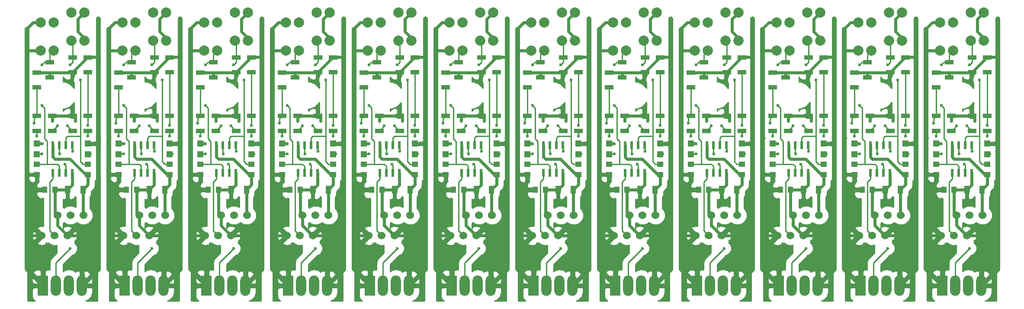
<source format=gtl>
G04 #@! TF.FileFunction,Copper,L1,Top,Signal*
%FSLAX46Y46*%
G04 Gerber Fmt 4.6, Leading zero omitted, Abs format (unit mm)*
G04 Created by KiCad (PCBNEW 4.0.4-stable) date 03/22/17 00:45:14*
%MOMM*%
%LPD*%
G01*
G04 APERTURE LIST*
%ADD10C,0.100000*%
%ADD11R,0.600000X1.550000*%
%ADD12C,2.000000*%
%ADD13R,1.000000X1.250000*%
%ADD14R,1.700000X0.900000*%
%ADD15R,1.198880X1.198880*%
%ADD16R,1.250000X1.000000*%
%ADD17R,1.000000X1.600000*%
%ADD18C,1.524000*%
%ADD19R,2.000000X4.000000*%
%ADD20O,2.000000X4.000000*%
%ADD21C,0.600000*%
%ADD22C,0.900000*%
%ADD23C,0.600000*%
%ADD24C,0.250000*%
%ADD25C,0.254000*%
G04 APERTURE END LIST*
D10*
D11*
X64905000Y-150300000D03*
X63635000Y-150300000D03*
X62365000Y-150300000D03*
X61095000Y-150300000D03*
X61095000Y-155700000D03*
X62365000Y-155700000D03*
X63635000Y-155700000D03*
X64905000Y-155700000D03*
D12*
X61270000Y-126250000D03*
X58730000Y-126250000D03*
X58730000Y-131750000D03*
X61270000Y-131750000D03*
X64730000Y-124250000D03*
X67270000Y-124250000D03*
X67270000Y-129750000D03*
X64730000Y-129750000D03*
D13*
X61500000Y-159000000D03*
X59500000Y-159000000D03*
D14*
X61000000Y-144550000D03*
X61000000Y-147450000D03*
X65000000Y-144550000D03*
X65000000Y-147450000D03*
D15*
X68000000Y-149950980D03*
X68000000Y-152049020D03*
D14*
X68000000Y-147450000D03*
X68000000Y-144550000D03*
X58000000Y-147450000D03*
X58000000Y-144550000D03*
D15*
X58000000Y-149950980D03*
X58000000Y-152049020D03*
D16*
X58000000Y-154000000D03*
X58000000Y-156000000D03*
X68000000Y-154000000D03*
X68000000Y-156000000D03*
D17*
X64000000Y-159000000D03*
X67000000Y-159000000D03*
D18*
X64540000Y-164000000D03*
X67080000Y-164000000D03*
X62000000Y-164000000D03*
X61460000Y-168000000D03*
X58920000Y-168000000D03*
X64000000Y-168000000D03*
D19*
X59190000Y-177800000D03*
D20*
X61730000Y-177800000D03*
X64270000Y-177800000D03*
X66810000Y-177800000D03*
D14*
X58000000Y-136050000D03*
X58000000Y-138950000D03*
X60500000Y-136950000D03*
X60500000Y-134050000D03*
X65000000Y-135950000D03*
X65000000Y-133050000D03*
X68000000Y-133050000D03*
X68000000Y-135950000D03*
X84000000Y-133050000D03*
X84000000Y-135950000D03*
X81000000Y-135950000D03*
X81000000Y-133050000D03*
X76500000Y-136950000D03*
X76500000Y-134050000D03*
X74000000Y-136050000D03*
X74000000Y-138950000D03*
D19*
X75190000Y-177800000D03*
D20*
X77730000Y-177800000D03*
X80270000Y-177800000D03*
X82810000Y-177800000D03*
D18*
X77460000Y-168000000D03*
X74920000Y-168000000D03*
X80000000Y-168000000D03*
X80540000Y-164000000D03*
X83080000Y-164000000D03*
X78000000Y-164000000D03*
D17*
X80000000Y-159000000D03*
X83000000Y-159000000D03*
D16*
X84000000Y-154000000D03*
X84000000Y-156000000D03*
X74000000Y-154000000D03*
X74000000Y-156000000D03*
D15*
X74000000Y-149950980D03*
X74000000Y-152049020D03*
D14*
X74000000Y-147450000D03*
X74000000Y-144550000D03*
X84000000Y-147450000D03*
X84000000Y-144550000D03*
D15*
X84000000Y-149950980D03*
X84000000Y-152049020D03*
D14*
X81000000Y-144550000D03*
X81000000Y-147450000D03*
X77000000Y-144550000D03*
X77000000Y-147450000D03*
D13*
X77500000Y-159000000D03*
X75500000Y-159000000D03*
D12*
X80730000Y-124250000D03*
X83270000Y-124250000D03*
X83270000Y-129750000D03*
X80730000Y-129750000D03*
X77270000Y-126250000D03*
X74730000Y-126250000D03*
X74730000Y-131750000D03*
X77270000Y-131750000D03*
D11*
X80905000Y-150300000D03*
X79635000Y-150300000D03*
X78365000Y-150300000D03*
X77095000Y-150300000D03*
X77095000Y-155700000D03*
X78365000Y-155700000D03*
X79635000Y-155700000D03*
X80905000Y-155700000D03*
X112905000Y-150300000D03*
X111635000Y-150300000D03*
X110365000Y-150300000D03*
X109095000Y-150300000D03*
X109095000Y-155700000D03*
X110365000Y-155700000D03*
X111635000Y-155700000D03*
X112905000Y-155700000D03*
D12*
X109270000Y-126250000D03*
X106730000Y-126250000D03*
X106730000Y-131750000D03*
X109270000Y-131750000D03*
X112730000Y-124250000D03*
X115270000Y-124250000D03*
X115270000Y-129750000D03*
X112730000Y-129750000D03*
D13*
X109500000Y-159000000D03*
X107500000Y-159000000D03*
D14*
X109000000Y-144550000D03*
X109000000Y-147450000D03*
X113000000Y-144550000D03*
X113000000Y-147450000D03*
D15*
X116000000Y-149950980D03*
X116000000Y-152049020D03*
D14*
X116000000Y-147450000D03*
X116000000Y-144550000D03*
X106000000Y-147450000D03*
X106000000Y-144550000D03*
D15*
X106000000Y-149950980D03*
X106000000Y-152049020D03*
D16*
X106000000Y-154000000D03*
X106000000Y-156000000D03*
X116000000Y-154000000D03*
X116000000Y-156000000D03*
D17*
X112000000Y-159000000D03*
X115000000Y-159000000D03*
D18*
X112540000Y-164000000D03*
X115080000Y-164000000D03*
X110000000Y-164000000D03*
X109460000Y-168000000D03*
X106920000Y-168000000D03*
X112000000Y-168000000D03*
D19*
X107190000Y-177800000D03*
D20*
X109730000Y-177800000D03*
X112270000Y-177800000D03*
X114810000Y-177800000D03*
D14*
X106000000Y-136050000D03*
X106000000Y-138950000D03*
X108500000Y-136950000D03*
X108500000Y-134050000D03*
X113000000Y-135950000D03*
X113000000Y-133050000D03*
X116000000Y-133050000D03*
X116000000Y-135950000D03*
X100000000Y-133050000D03*
X100000000Y-135950000D03*
X97000000Y-135950000D03*
X97000000Y-133050000D03*
X92500000Y-136950000D03*
X92500000Y-134050000D03*
X90000000Y-136050000D03*
X90000000Y-138950000D03*
D19*
X91190000Y-177800000D03*
D20*
X93730000Y-177800000D03*
X96270000Y-177800000D03*
X98810000Y-177800000D03*
D18*
X93460000Y-168000000D03*
X90920000Y-168000000D03*
X96000000Y-168000000D03*
X96540000Y-164000000D03*
X99080000Y-164000000D03*
X94000000Y-164000000D03*
D17*
X96000000Y-159000000D03*
X99000000Y-159000000D03*
D16*
X100000000Y-154000000D03*
X100000000Y-156000000D03*
X90000000Y-154000000D03*
X90000000Y-156000000D03*
D15*
X90000000Y-149950980D03*
X90000000Y-152049020D03*
D14*
X90000000Y-147450000D03*
X90000000Y-144550000D03*
X100000000Y-147450000D03*
X100000000Y-144550000D03*
D15*
X100000000Y-149950980D03*
X100000000Y-152049020D03*
D14*
X97000000Y-144550000D03*
X97000000Y-147450000D03*
X93000000Y-144550000D03*
X93000000Y-147450000D03*
D13*
X93500000Y-159000000D03*
X91500000Y-159000000D03*
D12*
X96730000Y-124250000D03*
X99270000Y-124250000D03*
X99270000Y-129750000D03*
X96730000Y-129750000D03*
X93270000Y-126250000D03*
X90730000Y-126250000D03*
X90730000Y-131750000D03*
X93270000Y-131750000D03*
D11*
X96905000Y-150300000D03*
X95635000Y-150300000D03*
X94365000Y-150300000D03*
X93095000Y-150300000D03*
X93095000Y-155700000D03*
X94365000Y-155700000D03*
X95635000Y-155700000D03*
X96905000Y-155700000D03*
X192905000Y-150300000D03*
X191635000Y-150300000D03*
X190365000Y-150300000D03*
X189095000Y-150300000D03*
X189095000Y-155700000D03*
X190365000Y-155700000D03*
X191635000Y-155700000D03*
X192905000Y-155700000D03*
D12*
X189270000Y-126250000D03*
X186730000Y-126250000D03*
X186730000Y-131750000D03*
X189270000Y-131750000D03*
X192730000Y-124250000D03*
X195270000Y-124250000D03*
X195270000Y-129750000D03*
X192730000Y-129750000D03*
D13*
X189500000Y-159000000D03*
X187500000Y-159000000D03*
D14*
X189000000Y-144550000D03*
X189000000Y-147450000D03*
X193000000Y-144550000D03*
X193000000Y-147450000D03*
D15*
X196000000Y-149950980D03*
X196000000Y-152049020D03*
D14*
X196000000Y-147450000D03*
X196000000Y-144550000D03*
X186000000Y-147450000D03*
X186000000Y-144550000D03*
D15*
X186000000Y-149950980D03*
X186000000Y-152049020D03*
D16*
X186000000Y-154000000D03*
X186000000Y-156000000D03*
X196000000Y-154000000D03*
X196000000Y-156000000D03*
D17*
X192000000Y-159000000D03*
X195000000Y-159000000D03*
D18*
X192540000Y-164000000D03*
X195080000Y-164000000D03*
X190000000Y-164000000D03*
X189460000Y-168000000D03*
X186920000Y-168000000D03*
X192000000Y-168000000D03*
D19*
X187190000Y-177800000D03*
D20*
X189730000Y-177800000D03*
X192270000Y-177800000D03*
X194810000Y-177800000D03*
D14*
X186000000Y-136050000D03*
X186000000Y-138950000D03*
X188500000Y-136950000D03*
X188500000Y-134050000D03*
X193000000Y-135950000D03*
X193000000Y-133050000D03*
X196000000Y-133050000D03*
X196000000Y-135950000D03*
X212000000Y-133050000D03*
X212000000Y-135950000D03*
X209000000Y-135950000D03*
X209000000Y-133050000D03*
X204500000Y-136950000D03*
X204500000Y-134050000D03*
X202000000Y-136050000D03*
X202000000Y-138950000D03*
D19*
X203190000Y-177800000D03*
D20*
X205730000Y-177800000D03*
X208270000Y-177800000D03*
X210810000Y-177800000D03*
D18*
X205460000Y-168000000D03*
X202920000Y-168000000D03*
X208000000Y-168000000D03*
X208540000Y-164000000D03*
X211080000Y-164000000D03*
X206000000Y-164000000D03*
D17*
X208000000Y-159000000D03*
X211000000Y-159000000D03*
D16*
X212000000Y-154000000D03*
X212000000Y-156000000D03*
X202000000Y-154000000D03*
X202000000Y-156000000D03*
D15*
X202000000Y-149950980D03*
X202000000Y-152049020D03*
D14*
X202000000Y-147450000D03*
X202000000Y-144550000D03*
X212000000Y-147450000D03*
X212000000Y-144550000D03*
D15*
X212000000Y-149950980D03*
X212000000Y-152049020D03*
D14*
X209000000Y-144550000D03*
X209000000Y-147450000D03*
X205000000Y-144550000D03*
X205000000Y-147450000D03*
D13*
X205500000Y-159000000D03*
X203500000Y-159000000D03*
D12*
X208730000Y-124250000D03*
X211270000Y-124250000D03*
X211270000Y-129750000D03*
X208730000Y-129750000D03*
X205270000Y-126250000D03*
X202730000Y-126250000D03*
X202730000Y-131750000D03*
X205270000Y-131750000D03*
D11*
X208905000Y-150300000D03*
X207635000Y-150300000D03*
X206365000Y-150300000D03*
X205095000Y-150300000D03*
X205095000Y-155700000D03*
X206365000Y-155700000D03*
X207635000Y-155700000D03*
X208905000Y-155700000D03*
X240905000Y-150300000D03*
X239635000Y-150300000D03*
X238365000Y-150300000D03*
X237095000Y-150300000D03*
X237095000Y-155700000D03*
X238365000Y-155700000D03*
X239635000Y-155700000D03*
X240905000Y-155700000D03*
D12*
X237270000Y-126250000D03*
X234730000Y-126250000D03*
X234730000Y-131750000D03*
X237270000Y-131750000D03*
X240730000Y-124250000D03*
X243270000Y-124250000D03*
X243270000Y-129750000D03*
X240730000Y-129750000D03*
D13*
X237500000Y-159000000D03*
X235500000Y-159000000D03*
D14*
X237000000Y-144550000D03*
X237000000Y-147450000D03*
X241000000Y-144550000D03*
X241000000Y-147450000D03*
D15*
X244000000Y-149950980D03*
X244000000Y-152049020D03*
D14*
X244000000Y-147450000D03*
X244000000Y-144550000D03*
X234000000Y-147450000D03*
X234000000Y-144550000D03*
D15*
X234000000Y-149950980D03*
X234000000Y-152049020D03*
D16*
X234000000Y-154000000D03*
X234000000Y-156000000D03*
X244000000Y-154000000D03*
X244000000Y-156000000D03*
D17*
X240000000Y-159000000D03*
X243000000Y-159000000D03*
D18*
X240540000Y-164000000D03*
X243080000Y-164000000D03*
X238000000Y-164000000D03*
X237460000Y-168000000D03*
X234920000Y-168000000D03*
X240000000Y-168000000D03*
D19*
X235190000Y-177800000D03*
D20*
X237730000Y-177800000D03*
X240270000Y-177800000D03*
X242810000Y-177800000D03*
D14*
X234000000Y-136050000D03*
X234000000Y-138950000D03*
X236500000Y-136950000D03*
X236500000Y-134050000D03*
X241000000Y-135950000D03*
X241000000Y-133050000D03*
X244000000Y-133050000D03*
X244000000Y-135950000D03*
X228000000Y-133050000D03*
X228000000Y-135950000D03*
X225000000Y-135950000D03*
X225000000Y-133050000D03*
X220500000Y-136950000D03*
X220500000Y-134050000D03*
X218000000Y-136050000D03*
X218000000Y-138950000D03*
D19*
X219190000Y-177800000D03*
D20*
X221730000Y-177800000D03*
X224270000Y-177800000D03*
X226810000Y-177800000D03*
D18*
X221460000Y-168000000D03*
X218920000Y-168000000D03*
X224000000Y-168000000D03*
X224540000Y-164000000D03*
X227080000Y-164000000D03*
X222000000Y-164000000D03*
D17*
X224000000Y-159000000D03*
X227000000Y-159000000D03*
D16*
X228000000Y-154000000D03*
X228000000Y-156000000D03*
X218000000Y-154000000D03*
X218000000Y-156000000D03*
D15*
X218000000Y-149950980D03*
X218000000Y-152049020D03*
D14*
X218000000Y-147450000D03*
X218000000Y-144550000D03*
X228000000Y-147450000D03*
X228000000Y-144550000D03*
D15*
X228000000Y-149950980D03*
X228000000Y-152049020D03*
D14*
X225000000Y-144550000D03*
X225000000Y-147450000D03*
X221000000Y-144550000D03*
X221000000Y-147450000D03*
D13*
X221500000Y-159000000D03*
X219500000Y-159000000D03*
D12*
X224730000Y-124250000D03*
X227270000Y-124250000D03*
X227270000Y-129750000D03*
X224730000Y-129750000D03*
X221270000Y-126250000D03*
X218730000Y-126250000D03*
X218730000Y-131750000D03*
X221270000Y-131750000D03*
D11*
X224905000Y-150300000D03*
X223635000Y-150300000D03*
X222365000Y-150300000D03*
X221095000Y-150300000D03*
X221095000Y-155700000D03*
X222365000Y-155700000D03*
X223635000Y-155700000D03*
X224905000Y-155700000D03*
X160905000Y-150300000D03*
X159635000Y-150300000D03*
X158365000Y-150300000D03*
X157095000Y-150300000D03*
X157095000Y-155700000D03*
X158365000Y-155700000D03*
X159635000Y-155700000D03*
X160905000Y-155700000D03*
D12*
X157270000Y-126250000D03*
X154730000Y-126250000D03*
X154730000Y-131750000D03*
X157270000Y-131750000D03*
X160730000Y-124250000D03*
X163270000Y-124250000D03*
X163270000Y-129750000D03*
X160730000Y-129750000D03*
D13*
X157500000Y-159000000D03*
X155500000Y-159000000D03*
D14*
X157000000Y-144550000D03*
X157000000Y-147450000D03*
X161000000Y-144550000D03*
X161000000Y-147450000D03*
D15*
X164000000Y-149950980D03*
X164000000Y-152049020D03*
D14*
X164000000Y-147450000D03*
X164000000Y-144550000D03*
X154000000Y-147450000D03*
X154000000Y-144550000D03*
D15*
X154000000Y-149950980D03*
X154000000Y-152049020D03*
D16*
X154000000Y-154000000D03*
X154000000Y-156000000D03*
X164000000Y-154000000D03*
X164000000Y-156000000D03*
D17*
X160000000Y-159000000D03*
X163000000Y-159000000D03*
D18*
X160540000Y-164000000D03*
X163080000Y-164000000D03*
X158000000Y-164000000D03*
X157460000Y-168000000D03*
X154920000Y-168000000D03*
X160000000Y-168000000D03*
D19*
X155190000Y-177800000D03*
D20*
X157730000Y-177800000D03*
X160270000Y-177800000D03*
X162810000Y-177800000D03*
D14*
X154000000Y-136050000D03*
X154000000Y-138950000D03*
X156500000Y-136950000D03*
X156500000Y-134050000D03*
X161000000Y-135950000D03*
X161000000Y-133050000D03*
X164000000Y-133050000D03*
X164000000Y-135950000D03*
X180000000Y-133050000D03*
X180000000Y-135950000D03*
X177000000Y-135950000D03*
X177000000Y-133050000D03*
X172500000Y-136950000D03*
X172500000Y-134050000D03*
X170000000Y-136050000D03*
X170000000Y-138950000D03*
D19*
X171190000Y-177800000D03*
D20*
X173730000Y-177800000D03*
X176270000Y-177800000D03*
X178810000Y-177800000D03*
D18*
X173460000Y-168000000D03*
X170920000Y-168000000D03*
X176000000Y-168000000D03*
X176540000Y-164000000D03*
X179080000Y-164000000D03*
X174000000Y-164000000D03*
D17*
X176000000Y-159000000D03*
X179000000Y-159000000D03*
D16*
X180000000Y-154000000D03*
X180000000Y-156000000D03*
X170000000Y-154000000D03*
X170000000Y-156000000D03*
D15*
X170000000Y-149950980D03*
X170000000Y-152049020D03*
D14*
X170000000Y-147450000D03*
X170000000Y-144550000D03*
X180000000Y-147450000D03*
X180000000Y-144550000D03*
D15*
X180000000Y-149950980D03*
X180000000Y-152049020D03*
D14*
X177000000Y-144550000D03*
X177000000Y-147450000D03*
X173000000Y-144550000D03*
X173000000Y-147450000D03*
D13*
X173500000Y-159000000D03*
X171500000Y-159000000D03*
D12*
X176730000Y-124250000D03*
X179270000Y-124250000D03*
X179270000Y-129750000D03*
X176730000Y-129750000D03*
X173270000Y-126250000D03*
X170730000Y-126250000D03*
X170730000Y-131750000D03*
X173270000Y-131750000D03*
D11*
X176905000Y-150300000D03*
X175635000Y-150300000D03*
X174365000Y-150300000D03*
X173095000Y-150300000D03*
X173095000Y-155700000D03*
X174365000Y-155700000D03*
X175635000Y-155700000D03*
X176905000Y-155700000D03*
X144905000Y-150300000D03*
X143635000Y-150300000D03*
X142365000Y-150300000D03*
X141095000Y-150300000D03*
X141095000Y-155700000D03*
X142365000Y-155700000D03*
X143635000Y-155700000D03*
X144905000Y-155700000D03*
D12*
X141270000Y-126250000D03*
X138730000Y-126250000D03*
X138730000Y-131750000D03*
X141270000Y-131750000D03*
X144730000Y-124250000D03*
X147270000Y-124250000D03*
X147270000Y-129750000D03*
X144730000Y-129750000D03*
D13*
X141500000Y-159000000D03*
X139500000Y-159000000D03*
D14*
X141000000Y-144550000D03*
X141000000Y-147450000D03*
X145000000Y-144550000D03*
X145000000Y-147450000D03*
D15*
X148000000Y-149950980D03*
X148000000Y-152049020D03*
D14*
X148000000Y-147450000D03*
X148000000Y-144550000D03*
X138000000Y-147450000D03*
X138000000Y-144550000D03*
D15*
X138000000Y-149950980D03*
X138000000Y-152049020D03*
D16*
X138000000Y-154000000D03*
X138000000Y-156000000D03*
X148000000Y-154000000D03*
X148000000Y-156000000D03*
D17*
X144000000Y-159000000D03*
X147000000Y-159000000D03*
D18*
X144540000Y-164000000D03*
X147080000Y-164000000D03*
X142000000Y-164000000D03*
X141460000Y-168000000D03*
X138920000Y-168000000D03*
X144000000Y-168000000D03*
D19*
X139190000Y-177800000D03*
D20*
X141730000Y-177800000D03*
X144270000Y-177800000D03*
X146810000Y-177800000D03*
D14*
X138000000Y-136050000D03*
X138000000Y-138950000D03*
X140500000Y-136950000D03*
X140500000Y-134050000D03*
X145000000Y-135950000D03*
X145000000Y-133050000D03*
X148000000Y-133050000D03*
X148000000Y-135950000D03*
X132000000Y-133050000D03*
X132000000Y-135950000D03*
X129000000Y-135950000D03*
X129000000Y-133050000D03*
X124500000Y-136950000D03*
X124500000Y-134050000D03*
X122000000Y-136050000D03*
X122000000Y-138950000D03*
D19*
X123190000Y-177800000D03*
D20*
X125730000Y-177800000D03*
X128270000Y-177800000D03*
X130810000Y-177800000D03*
D18*
X125460000Y-168000000D03*
X122920000Y-168000000D03*
X128000000Y-168000000D03*
X128540000Y-164000000D03*
X131080000Y-164000000D03*
X126000000Y-164000000D03*
D17*
X128000000Y-159000000D03*
X131000000Y-159000000D03*
D16*
X132000000Y-154000000D03*
X132000000Y-156000000D03*
X122000000Y-154000000D03*
X122000000Y-156000000D03*
D15*
X122000000Y-149950980D03*
X122000000Y-152049020D03*
D14*
X122000000Y-147450000D03*
X122000000Y-144550000D03*
X132000000Y-147450000D03*
X132000000Y-144550000D03*
D15*
X132000000Y-149950980D03*
X132000000Y-152049020D03*
D14*
X129000000Y-144550000D03*
X129000000Y-147450000D03*
X125000000Y-144550000D03*
X125000000Y-147450000D03*
D13*
X125500000Y-159000000D03*
X123500000Y-159000000D03*
D12*
X128730000Y-124250000D03*
X131270000Y-124250000D03*
X131270000Y-129750000D03*
X128730000Y-129750000D03*
X125270000Y-126250000D03*
X122730000Y-126250000D03*
X122730000Y-131750000D03*
X125270000Y-131750000D03*
D11*
X128905000Y-150300000D03*
X127635000Y-150300000D03*
X126365000Y-150300000D03*
X125095000Y-150300000D03*
X125095000Y-155700000D03*
X126365000Y-155700000D03*
X127635000Y-155700000D03*
X128905000Y-155700000D03*
D21*
X65500000Y-145500000D03*
X70000000Y-145500000D03*
X61000000Y-145500000D03*
X59000000Y-150000000D03*
X75000000Y-150000000D03*
X77000000Y-145500000D03*
X86000000Y-145500000D03*
X81500000Y-145500000D03*
X113500000Y-145500000D03*
X118000000Y-145500000D03*
X109000000Y-145500000D03*
X107000000Y-150000000D03*
X91000000Y-150000000D03*
X93000000Y-145500000D03*
X102000000Y-145500000D03*
X97500000Y-145500000D03*
X193500000Y-145500000D03*
X198000000Y-145500000D03*
X189000000Y-145500000D03*
X187000000Y-150000000D03*
X203000000Y-150000000D03*
X205000000Y-145500000D03*
X214000000Y-145500000D03*
X209500000Y-145500000D03*
X241500000Y-145500000D03*
X246000000Y-145500000D03*
X237000000Y-145500000D03*
X235000000Y-150000000D03*
X219000000Y-150000000D03*
X221000000Y-145500000D03*
X230000000Y-145500000D03*
X225500000Y-145500000D03*
X161500000Y-145500000D03*
X166000000Y-145500000D03*
X157000000Y-145500000D03*
X155000000Y-150000000D03*
X171000000Y-150000000D03*
X173000000Y-145500000D03*
X182000000Y-145500000D03*
X177500000Y-145500000D03*
X145500000Y-145500000D03*
X150000000Y-145500000D03*
X141000000Y-145500000D03*
X139000000Y-150000000D03*
X123000000Y-150000000D03*
X125000000Y-145500000D03*
X134000000Y-145500000D03*
X129500000Y-145500000D03*
X64500000Y-134500000D03*
X66500000Y-137500000D03*
X82500000Y-137500000D03*
X80500000Y-134500000D03*
X112500000Y-134500000D03*
X114500000Y-137500000D03*
X98500000Y-137500000D03*
X96500000Y-134500000D03*
X192500000Y-134500000D03*
X194500000Y-137500000D03*
X210500000Y-137500000D03*
X208500000Y-134500000D03*
X240500000Y-134500000D03*
X242500000Y-137500000D03*
X226500000Y-137500000D03*
X224500000Y-134500000D03*
X160500000Y-134500000D03*
X162500000Y-137500000D03*
X178500000Y-137500000D03*
X176500000Y-134500000D03*
X144500000Y-134500000D03*
X146500000Y-137500000D03*
X130500000Y-137500000D03*
X128500000Y-134500000D03*
X59000000Y-134500000D03*
X59000000Y-142500000D03*
X75000000Y-142500000D03*
X75000000Y-134500000D03*
X107000000Y-134500000D03*
X107000000Y-142500000D03*
X91000000Y-142500000D03*
X91000000Y-134500000D03*
X187000000Y-134500000D03*
X187000000Y-142500000D03*
X203000000Y-142500000D03*
X203000000Y-134500000D03*
X235000000Y-134500000D03*
X235000000Y-142500000D03*
X219000000Y-142500000D03*
X219000000Y-134500000D03*
X155000000Y-134500000D03*
X155000000Y-142500000D03*
X171000000Y-142500000D03*
X171000000Y-134500000D03*
X139000000Y-134500000D03*
X139000000Y-142500000D03*
X123000000Y-142500000D03*
X123000000Y-134500000D03*
X68000000Y-148500000D03*
X68500000Y-152000000D03*
X84500000Y-152000000D03*
X84000000Y-148500000D03*
X116000000Y-148500000D03*
X116500000Y-152000000D03*
X100500000Y-152000000D03*
X100000000Y-148500000D03*
X196000000Y-148500000D03*
X196500000Y-152000000D03*
X212500000Y-152000000D03*
X212000000Y-148500000D03*
X244000000Y-148500000D03*
X244500000Y-152000000D03*
X228500000Y-152000000D03*
X228000000Y-148500000D03*
X164000000Y-148500000D03*
X164500000Y-152000000D03*
X180500000Y-152000000D03*
X180000000Y-148500000D03*
X148000000Y-148500000D03*
X148500000Y-152000000D03*
X132500000Y-152000000D03*
X132000000Y-148500000D03*
X59000000Y-152000000D03*
X58000000Y-148500000D03*
X74000000Y-148500000D03*
X75000000Y-152000000D03*
X107000000Y-152000000D03*
X106000000Y-148500000D03*
X90000000Y-148500000D03*
X91000000Y-152000000D03*
X187000000Y-152000000D03*
X186000000Y-148500000D03*
X202000000Y-148500000D03*
X203000000Y-152000000D03*
X235000000Y-152000000D03*
X234000000Y-148500000D03*
X218000000Y-148500000D03*
X219000000Y-152000000D03*
X155000000Y-152000000D03*
X154000000Y-148500000D03*
X170000000Y-148500000D03*
X171000000Y-152000000D03*
X139000000Y-152000000D03*
X138000000Y-148500000D03*
X122000000Y-148500000D03*
X123000000Y-152000000D03*
X68000000Y-146400000D03*
X65000000Y-151500000D03*
X64500000Y-170500000D03*
X80500000Y-170500000D03*
X81000000Y-151500000D03*
X84000000Y-146400000D03*
X116000000Y-146400000D03*
X113000000Y-151500000D03*
X112500000Y-170500000D03*
X96500000Y-170500000D03*
X97000000Y-151500000D03*
X100000000Y-146400000D03*
X196000000Y-146400000D03*
X193000000Y-151500000D03*
X192500000Y-170500000D03*
X208500000Y-170500000D03*
X209000000Y-151500000D03*
X212000000Y-146400000D03*
X244000000Y-146400000D03*
X241000000Y-151500000D03*
X240500000Y-170500000D03*
X224500000Y-170500000D03*
X225000000Y-151500000D03*
X228000000Y-146400000D03*
X164000000Y-146400000D03*
X161000000Y-151500000D03*
X160500000Y-170500000D03*
X176500000Y-170500000D03*
X177000000Y-151500000D03*
X180000000Y-146400000D03*
X148000000Y-146400000D03*
X145000000Y-151500000D03*
X144500000Y-170500000D03*
X128500000Y-170500000D03*
X129000000Y-151500000D03*
X132000000Y-146400000D03*
X57500000Y-146000000D03*
X63500000Y-154000000D03*
X79500000Y-154000000D03*
X73500000Y-146000000D03*
X105500000Y-146000000D03*
X111500000Y-154000000D03*
X95500000Y-154000000D03*
X89500000Y-146000000D03*
X185500000Y-146000000D03*
X191500000Y-154000000D03*
X207500000Y-154000000D03*
X201500000Y-146000000D03*
X233500000Y-146000000D03*
X239500000Y-154000000D03*
X223500000Y-154000000D03*
X217500000Y-146000000D03*
X153500000Y-146000000D03*
X159500000Y-154000000D03*
X175500000Y-154000000D03*
X169500000Y-146000000D03*
X137500000Y-146000000D03*
X143500000Y-154000000D03*
X127500000Y-154000000D03*
X121500000Y-146000000D03*
X64000000Y-146500000D03*
X80000000Y-146500000D03*
X112000000Y-146500000D03*
X96000000Y-146500000D03*
X192000000Y-146500000D03*
X208000000Y-146500000D03*
X240000000Y-146500000D03*
X224000000Y-146500000D03*
X160000000Y-146500000D03*
X176000000Y-146500000D03*
X144000000Y-146500000D03*
X128000000Y-146500000D03*
X62000000Y-146500000D03*
X78000000Y-146500000D03*
X110000000Y-146500000D03*
X94000000Y-146500000D03*
X190000000Y-146500000D03*
X206000000Y-146500000D03*
X238000000Y-146500000D03*
X222000000Y-146500000D03*
X158000000Y-146500000D03*
X174000000Y-146500000D03*
X142000000Y-146500000D03*
X126000000Y-146500000D03*
X62500000Y-152000000D03*
X78500000Y-152000000D03*
X110500000Y-152000000D03*
X94500000Y-152000000D03*
X190500000Y-152000000D03*
X206500000Y-152000000D03*
X238500000Y-152000000D03*
X222500000Y-152000000D03*
X158500000Y-152000000D03*
X174500000Y-152000000D03*
X142500000Y-152000000D03*
X126500000Y-152000000D03*
D22*
X70000000Y-145500000D02*
X70000000Y-133000000D01*
X70000000Y-150000000D02*
X70000000Y-145500000D01*
X70000000Y-174610000D02*
X70000000Y-168000000D01*
X66810000Y-177800000D02*
X70000000Y-174610000D01*
D23*
X68050000Y-133000000D02*
X70000000Y-133000000D01*
D24*
X68000000Y-133050000D02*
X68050000Y-133000000D01*
X67900000Y-133050000D02*
X68000000Y-133050000D01*
D23*
X65000000Y-135950000D02*
X67900000Y-133050000D01*
X61000000Y-144550000D02*
X65000000Y-144550000D01*
X68049020Y-150000000D02*
X70000000Y-150000000D01*
D24*
X68000000Y-149950980D02*
X68049020Y-150000000D01*
D23*
X61500000Y-159000000D02*
X64000000Y-159000000D01*
X61500000Y-163500000D02*
X61500000Y-159000000D01*
X62000000Y-164000000D02*
X61500000Y-163500000D01*
X62000000Y-166000000D02*
X62000000Y-164000000D01*
X64000000Y-168000000D02*
X62000000Y-166000000D01*
X64000000Y-168000000D02*
X70000000Y-168000000D01*
X65500000Y-145050000D02*
X65500000Y-145500000D01*
X65000000Y-144550000D02*
X65500000Y-145050000D01*
D24*
X59000000Y-150000000D02*
X58950980Y-149950980D01*
D23*
X58950980Y-149950980D02*
X58000000Y-149950980D01*
X61000000Y-144550000D02*
X61000000Y-145500000D01*
X64900000Y-136050000D02*
X65000000Y-135950000D01*
X64900000Y-136050000D02*
X65000000Y-135950000D01*
D24*
X59000000Y-150000000D02*
X58950980Y-149950980D01*
X67900000Y-133050000D02*
X68000000Y-133050000D01*
X68000000Y-133050000D02*
X68050000Y-133000000D01*
D22*
X70000000Y-145500000D02*
X70000000Y-133000000D01*
X70000000Y-145500000D02*
X70000000Y-133000000D01*
D24*
X68000000Y-133050000D02*
X68050000Y-133000000D01*
X67900000Y-133050000D02*
X68000000Y-133050000D01*
X59000000Y-150000000D02*
X58950980Y-149950980D01*
D23*
X64900000Y-136050000D02*
X65000000Y-135950000D01*
X64900000Y-136050000D02*
X65000000Y-135950000D01*
D24*
X59000000Y-150000000D02*
X58950980Y-149950980D01*
X67900000Y-133050000D02*
X68000000Y-133050000D01*
X68000000Y-133050000D02*
X68050000Y-133000000D01*
D22*
X70000000Y-145500000D02*
X70000000Y-133000000D01*
X70000000Y-168000000D02*
X70000000Y-150000000D01*
X70000000Y-133000000D02*
X70000000Y-125500000D01*
X70000000Y-133000000D02*
X70000000Y-125500000D01*
D23*
X60500000Y-136950000D02*
X60500000Y-136050000D01*
X58000000Y-136050000D02*
X60500000Y-136050000D01*
X60500000Y-136050000D02*
X64900000Y-136050000D01*
X64905000Y-158095000D02*
X64905000Y-155700000D01*
X64000000Y-159000000D02*
X64905000Y-158095000D01*
X80000000Y-159000000D02*
X80905000Y-158095000D01*
X80905000Y-158095000D02*
X80905000Y-155700000D01*
X76500000Y-136050000D02*
X80900000Y-136050000D01*
X74000000Y-136050000D02*
X76500000Y-136050000D01*
X76500000Y-136950000D02*
X76500000Y-136050000D01*
D22*
X86000000Y-133000000D02*
X86000000Y-125500000D01*
X86000000Y-133000000D02*
X86000000Y-125500000D01*
X86000000Y-168000000D02*
X86000000Y-150000000D01*
X86000000Y-145500000D02*
X86000000Y-133000000D01*
D24*
X84000000Y-133050000D02*
X84050000Y-133000000D01*
X83900000Y-133050000D02*
X84000000Y-133050000D01*
X75000000Y-150000000D02*
X74950980Y-149950980D01*
D23*
X80900000Y-136050000D02*
X81000000Y-135950000D01*
X80900000Y-136050000D02*
X81000000Y-135950000D01*
D24*
X75000000Y-150000000D02*
X74950980Y-149950980D01*
X83900000Y-133050000D02*
X84000000Y-133050000D01*
X84000000Y-133050000D02*
X84050000Y-133000000D01*
D22*
X86000000Y-145500000D02*
X86000000Y-133000000D01*
X86000000Y-145500000D02*
X86000000Y-133000000D01*
D24*
X84000000Y-133050000D02*
X84050000Y-133000000D01*
X83900000Y-133050000D02*
X84000000Y-133050000D01*
X75000000Y-150000000D02*
X74950980Y-149950980D01*
D23*
X80900000Y-136050000D02*
X81000000Y-135950000D01*
X80900000Y-136050000D02*
X81000000Y-135950000D01*
X77000000Y-144550000D02*
X77000000Y-145500000D01*
X74950980Y-149950980D02*
X74000000Y-149950980D01*
D24*
X75000000Y-150000000D02*
X74950980Y-149950980D01*
D23*
X81000000Y-144550000D02*
X81500000Y-145050000D01*
X81500000Y-145050000D02*
X81500000Y-145500000D01*
X80000000Y-168000000D02*
X86000000Y-168000000D01*
X80000000Y-168000000D02*
X78000000Y-166000000D01*
X78000000Y-166000000D02*
X78000000Y-164000000D01*
X78000000Y-164000000D02*
X77500000Y-163500000D01*
X77500000Y-163500000D02*
X77500000Y-159000000D01*
X77500000Y-159000000D02*
X80000000Y-159000000D01*
D24*
X84000000Y-149950980D02*
X84049020Y-150000000D01*
D23*
X84049020Y-150000000D02*
X86000000Y-150000000D01*
X77000000Y-144550000D02*
X81000000Y-144550000D01*
X81000000Y-135950000D02*
X83900000Y-133050000D01*
D24*
X83900000Y-133050000D02*
X84000000Y-133050000D01*
X84000000Y-133050000D02*
X84050000Y-133000000D01*
D23*
X84050000Y-133000000D02*
X86000000Y-133000000D01*
D22*
X82810000Y-177800000D02*
X86000000Y-174610000D01*
X86000000Y-174610000D02*
X86000000Y-168000000D01*
X86000000Y-150000000D02*
X86000000Y-145500000D01*
X86000000Y-145500000D02*
X86000000Y-133000000D01*
X118000000Y-145500000D02*
X118000000Y-133000000D01*
X118000000Y-150000000D02*
X118000000Y-145500000D01*
X118000000Y-174610000D02*
X118000000Y-168000000D01*
X114810000Y-177800000D02*
X118000000Y-174610000D01*
D23*
X116050000Y-133000000D02*
X118000000Y-133000000D01*
D24*
X116000000Y-133050000D02*
X116050000Y-133000000D01*
X115900000Y-133050000D02*
X116000000Y-133050000D01*
D23*
X113000000Y-135950000D02*
X115900000Y-133050000D01*
X109000000Y-144550000D02*
X113000000Y-144550000D01*
X116049020Y-150000000D02*
X118000000Y-150000000D01*
D24*
X116000000Y-149950980D02*
X116049020Y-150000000D01*
D23*
X109500000Y-159000000D02*
X112000000Y-159000000D01*
X109500000Y-163500000D02*
X109500000Y-159000000D01*
X110000000Y-164000000D02*
X109500000Y-163500000D01*
X110000000Y-166000000D02*
X110000000Y-164000000D01*
X112000000Y-168000000D02*
X110000000Y-166000000D01*
X112000000Y-168000000D02*
X118000000Y-168000000D01*
X113500000Y-145050000D02*
X113500000Y-145500000D01*
X113000000Y-144550000D02*
X113500000Y-145050000D01*
D24*
X107000000Y-150000000D02*
X106950980Y-149950980D01*
D23*
X106950980Y-149950980D02*
X106000000Y-149950980D01*
X109000000Y-144550000D02*
X109000000Y-145500000D01*
X112900000Y-136050000D02*
X113000000Y-135950000D01*
X112900000Y-136050000D02*
X113000000Y-135950000D01*
D24*
X107000000Y-150000000D02*
X106950980Y-149950980D01*
X115900000Y-133050000D02*
X116000000Y-133050000D01*
X116000000Y-133050000D02*
X116050000Y-133000000D01*
D22*
X118000000Y-145500000D02*
X118000000Y-133000000D01*
X118000000Y-145500000D02*
X118000000Y-133000000D01*
D24*
X116000000Y-133050000D02*
X116050000Y-133000000D01*
X115900000Y-133050000D02*
X116000000Y-133050000D01*
X107000000Y-150000000D02*
X106950980Y-149950980D01*
D23*
X112900000Y-136050000D02*
X113000000Y-135950000D01*
X112900000Y-136050000D02*
X113000000Y-135950000D01*
D24*
X107000000Y-150000000D02*
X106950980Y-149950980D01*
X115900000Y-133050000D02*
X116000000Y-133050000D01*
X116000000Y-133050000D02*
X116050000Y-133000000D01*
D22*
X118000000Y-145500000D02*
X118000000Y-133000000D01*
X118000000Y-168000000D02*
X118000000Y-150000000D01*
X118000000Y-133000000D02*
X118000000Y-125500000D01*
X118000000Y-133000000D02*
X118000000Y-125500000D01*
D23*
X108500000Y-136950000D02*
X108500000Y-136050000D01*
X106000000Y-136050000D02*
X108500000Y-136050000D01*
X108500000Y-136050000D02*
X112900000Y-136050000D01*
X112905000Y-158095000D02*
X112905000Y-155700000D01*
X112000000Y-159000000D02*
X112905000Y-158095000D01*
X96000000Y-159000000D02*
X96905000Y-158095000D01*
X96905000Y-158095000D02*
X96905000Y-155700000D01*
X92500000Y-136050000D02*
X96900000Y-136050000D01*
X90000000Y-136050000D02*
X92500000Y-136050000D01*
X92500000Y-136950000D02*
X92500000Y-136050000D01*
D22*
X102000000Y-133000000D02*
X102000000Y-125500000D01*
X102000000Y-133000000D02*
X102000000Y-125500000D01*
X102000000Y-168000000D02*
X102000000Y-150000000D01*
X102000000Y-145500000D02*
X102000000Y-133000000D01*
D24*
X100000000Y-133050000D02*
X100050000Y-133000000D01*
X99900000Y-133050000D02*
X100000000Y-133050000D01*
X91000000Y-150000000D02*
X90950980Y-149950980D01*
D23*
X96900000Y-136050000D02*
X97000000Y-135950000D01*
X96900000Y-136050000D02*
X97000000Y-135950000D01*
D24*
X91000000Y-150000000D02*
X90950980Y-149950980D01*
X99900000Y-133050000D02*
X100000000Y-133050000D01*
X100000000Y-133050000D02*
X100050000Y-133000000D01*
D22*
X102000000Y-145500000D02*
X102000000Y-133000000D01*
X102000000Y-145500000D02*
X102000000Y-133000000D01*
D24*
X100000000Y-133050000D02*
X100050000Y-133000000D01*
X99900000Y-133050000D02*
X100000000Y-133050000D01*
X91000000Y-150000000D02*
X90950980Y-149950980D01*
D23*
X96900000Y-136050000D02*
X97000000Y-135950000D01*
X96900000Y-136050000D02*
X97000000Y-135950000D01*
X93000000Y-144550000D02*
X93000000Y-145500000D01*
X90950980Y-149950980D02*
X90000000Y-149950980D01*
D24*
X91000000Y-150000000D02*
X90950980Y-149950980D01*
D23*
X97000000Y-144550000D02*
X97500000Y-145050000D01*
X97500000Y-145050000D02*
X97500000Y-145500000D01*
X96000000Y-168000000D02*
X102000000Y-168000000D01*
X96000000Y-168000000D02*
X94000000Y-166000000D01*
X94000000Y-166000000D02*
X94000000Y-164000000D01*
X94000000Y-164000000D02*
X93500000Y-163500000D01*
X93500000Y-163500000D02*
X93500000Y-159000000D01*
X93500000Y-159000000D02*
X96000000Y-159000000D01*
D24*
X100000000Y-149950980D02*
X100049020Y-150000000D01*
D23*
X100049020Y-150000000D02*
X102000000Y-150000000D01*
X93000000Y-144550000D02*
X97000000Y-144550000D01*
X97000000Y-135950000D02*
X99900000Y-133050000D01*
D24*
X99900000Y-133050000D02*
X100000000Y-133050000D01*
X100000000Y-133050000D02*
X100050000Y-133000000D01*
D23*
X100050000Y-133000000D02*
X102000000Y-133000000D01*
D22*
X98810000Y-177800000D02*
X102000000Y-174610000D01*
X102000000Y-174610000D02*
X102000000Y-168000000D01*
X102000000Y-150000000D02*
X102000000Y-145500000D01*
X102000000Y-145500000D02*
X102000000Y-133000000D01*
X198000000Y-145500000D02*
X198000000Y-133000000D01*
X198000000Y-150000000D02*
X198000000Y-145500000D01*
X198000000Y-174610000D02*
X198000000Y-168000000D01*
X194810000Y-177800000D02*
X198000000Y-174610000D01*
D23*
X196050000Y-133000000D02*
X198000000Y-133000000D01*
D24*
X196000000Y-133050000D02*
X196050000Y-133000000D01*
X195900000Y-133050000D02*
X196000000Y-133050000D01*
D23*
X193000000Y-135950000D02*
X195900000Y-133050000D01*
X189000000Y-144550000D02*
X193000000Y-144550000D01*
X196049020Y-150000000D02*
X198000000Y-150000000D01*
D24*
X196000000Y-149950980D02*
X196049020Y-150000000D01*
D23*
X189500000Y-159000000D02*
X192000000Y-159000000D01*
X189500000Y-163500000D02*
X189500000Y-159000000D01*
X190000000Y-164000000D02*
X189500000Y-163500000D01*
X190000000Y-166000000D02*
X190000000Y-164000000D01*
X192000000Y-168000000D02*
X190000000Y-166000000D01*
X192000000Y-168000000D02*
X198000000Y-168000000D01*
X193500000Y-145050000D02*
X193500000Y-145500000D01*
X193000000Y-144550000D02*
X193500000Y-145050000D01*
D24*
X187000000Y-150000000D02*
X186950980Y-149950980D01*
D23*
X186950980Y-149950980D02*
X186000000Y-149950980D01*
X189000000Y-144550000D02*
X189000000Y-145500000D01*
X192900000Y-136050000D02*
X193000000Y-135950000D01*
X192900000Y-136050000D02*
X193000000Y-135950000D01*
D24*
X187000000Y-150000000D02*
X186950980Y-149950980D01*
X195900000Y-133050000D02*
X196000000Y-133050000D01*
X196000000Y-133050000D02*
X196050000Y-133000000D01*
D22*
X198000000Y-145500000D02*
X198000000Y-133000000D01*
X198000000Y-145500000D02*
X198000000Y-133000000D01*
D24*
X196000000Y-133050000D02*
X196050000Y-133000000D01*
X195900000Y-133050000D02*
X196000000Y-133050000D01*
X187000000Y-150000000D02*
X186950980Y-149950980D01*
D23*
X192900000Y-136050000D02*
X193000000Y-135950000D01*
X192900000Y-136050000D02*
X193000000Y-135950000D01*
D24*
X187000000Y-150000000D02*
X186950980Y-149950980D01*
X195900000Y-133050000D02*
X196000000Y-133050000D01*
X196000000Y-133050000D02*
X196050000Y-133000000D01*
D22*
X198000000Y-145500000D02*
X198000000Y-133000000D01*
X198000000Y-168000000D02*
X198000000Y-150000000D01*
X198000000Y-133000000D02*
X198000000Y-125500000D01*
X198000000Y-133000000D02*
X198000000Y-125500000D01*
D23*
X188500000Y-136950000D02*
X188500000Y-136050000D01*
X186000000Y-136050000D02*
X188500000Y-136050000D01*
X188500000Y-136050000D02*
X192900000Y-136050000D01*
X192905000Y-158095000D02*
X192905000Y-155700000D01*
X192000000Y-159000000D02*
X192905000Y-158095000D01*
X208000000Y-159000000D02*
X208905000Y-158095000D01*
X208905000Y-158095000D02*
X208905000Y-155700000D01*
X204500000Y-136050000D02*
X208900000Y-136050000D01*
X202000000Y-136050000D02*
X204500000Y-136050000D01*
X204500000Y-136950000D02*
X204500000Y-136050000D01*
D22*
X214000000Y-133000000D02*
X214000000Y-125500000D01*
X214000000Y-133000000D02*
X214000000Y-125500000D01*
X214000000Y-168000000D02*
X214000000Y-150000000D01*
X214000000Y-145500000D02*
X214000000Y-133000000D01*
D24*
X212000000Y-133050000D02*
X212050000Y-133000000D01*
X211900000Y-133050000D02*
X212000000Y-133050000D01*
X203000000Y-150000000D02*
X202950980Y-149950980D01*
D23*
X208900000Y-136050000D02*
X209000000Y-135950000D01*
X208900000Y-136050000D02*
X209000000Y-135950000D01*
D24*
X203000000Y-150000000D02*
X202950980Y-149950980D01*
X211900000Y-133050000D02*
X212000000Y-133050000D01*
X212000000Y-133050000D02*
X212050000Y-133000000D01*
D22*
X214000000Y-145500000D02*
X214000000Y-133000000D01*
X214000000Y-145500000D02*
X214000000Y-133000000D01*
D24*
X212000000Y-133050000D02*
X212050000Y-133000000D01*
X211900000Y-133050000D02*
X212000000Y-133050000D01*
X203000000Y-150000000D02*
X202950980Y-149950980D01*
D23*
X208900000Y-136050000D02*
X209000000Y-135950000D01*
X208900000Y-136050000D02*
X209000000Y-135950000D01*
X205000000Y-144550000D02*
X205000000Y-145500000D01*
X202950980Y-149950980D02*
X202000000Y-149950980D01*
D24*
X203000000Y-150000000D02*
X202950980Y-149950980D01*
D23*
X209000000Y-144550000D02*
X209500000Y-145050000D01*
X209500000Y-145050000D02*
X209500000Y-145500000D01*
X208000000Y-168000000D02*
X214000000Y-168000000D01*
X208000000Y-168000000D02*
X206000000Y-166000000D01*
X206000000Y-166000000D02*
X206000000Y-164000000D01*
X206000000Y-164000000D02*
X205500000Y-163500000D01*
X205500000Y-163500000D02*
X205500000Y-159000000D01*
X205500000Y-159000000D02*
X208000000Y-159000000D01*
D24*
X212000000Y-149950980D02*
X212049020Y-150000000D01*
D23*
X212049020Y-150000000D02*
X214000000Y-150000000D01*
X205000000Y-144550000D02*
X209000000Y-144550000D01*
X209000000Y-135950000D02*
X211900000Y-133050000D01*
D24*
X211900000Y-133050000D02*
X212000000Y-133050000D01*
X212000000Y-133050000D02*
X212050000Y-133000000D01*
D23*
X212050000Y-133000000D02*
X214000000Y-133000000D01*
D22*
X210810000Y-177800000D02*
X214000000Y-174610000D01*
X214000000Y-174610000D02*
X214000000Y-168000000D01*
X214000000Y-150000000D02*
X214000000Y-145500000D01*
X214000000Y-145500000D02*
X214000000Y-133000000D01*
X246000000Y-145500000D02*
X246000000Y-133000000D01*
X246000000Y-150000000D02*
X246000000Y-145500000D01*
X246000000Y-174610000D02*
X246000000Y-168000000D01*
X242810000Y-177800000D02*
X246000000Y-174610000D01*
D23*
X244050000Y-133000000D02*
X246000000Y-133000000D01*
D24*
X244000000Y-133050000D02*
X244050000Y-133000000D01*
X243900000Y-133050000D02*
X244000000Y-133050000D01*
D23*
X241000000Y-135950000D02*
X243900000Y-133050000D01*
X237000000Y-144550000D02*
X241000000Y-144550000D01*
X244049020Y-150000000D02*
X246000000Y-150000000D01*
D24*
X244000000Y-149950980D02*
X244049020Y-150000000D01*
D23*
X237500000Y-159000000D02*
X240000000Y-159000000D01*
X237500000Y-163500000D02*
X237500000Y-159000000D01*
X238000000Y-164000000D02*
X237500000Y-163500000D01*
X238000000Y-166000000D02*
X238000000Y-164000000D01*
X240000000Y-168000000D02*
X238000000Y-166000000D01*
X240000000Y-168000000D02*
X246000000Y-168000000D01*
X241500000Y-145050000D02*
X241500000Y-145500000D01*
X241000000Y-144550000D02*
X241500000Y-145050000D01*
D24*
X235000000Y-150000000D02*
X234950980Y-149950980D01*
D23*
X234950980Y-149950980D02*
X234000000Y-149950980D01*
X237000000Y-144550000D02*
X237000000Y-145500000D01*
X240900000Y-136050000D02*
X241000000Y-135950000D01*
X240900000Y-136050000D02*
X241000000Y-135950000D01*
D24*
X235000000Y-150000000D02*
X234950980Y-149950980D01*
X243900000Y-133050000D02*
X244000000Y-133050000D01*
X244000000Y-133050000D02*
X244050000Y-133000000D01*
D22*
X246000000Y-145500000D02*
X246000000Y-133000000D01*
X246000000Y-145500000D02*
X246000000Y-133000000D01*
D24*
X244000000Y-133050000D02*
X244050000Y-133000000D01*
X243900000Y-133050000D02*
X244000000Y-133050000D01*
X235000000Y-150000000D02*
X234950980Y-149950980D01*
D23*
X240900000Y-136050000D02*
X241000000Y-135950000D01*
X240900000Y-136050000D02*
X241000000Y-135950000D01*
D24*
X235000000Y-150000000D02*
X234950980Y-149950980D01*
X243900000Y-133050000D02*
X244000000Y-133050000D01*
X244000000Y-133050000D02*
X244050000Y-133000000D01*
D22*
X246000000Y-145500000D02*
X246000000Y-133000000D01*
X246000000Y-168000000D02*
X246000000Y-150000000D01*
X246000000Y-133000000D02*
X246000000Y-125500000D01*
X246000000Y-133000000D02*
X246000000Y-125500000D01*
D23*
X236500000Y-136950000D02*
X236500000Y-136050000D01*
X234000000Y-136050000D02*
X236500000Y-136050000D01*
X236500000Y-136050000D02*
X240900000Y-136050000D01*
X240905000Y-158095000D02*
X240905000Y-155700000D01*
X240000000Y-159000000D02*
X240905000Y-158095000D01*
X224000000Y-159000000D02*
X224905000Y-158095000D01*
X224905000Y-158095000D02*
X224905000Y-155700000D01*
X220500000Y-136050000D02*
X224900000Y-136050000D01*
X218000000Y-136050000D02*
X220500000Y-136050000D01*
X220500000Y-136950000D02*
X220500000Y-136050000D01*
D22*
X230000000Y-133000000D02*
X230000000Y-125500000D01*
X230000000Y-133000000D02*
X230000000Y-125500000D01*
X230000000Y-168000000D02*
X230000000Y-150000000D01*
X230000000Y-145500000D02*
X230000000Y-133000000D01*
D24*
X228000000Y-133050000D02*
X228050000Y-133000000D01*
X227900000Y-133050000D02*
X228000000Y-133050000D01*
X219000000Y-150000000D02*
X218950980Y-149950980D01*
D23*
X224900000Y-136050000D02*
X225000000Y-135950000D01*
X224900000Y-136050000D02*
X225000000Y-135950000D01*
D24*
X219000000Y-150000000D02*
X218950980Y-149950980D01*
X227900000Y-133050000D02*
X228000000Y-133050000D01*
X228000000Y-133050000D02*
X228050000Y-133000000D01*
D22*
X230000000Y-145500000D02*
X230000000Y-133000000D01*
X230000000Y-145500000D02*
X230000000Y-133000000D01*
D24*
X228000000Y-133050000D02*
X228050000Y-133000000D01*
X227900000Y-133050000D02*
X228000000Y-133050000D01*
X219000000Y-150000000D02*
X218950980Y-149950980D01*
D23*
X224900000Y-136050000D02*
X225000000Y-135950000D01*
X224900000Y-136050000D02*
X225000000Y-135950000D01*
X221000000Y-144550000D02*
X221000000Y-145500000D01*
X218950980Y-149950980D02*
X218000000Y-149950980D01*
D24*
X219000000Y-150000000D02*
X218950980Y-149950980D01*
D23*
X225000000Y-144550000D02*
X225500000Y-145050000D01*
X225500000Y-145050000D02*
X225500000Y-145500000D01*
X224000000Y-168000000D02*
X230000000Y-168000000D01*
X224000000Y-168000000D02*
X222000000Y-166000000D01*
X222000000Y-166000000D02*
X222000000Y-164000000D01*
X222000000Y-164000000D02*
X221500000Y-163500000D01*
X221500000Y-163500000D02*
X221500000Y-159000000D01*
X221500000Y-159000000D02*
X224000000Y-159000000D01*
D24*
X228000000Y-149950980D02*
X228049020Y-150000000D01*
D23*
X228049020Y-150000000D02*
X230000000Y-150000000D01*
X221000000Y-144550000D02*
X225000000Y-144550000D01*
X225000000Y-135950000D02*
X227900000Y-133050000D01*
D24*
X227900000Y-133050000D02*
X228000000Y-133050000D01*
X228000000Y-133050000D02*
X228050000Y-133000000D01*
D23*
X228050000Y-133000000D02*
X230000000Y-133000000D01*
D22*
X226810000Y-177800000D02*
X230000000Y-174610000D01*
X230000000Y-174610000D02*
X230000000Y-168000000D01*
X230000000Y-150000000D02*
X230000000Y-145500000D01*
X230000000Y-145500000D02*
X230000000Y-133000000D01*
X166000000Y-145500000D02*
X166000000Y-133000000D01*
X166000000Y-150000000D02*
X166000000Y-145500000D01*
X166000000Y-174610000D02*
X166000000Y-168000000D01*
X162810000Y-177800000D02*
X166000000Y-174610000D01*
D23*
X164050000Y-133000000D02*
X166000000Y-133000000D01*
D24*
X164000000Y-133050000D02*
X164050000Y-133000000D01*
X163900000Y-133050000D02*
X164000000Y-133050000D01*
D23*
X161000000Y-135950000D02*
X163900000Y-133050000D01*
X157000000Y-144550000D02*
X161000000Y-144550000D01*
X164049020Y-150000000D02*
X166000000Y-150000000D01*
D24*
X164000000Y-149950980D02*
X164049020Y-150000000D01*
D23*
X157500000Y-159000000D02*
X160000000Y-159000000D01*
X157500000Y-163500000D02*
X157500000Y-159000000D01*
X158000000Y-164000000D02*
X157500000Y-163500000D01*
X158000000Y-166000000D02*
X158000000Y-164000000D01*
X160000000Y-168000000D02*
X158000000Y-166000000D01*
X160000000Y-168000000D02*
X166000000Y-168000000D01*
X161500000Y-145050000D02*
X161500000Y-145500000D01*
X161000000Y-144550000D02*
X161500000Y-145050000D01*
D24*
X155000000Y-150000000D02*
X154950980Y-149950980D01*
D23*
X154950980Y-149950980D02*
X154000000Y-149950980D01*
X157000000Y-144550000D02*
X157000000Y-145500000D01*
X160900000Y-136050000D02*
X161000000Y-135950000D01*
X160900000Y-136050000D02*
X161000000Y-135950000D01*
D24*
X155000000Y-150000000D02*
X154950980Y-149950980D01*
X163900000Y-133050000D02*
X164000000Y-133050000D01*
X164000000Y-133050000D02*
X164050000Y-133000000D01*
D22*
X166000000Y-145500000D02*
X166000000Y-133000000D01*
X166000000Y-145500000D02*
X166000000Y-133000000D01*
D24*
X164000000Y-133050000D02*
X164050000Y-133000000D01*
X163900000Y-133050000D02*
X164000000Y-133050000D01*
X155000000Y-150000000D02*
X154950980Y-149950980D01*
D23*
X160900000Y-136050000D02*
X161000000Y-135950000D01*
X160900000Y-136050000D02*
X161000000Y-135950000D01*
D24*
X155000000Y-150000000D02*
X154950980Y-149950980D01*
X163900000Y-133050000D02*
X164000000Y-133050000D01*
X164000000Y-133050000D02*
X164050000Y-133000000D01*
D22*
X166000000Y-145500000D02*
X166000000Y-133000000D01*
X166000000Y-168000000D02*
X166000000Y-150000000D01*
X166000000Y-133000000D02*
X166000000Y-125500000D01*
X166000000Y-133000000D02*
X166000000Y-125500000D01*
D23*
X156500000Y-136950000D02*
X156500000Y-136050000D01*
X154000000Y-136050000D02*
X156500000Y-136050000D01*
X156500000Y-136050000D02*
X160900000Y-136050000D01*
X160905000Y-158095000D02*
X160905000Y-155700000D01*
X160000000Y-159000000D02*
X160905000Y-158095000D01*
X176000000Y-159000000D02*
X176905000Y-158095000D01*
X176905000Y-158095000D02*
X176905000Y-155700000D01*
X172500000Y-136050000D02*
X176900000Y-136050000D01*
X170000000Y-136050000D02*
X172500000Y-136050000D01*
X172500000Y-136950000D02*
X172500000Y-136050000D01*
D22*
X182000000Y-133000000D02*
X182000000Y-125500000D01*
X182000000Y-133000000D02*
X182000000Y-125500000D01*
X182000000Y-168000000D02*
X182000000Y-150000000D01*
X182000000Y-145500000D02*
X182000000Y-133000000D01*
D24*
X180000000Y-133050000D02*
X180050000Y-133000000D01*
X179900000Y-133050000D02*
X180000000Y-133050000D01*
X171000000Y-150000000D02*
X170950980Y-149950980D01*
D23*
X176900000Y-136050000D02*
X177000000Y-135950000D01*
X176900000Y-136050000D02*
X177000000Y-135950000D01*
D24*
X171000000Y-150000000D02*
X170950980Y-149950980D01*
X179900000Y-133050000D02*
X180000000Y-133050000D01*
X180000000Y-133050000D02*
X180050000Y-133000000D01*
D22*
X182000000Y-145500000D02*
X182000000Y-133000000D01*
X182000000Y-145500000D02*
X182000000Y-133000000D01*
D24*
X180000000Y-133050000D02*
X180050000Y-133000000D01*
X179900000Y-133050000D02*
X180000000Y-133050000D01*
X171000000Y-150000000D02*
X170950980Y-149950980D01*
D23*
X176900000Y-136050000D02*
X177000000Y-135950000D01*
X176900000Y-136050000D02*
X177000000Y-135950000D01*
X173000000Y-144550000D02*
X173000000Y-145500000D01*
X170950980Y-149950980D02*
X170000000Y-149950980D01*
D24*
X171000000Y-150000000D02*
X170950980Y-149950980D01*
D23*
X177000000Y-144550000D02*
X177500000Y-145050000D01*
X177500000Y-145050000D02*
X177500000Y-145500000D01*
X176000000Y-168000000D02*
X182000000Y-168000000D01*
X176000000Y-168000000D02*
X174000000Y-166000000D01*
X174000000Y-166000000D02*
X174000000Y-164000000D01*
X174000000Y-164000000D02*
X173500000Y-163500000D01*
X173500000Y-163500000D02*
X173500000Y-159000000D01*
X173500000Y-159000000D02*
X176000000Y-159000000D01*
D24*
X180000000Y-149950980D02*
X180049020Y-150000000D01*
D23*
X180049020Y-150000000D02*
X182000000Y-150000000D01*
X173000000Y-144550000D02*
X177000000Y-144550000D01*
X177000000Y-135950000D02*
X179900000Y-133050000D01*
D24*
X179900000Y-133050000D02*
X180000000Y-133050000D01*
X180000000Y-133050000D02*
X180050000Y-133000000D01*
D23*
X180050000Y-133000000D02*
X182000000Y-133000000D01*
D22*
X178810000Y-177800000D02*
X182000000Y-174610000D01*
X182000000Y-174610000D02*
X182000000Y-168000000D01*
X182000000Y-150000000D02*
X182000000Y-145500000D01*
X182000000Y-145500000D02*
X182000000Y-133000000D01*
X150000000Y-145500000D02*
X150000000Y-133000000D01*
X150000000Y-150000000D02*
X150000000Y-145500000D01*
X150000000Y-174610000D02*
X150000000Y-168000000D01*
X146810000Y-177800000D02*
X150000000Y-174610000D01*
D23*
X148050000Y-133000000D02*
X150000000Y-133000000D01*
D24*
X148000000Y-133050000D02*
X148050000Y-133000000D01*
X147900000Y-133050000D02*
X148000000Y-133050000D01*
D23*
X145000000Y-135950000D02*
X147900000Y-133050000D01*
X141000000Y-144550000D02*
X145000000Y-144550000D01*
X148049020Y-150000000D02*
X150000000Y-150000000D01*
D24*
X148000000Y-149950980D02*
X148049020Y-150000000D01*
D23*
X141500000Y-159000000D02*
X144000000Y-159000000D01*
X141500000Y-163500000D02*
X141500000Y-159000000D01*
X142000000Y-164000000D02*
X141500000Y-163500000D01*
X142000000Y-166000000D02*
X142000000Y-164000000D01*
X144000000Y-168000000D02*
X142000000Y-166000000D01*
X144000000Y-168000000D02*
X150000000Y-168000000D01*
X145500000Y-145050000D02*
X145500000Y-145500000D01*
X145000000Y-144550000D02*
X145500000Y-145050000D01*
D24*
X139000000Y-150000000D02*
X138950980Y-149950980D01*
D23*
X138950980Y-149950980D02*
X138000000Y-149950980D01*
X141000000Y-144550000D02*
X141000000Y-145500000D01*
X144900000Y-136050000D02*
X145000000Y-135950000D01*
X144900000Y-136050000D02*
X145000000Y-135950000D01*
D24*
X139000000Y-150000000D02*
X138950980Y-149950980D01*
X147900000Y-133050000D02*
X148000000Y-133050000D01*
X148000000Y-133050000D02*
X148050000Y-133000000D01*
D22*
X150000000Y-145500000D02*
X150000000Y-133000000D01*
X150000000Y-145500000D02*
X150000000Y-133000000D01*
D24*
X148000000Y-133050000D02*
X148050000Y-133000000D01*
X147900000Y-133050000D02*
X148000000Y-133050000D01*
X139000000Y-150000000D02*
X138950980Y-149950980D01*
D23*
X144900000Y-136050000D02*
X145000000Y-135950000D01*
X144900000Y-136050000D02*
X145000000Y-135950000D01*
D24*
X139000000Y-150000000D02*
X138950980Y-149950980D01*
X147900000Y-133050000D02*
X148000000Y-133050000D01*
X148000000Y-133050000D02*
X148050000Y-133000000D01*
D22*
X150000000Y-145500000D02*
X150000000Y-133000000D01*
X150000000Y-168000000D02*
X150000000Y-150000000D01*
X150000000Y-133000000D02*
X150000000Y-125500000D01*
X150000000Y-133000000D02*
X150000000Y-125500000D01*
D23*
X140500000Y-136950000D02*
X140500000Y-136050000D01*
X138000000Y-136050000D02*
X140500000Y-136050000D01*
X140500000Y-136050000D02*
X144900000Y-136050000D01*
X144905000Y-158095000D02*
X144905000Y-155700000D01*
X144000000Y-159000000D02*
X144905000Y-158095000D01*
X128000000Y-159000000D02*
X128905000Y-158095000D01*
X128905000Y-158095000D02*
X128905000Y-155700000D01*
X124500000Y-136050000D02*
X128900000Y-136050000D01*
X122000000Y-136050000D02*
X124500000Y-136050000D01*
X124500000Y-136950000D02*
X124500000Y-136050000D01*
D22*
X134000000Y-133000000D02*
X134000000Y-125500000D01*
X134000000Y-133000000D02*
X134000000Y-125500000D01*
X134000000Y-168000000D02*
X134000000Y-150000000D01*
X134000000Y-145500000D02*
X134000000Y-133000000D01*
D24*
X132000000Y-133050000D02*
X132050000Y-133000000D01*
X131900000Y-133050000D02*
X132000000Y-133050000D01*
X123000000Y-150000000D02*
X122950980Y-149950980D01*
D23*
X128900000Y-136050000D02*
X129000000Y-135950000D01*
X128900000Y-136050000D02*
X129000000Y-135950000D01*
D24*
X123000000Y-150000000D02*
X122950980Y-149950980D01*
X131900000Y-133050000D02*
X132000000Y-133050000D01*
X132000000Y-133050000D02*
X132050000Y-133000000D01*
D22*
X134000000Y-145500000D02*
X134000000Y-133000000D01*
X134000000Y-145500000D02*
X134000000Y-133000000D01*
D24*
X132000000Y-133050000D02*
X132050000Y-133000000D01*
X131900000Y-133050000D02*
X132000000Y-133050000D01*
X123000000Y-150000000D02*
X122950980Y-149950980D01*
D23*
X128900000Y-136050000D02*
X129000000Y-135950000D01*
X128900000Y-136050000D02*
X129000000Y-135950000D01*
X125000000Y-144550000D02*
X125000000Y-145500000D01*
X122950980Y-149950980D02*
X122000000Y-149950980D01*
D24*
X123000000Y-150000000D02*
X122950980Y-149950980D01*
D23*
X129000000Y-144550000D02*
X129500000Y-145050000D01*
X129500000Y-145050000D02*
X129500000Y-145500000D01*
X128000000Y-168000000D02*
X134000000Y-168000000D01*
X128000000Y-168000000D02*
X126000000Y-166000000D01*
X126000000Y-166000000D02*
X126000000Y-164000000D01*
X126000000Y-164000000D02*
X125500000Y-163500000D01*
X125500000Y-163500000D02*
X125500000Y-159000000D01*
X125500000Y-159000000D02*
X128000000Y-159000000D01*
D24*
X132000000Y-149950980D02*
X132049020Y-150000000D01*
D23*
X132049020Y-150000000D02*
X134000000Y-150000000D01*
X125000000Y-144550000D02*
X129000000Y-144550000D01*
X129000000Y-135950000D02*
X131900000Y-133050000D01*
D24*
X131900000Y-133050000D02*
X132000000Y-133050000D01*
X132000000Y-133050000D02*
X132050000Y-133000000D01*
D23*
X132050000Y-133000000D02*
X134000000Y-133000000D01*
D22*
X130810000Y-177800000D02*
X134000000Y-174610000D01*
X134000000Y-174610000D02*
X134000000Y-168000000D01*
X134000000Y-150000000D02*
X134000000Y-145500000D01*
X134000000Y-145500000D02*
X134000000Y-133000000D01*
D23*
X57250000Y-126250000D02*
X56000000Y-127500000D01*
D22*
X56000000Y-132000000D02*
X56000000Y-127500000D01*
D23*
X58730000Y-126250000D02*
X57250000Y-126250000D01*
D22*
X59190000Y-177800000D02*
X59190000Y-177690000D01*
X56000000Y-152000000D02*
X56000000Y-132000000D01*
X56000000Y-156000000D02*
X56000000Y-152000000D01*
X56000000Y-159000000D02*
X56000000Y-156000000D01*
X56000000Y-168000000D02*
X56000000Y-159000000D01*
X56000000Y-174500000D02*
X56000000Y-168000000D01*
D23*
X56000000Y-131750000D02*
X56000000Y-132000000D01*
X58730000Y-131750000D02*
X56000000Y-131750000D01*
X56000000Y-156000000D02*
X58000000Y-156000000D01*
X59500000Y-159000000D02*
X56000000Y-159000000D01*
X67000000Y-159000000D02*
X68000000Y-158000000D01*
X58920000Y-168000000D02*
X56000000Y-168000000D01*
X67000000Y-163920000D02*
X67000000Y-159000000D01*
X67080000Y-164000000D02*
X67000000Y-163920000D01*
X67500000Y-156000000D02*
X68000000Y-156000000D01*
X61095000Y-152595000D02*
X61500000Y-153000000D01*
X61500000Y-153000000D02*
X64500000Y-153000000D01*
X64500000Y-153000000D02*
X67500000Y-156000000D01*
X61095000Y-150300000D02*
X61095000Y-152595000D01*
X56000000Y-131750000D02*
X56000000Y-132000000D01*
D22*
X56000000Y-152000000D02*
X56000000Y-132000000D01*
X56000000Y-152000000D02*
X56000000Y-132000000D01*
D23*
X56000000Y-131750000D02*
X56000000Y-132000000D01*
X56000000Y-131750000D02*
X56000000Y-132000000D01*
D22*
X56000000Y-152000000D02*
X56000000Y-132000000D01*
X56000000Y-174500000D02*
X59190000Y-177690000D01*
D23*
X68000000Y-158000000D02*
X68000000Y-156000000D01*
X66000000Y-125520000D02*
X67270000Y-124250000D01*
X66000000Y-128000000D02*
X66000000Y-125520000D01*
X67270000Y-129270000D02*
X66000000Y-128000000D01*
X67270000Y-129750000D02*
X67270000Y-129270000D01*
X83270000Y-129750000D02*
X83270000Y-129270000D01*
X83270000Y-129270000D02*
X82000000Y-128000000D01*
X82000000Y-128000000D02*
X82000000Y-125520000D01*
X82000000Y-125520000D02*
X83270000Y-124250000D01*
X84000000Y-158000000D02*
X84000000Y-156000000D01*
D22*
X72000000Y-174500000D02*
X75190000Y-177690000D01*
X72000000Y-152000000D02*
X72000000Y-132000000D01*
D23*
X72000000Y-131750000D02*
X72000000Y-132000000D01*
X72000000Y-131750000D02*
X72000000Y-132000000D01*
D22*
X72000000Y-152000000D02*
X72000000Y-132000000D01*
X72000000Y-152000000D02*
X72000000Y-132000000D01*
D23*
X72000000Y-131750000D02*
X72000000Y-132000000D01*
X77095000Y-150300000D02*
X77095000Y-152595000D01*
X80500000Y-153000000D02*
X83500000Y-156000000D01*
X77500000Y-153000000D02*
X80500000Y-153000000D01*
X77095000Y-152595000D02*
X77500000Y-153000000D01*
X83500000Y-156000000D02*
X84000000Y-156000000D01*
X83080000Y-164000000D02*
X83000000Y-163920000D01*
X83000000Y-163920000D02*
X83000000Y-159000000D01*
X74920000Y-168000000D02*
X72000000Y-168000000D01*
X83000000Y-159000000D02*
X84000000Y-158000000D01*
X75500000Y-159000000D02*
X72000000Y-159000000D01*
X72000000Y-156000000D02*
X74000000Y-156000000D01*
X74730000Y-131750000D02*
X72000000Y-131750000D01*
X72000000Y-131750000D02*
X72000000Y-132000000D01*
D22*
X72000000Y-174500000D02*
X72000000Y-168000000D01*
X72000000Y-168000000D02*
X72000000Y-159000000D01*
X72000000Y-159000000D02*
X72000000Y-156000000D01*
X72000000Y-156000000D02*
X72000000Y-152000000D01*
X72000000Y-152000000D02*
X72000000Y-132000000D01*
X75190000Y-177800000D02*
X75190000Y-177690000D01*
D23*
X74730000Y-126250000D02*
X73250000Y-126250000D01*
D22*
X72000000Y-132000000D02*
X72000000Y-127500000D01*
D23*
X73250000Y-126250000D02*
X72000000Y-127500000D01*
X105250000Y-126250000D02*
X104000000Y-127500000D01*
D22*
X104000000Y-132000000D02*
X104000000Y-127500000D01*
D23*
X106730000Y-126250000D02*
X105250000Y-126250000D01*
D22*
X107190000Y-177800000D02*
X107190000Y-177690000D01*
X104000000Y-152000000D02*
X104000000Y-132000000D01*
X104000000Y-156000000D02*
X104000000Y-152000000D01*
X104000000Y-159000000D02*
X104000000Y-156000000D01*
X104000000Y-168000000D02*
X104000000Y-159000000D01*
X104000000Y-174500000D02*
X104000000Y-168000000D01*
D23*
X104000000Y-131750000D02*
X104000000Y-132000000D01*
X106730000Y-131750000D02*
X104000000Y-131750000D01*
X104000000Y-156000000D02*
X106000000Y-156000000D01*
X107500000Y-159000000D02*
X104000000Y-159000000D01*
X115000000Y-159000000D02*
X116000000Y-158000000D01*
X106920000Y-168000000D02*
X104000000Y-168000000D01*
X115000000Y-163920000D02*
X115000000Y-159000000D01*
X115080000Y-164000000D02*
X115000000Y-163920000D01*
X115500000Y-156000000D02*
X116000000Y-156000000D01*
X109095000Y-152595000D02*
X109500000Y-153000000D01*
X109500000Y-153000000D02*
X112500000Y-153000000D01*
X112500000Y-153000000D02*
X115500000Y-156000000D01*
X109095000Y-150300000D02*
X109095000Y-152595000D01*
X104000000Y-131750000D02*
X104000000Y-132000000D01*
D22*
X104000000Y-152000000D02*
X104000000Y-132000000D01*
X104000000Y-152000000D02*
X104000000Y-132000000D01*
D23*
X104000000Y-131750000D02*
X104000000Y-132000000D01*
X104000000Y-131750000D02*
X104000000Y-132000000D01*
D22*
X104000000Y-152000000D02*
X104000000Y-132000000D01*
X104000000Y-174500000D02*
X107190000Y-177690000D01*
D23*
X116000000Y-158000000D02*
X116000000Y-156000000D01*
X114000000Y-125520000D02*
X115270000Y-124250000D01*
X114000000Y-128000000D02*
X114000000Y-125520000D01*
X115270000Y-129270000D02*
X114000000Y-128000000D01*
X115270000Y-129750000D02*
X115270000Y-129270000D01*
X99270000Y-129750000D02*
X99270000Y-129270000D01*
X99270000Y-129270000D02*
X98000000Y-128000000D01*
X98000000Y-128000000D02*
X98000000Y-125520000D01*
X98000000Y-125520000D02*
X99270000Y-124250000D01*
X100000000Y-158000000D02*
X100000000Y-156000000D01*
D22*
X88000000Y-174500000D02*
X91190000Y-177690000D01*
X88000000Y-152000000D02*
X88000000Y-132000000D01*
D23*
X88000000Y-131750000D02*
X88000000Y-132000000D01*
X88000000Y-131750000D02*
X88000000Y-132000000D01*
D22*
X88000000Y-152000000D02*
X88000000Y-132000000D01*
X88000000Y-152000000D02*
X88000000Y-132000000D01*
D23*
X88000000Y-131750000D02*
X88000000Y-132000000D01*
X93095000Y-150300000D02*
X93095000Y-152595000D01*
X96500000Y-153000000D02*
X99500000Y-156000000D01*
X93500000Y-153000000D02*
X96500000Y-153000000D01*
X93095000Y-152595000D02*
X93500000Y-153000000D01*
X99500000Y-156000000D02*
X100000000Y-156000000D01*
X99080000Y-164000000D02*
X99000000Y-163920000D01*
X99000000Y-163920000D02*
X99000000Y-159000000D01*
X90920000Y-168000000D02*
X88000000Y-168000000D01*
X99000000Y-159000000D02*
X100000000Y-158000000D01*
X91500000Y-159000000D02*
X88000000Y-159000000D01*
X88000000Y-156000000D02*
X90000000Y-156000000D01*
X90730000Y-131750000D02*
X88000000Y-131750000D01*
X88000000Y-131750000D02*
X88000000Y-132000000D01*
D22*
X88000000Y-174500000D02*
X88000000Y-168000000D01*
X88000000Y-168000000D02*
X88000000Y-159000000D01*
X88000000Y-159000000D02*
X88000000Y-156000000D01*
X88000000Y-156000000D02*
X88000000Y-152000000D01*
X88000000Y-152000000D02*
X88000000Y-132000000D01*
X91190000Y-177800000D02*
X91190000Y-177690000D01*
D23*
X90730000Y-126250000D02*
X89250000Y-126250000D01*
D22*
X88000000Y-132000000D02*
X88000000Y-127500000D01*
D23*
X89250000Y-126250000D02*
X88000000Y-127500000D01*
D22*
X120000000Y-174500000D02*
X123190000Y-177690000D01*
X120000000Y-152000000D02*
X120000000Y-132000000D01*
D23*
X120000000Y-131750000D02*
X120000000Y-132000000D01*
X120000000Y-131750000D02*
X120000000Y-132000000D01*
D22*
X120000000Y-152000000D02*
X120000000Y-132000000D01*
X120000000Y-152000000D02*
X120000000Y-132000000D01*
D23*
X120000000Y-131750000D02*
X120000000Y-132000000D01*
X122920000Y-168000000D02*
X120000000Y-168000000D01*
X123500000Y-159000000D02*
X120000000Y-159000000D01*
X120000000Y-156000000D02*
X122000000Y-156000000D01*
X122730000Y-131750000D02*
X120000000Y-131750000D01*
X120000000Y-131750000D02*
X120000000Y-132000000D01*
D22*
X120000000Y-174500000D02*
X120000000Y-168000000D01*
X120000000Y-168000000D02*
X120000000Y-159000000D01*
X120000000Y-159000000D02*
X120000000Y-156000000D01*
X120000000Y-156000000D02*
X120000000Y-152000000D01*
X120000000Y-152000000D02*
X120000000Y-132000000D01*
X120000000Y-132000000D02*
X120000000Y-127500000D01*
D23*
X121250000Y-126250000D02*
X120000000Y-127500000D01*
X185250000Y-126250000D02*
X184000000Y-127500000D01*
D22*
X184000000Y-132000000D02*
X184000000Y-127500000D01*
D23*
X186730000Y-126250000D02*
X185250000Y-126250000D01*
D22*
X187190000Y-177800000D02*
X187190000Y-177690000D01*
X184000000Y-152000000D02*
X184000000Y-132000000D01*
X184000000Y-156000000D02*
X184000000Y-152000000D01*
X184000000Y-159000000D02*
X184000000Y-156000000D01*
X184000000Y-168000000D02*
X184000000Y-159000000D01*
X184000000Y-174500000D02*
X184000000Y-168000000D01*
D23*
X184000000Y-131750000D02*
X184000000Y-132000000D01*
X186730000Y-131750000D02*
X184000000Y-131750000D01*
X184000000Y-156000000D02*
X186000000Y-156000000D01*
X187500000Y-159000000D02*
X184000000Y-159000000D01*
X195000000Y-159000000D02*
X196000000Y-158000000D01*
X186920000Y-168000000D02*
X184000000Y-168000000D01*
X195000000Y-163920000D02*
X195000000Y-159000000D01*
X195080000Y-164000000D02*
X195000000Y-163920000D01*
X195500000Y-156000000D02*
X196000000Y-156000000D01*
X189095000Y-152595000D02*
X189500000Y-153000000D01*
X189500000Y-153000000D02*
X192500000Y-153000000D01*
X192500000Y-153000000D02*
X195500000Y-156000000D01*
X189095000Y-150300000D02*
X189095000Y-152595000D01*
X184000000Y-131750000D02*
X184000000Y-132000000D01*
D22*
X184000000Y-152000000D02*
X184000000Y-132000000D01*
X184000000Y-152000000D02*
X184000000Y-132000000D01*
D23*
X184000000Y-131750000D02*
X184000000Y-132000000D01*
X184000000Y-131750000D02*
X184000000Y-132000000D01*
D22*
X184000000Y-152000000D02*
X184000000Y-132000000D01*
X184000000Y-174500000D02*
X187190000Y-177690000D01*
D23*
X196000000Y-158000000D02*
X196000000Y-156000000D01*
X194000000Y-125520000D02*
X195270000Y-124250000D01*
X194000000Y-128000000D02*
X194000000Y-125520000D01*
X195270000Y-129270000D02*
X194000000Y-128000000D01*
X195270000Y-129750000D02*
X195270000Y-129270000D01*
X211270000Y-129750000D02*
X211270000Y-129270000D01*
X211270000Y-129270000D02*
X210000000Y-128000000D01*
X210000000Y-128000000D02*
X210000000Y-125520000D01*
X210000000Y-125520000D02*
X211270000Y-124250000D01*
X212000000Y-158000000D02*
X212000000Y-156000000D01*
D22*
X200000000Y-174500000D02*
X203190000Y-177690000D01*
X200000000Y-152000000D02*
X200000000Y-132000000D01*
D23*
X200000000Y-131750000D02*
X200000000Y-132000000D01*
X200000000Y-131750000D02*
X200000000Y-132000000D01*
D22*
X200000000Y-152000000D02*
X200000000Y-132000000D01*
X200000000Y-152000000D02*
X200000000Y-132000000D01*
D23*
X200000000Y-131750000D02*
X200000000Y-132000000D01*
X205095000Y-150300000D02*
X205095000Y-152595000D01*
X208500000Y-153000000D02*
X211500000Y-156000000D01*
X205500000Y-153000000D02*
X208500000Y-153000000D01*
X205095000Y-152595000D02*
X205500000Y-153000000D01*
X211500000Y-156000000D02*
X212000000Y-156000000D01*
X211080000Y-164000000D02*
X211000000Y-163920000D01*
X211000000Y-163920000D02*
X211000000Y-159000000D01*
X202920000Y-168000000D02*
X200000000Y-168000000D01*
X211000000Y-159000000D02*
X212000000Y-158000000D01*
X203500000Y-159000000D02*
X200000000Y-159000000D01*
X200000000Y-156000000D02*
X202000000Y-156000000D01*
X202730000Y-131750000D02*
X200000000Y-131750000D01*
X200000000Y-131750000D02*
X200000000Y-132000000D01*
D22*
X200000000Y-174500000D02*
X200000000Y-168000000D01*
X200000000Y-168000000D02*
X200000000Y-159000000D01*
X200000000Y-159000000D02*
X200000000Y-156000000D01*
X200000000Y-156000000D02*
X200000000Y-152000000D01*
X200000000Y-152000000D02*
X200000000Y-132000000D01*
X203190000Y-177800000D02*
X203190000Y-177690000D01*
D23*
X202730000Y-126250000D02*
X201250000Y-126250000D01*
D22*
X200000000Y-132000000D02*
X200000000Y-127500000D01*
D23*
X201250000Y-126250000D02*
X200000000Y-127500000D01*
X233250000Y-126250000D02*
X232000000Y-127500000D01*
D22*
X232000000Y-132000000D02*
X232000000Y-127500000D01*
D23*
X234730000Y-126250000D02*
X233250000Y-126250000D01*
D22*
X235190000Y-177800000D02*
X235190000Y-177690000D01*
X232000000Y-152000000D02*
X232000000Y-132000000D01*
X232000000Y-156000000D02*
X232000000Y-152000000D01*
X232000000Y-159000000D02*
X232000000Y-156000000D01*
X232000000Y-168000000D02*
X232000000Y-159000000D01*
X232000000Y-174500000D02*
X232000000Y-168000000D01*
D23*
X232000000Y-131750000D02*
X232000000Y-132000000D01*
X234730000Y-131750000D02*
X232000000Y-131750000D01*
X232000000Y-156000000D02*
X234000000Y-156000000D01*
X235500000Y-159000000D02*
X232000000Y-159000000D01*
X243000000Y-159000000D02*
X244000000Y-158000000D01*
X234920000Y-168000000D02*
X232000000Y-168000000D01*
X243000000Y-163920000D02*
X243000000Y-159000000D01*
X243080000Y-164000000D02*
X243000000Y-163920000D01*
X243500000Y-156000000D02*
X244000000Y-156000000D01*
X237095000Y-152595000D02*
X237500000Y-153000000D01*
X237500000Y-153000000D02*
X240500000Y-153000000D01*
X240500000Y-153000000D02*
X243500000Y-156000000D01*
X237095000Y-150300000D02*
X237095000Y-152595000D01*
X232000000Y-131750000D02*
X232000000Y-132000000D01*
D22*
X232000000Y-152000000D02*
X232000000Y-132000000D01*
X232000000Y-152000000D02*
X232000000Y-132000000D01*
D23*
X232000000Y-131750000D02*
X232000000Y-132000000D01*
X232000000Y-131750000D02*
X232000000Y-132000000D01*
D22*
X232000000Y-152000000D02*
X232000000Y-132000000D01*
X232000000Y-174500000D02*
X235190000Y-177690000D01*
D23*
X244000000Y-158000000D02*
X244000000Y-156000000D01*
X242000000Y-125520000D02*
X243270000Y-124250000D01*
X242000000Y-128000000D02*
X242000000Y-125520000D01*
X243270000Y-129270000D02*
X242000000Y-128000000D01*
X243270000Y-129750000D02*
X243270000Y-129270000D01*
X227270000Y-129750000D02*
X227270000Y-129270000D01*
X227270000Y-129270000D02*
X226000000Y-128000000D01*
X226000000Y-128000000D02*
X226000000Y-125520000D01*
X226000000Y-125520000D02*
X227270000Y-124250000D01*
X228000000Y-158000000D02*
X228000000Y-156000000D01*
D22*
X216000000Y-174500000D02*
X219190000Y-177690000D01*
X216000000Y-152000000D02*
X216000000Y-132000000D01*
D23*
X216000000Y-131750000D02*
X216000000Y-132000000D01*
X216000000Y-131750000D02*
X216000000Y-132000000D01*
D22*
X216000000Y-152000000D02*
X216000000Y-132000000D01*
X216000000Y-152000000D02*
X216000000Y-132000000D01*
D23*
X216000000Y-131750000D02*
X216000000Y-132000000D01*
X221095000Y-150300000D02*
X221095000Y-152595000D01*
X224500000Y-153000000D02*
X227500000Y-156000000D01*
X221500000Y-153000000D02*
X224500000Y-153000000D01*
X221095000Y-152595000D02*
X221500000Y-153000000D01*
X227500000Y-156000000D02*
X228000000Y-156000000D01*
X227080000Y-164000000D02*
X227000000Y-163920000D01*
X227000000Y-163920000D02*
X227000000Y-159000000D01*
X218920000Y-168000000D02*
X216000000Y-168000000D01*
X227000000Y-159000000D02*
X228000000Y-158000000D01*
X219500000Y-159000000D02*
X216000000Y-159000000D01*
X216000000Y-156000000D02*
X218000000Y-156000000D01*
X218730000Y-131750000D02*
X216000000Y-131750000D01*
X216000000Y-131750000D02*
X216000000Y-132000000D01*
D22*
X216000000Y-174500000D02*
X216000000Y-168000000D01*
X216000000Y-168000000D02*
X216000000Y-159000000D01*
X216000000Y-159000000D02*
X216000000Y-156000000D01*
X216000000Y-156000000D02*
X216000000Y-152000000D01*
X216000000Y-152000000D02*
X216000000Y-132000000D01*
X219190000Y-177800000D02*
X219190000Y-177690000D01*
D23*
X218730000Y-126250000D02*
X217250000Y-126250000D01*
D22*
X216000000Y-132000000D02*
X216000000Y-127500000D01*
D23*
X217250000Y-126250000D02*
X216000000Y-127500000D01*
X153250000Y-126250000D02*
X152000000Y-127500000D01*
D22*
X152000000Y-132000000D02*
X152000000Y-127500000D01*
D23*
X154730000Y-126250000D02*
X153250000Y-126250000D01*
D22*
X155190000Y-177800000D02*
X155190000Y-177690000D01*
X152000000Y-152000000D02*
X152000000Y-132000000D01*
X152000000Y-156000000D02*
X152000000Y-152000000D01*
X152000000Y-159000000D02*
X152000000Y-156000000D01*
X152000000Y-168000000D02*
X152000000Y-159000000D01*
X152000000Y-174500000D02*
X152000000Y-168000000D01*
D23*
X152000000Y-131750000D02*
X152000000Y-132000000D01*
X154730000Y-131750000D02*
X152000000Y-131750000D01*
X152000000Y-156000000D02*
X154000000Y-156000000D01*
X155500000Y-159000000D02*
X152000000Y-159000000D01*
X163000000Y-159000000D02*
X164000000Y-158000000D01*
X154920000Y-168000000D02*
X152000000Y-168000000D01*
X163000000Y-163920000D02*
X163000000Y-159000000D01*
X163080000Y-164000000D02*
X163000000Y-163920000D01*
X163500000Y-156000000D02*
X164000000Y-156000000D01*
X157095000Y-152595000D02*
X157500000Y-153000000D01*
X157500000Y-153000000D02*
X160500000Y-153000000D01*
X160500000Y-153000000D02*
X163500000Y-156000000D01*
X157095000Y-150300000D02*
X157095000Y-152595000D01*
X152000000Y-131750000D02*
X152000000Y-132000000D01*
D22*
X152000000Y-152000000D02*
X152000000Y-132000000D01*
X152000000Y-152000000D02*
X152000000Y-132000000D01*
D23*
X152000000Y-131750000D02*
X152000000Y-132000000D01*
X152000000Y-131750000D02*
X152000000Y-132000000D01*
D22*
X152000000Y-152000000D02*
X152000000Y-132000000D01*
X152000000Y-174500000D02*
X155190000Y-177690000D01*
D23*
X164000000Y-158000000D02*
X164000000Y-156000000D01*
X162000000Y-125520000D02*
X163270000Y-124250000D01*
X162000000Y-128000000D02*
X162000000Y-125520000D01*
X163270000Y-129270000D02*
X162000000Y-128000000D01*
X163270000Y-129750000D02*
X163270000Y-129270000D01*
X179270000Y-129750000D02*
X179270000Y-129270000D01*
X179270000Y-129270000D02*
X178000000Y-128000000D01*
X178000000Y-128000000D02*
X178000000Y-125520000D01*
X178000000Y-125520000D02*
X179270000Y-124250000D01*
X180000000Y-158000000D02*
X180000000Y-156000000D01*
D22*
X168000000Y-174500000D02*
X171190000Y-177690000D01*
X168000000Y-152000000D02*
X168000000Y-132000000D01*
D23*
X168000000Y-131750000D02*
X168000000Y-132000000D01*
X168000000Y-131750000D02*
X168000000Y-132000000D01*
D22*
X168000000Y-152000000D02*
X168000000Y-132000000D01*
X168000000Y-152000000D02*
X168000000Y-132000000D01*
D23*
X168000000Y-131750000D02*
X168000000Y-132000000D01*
X173095000Y-150300000D02*
X173095000Y-152595000D01*
X176500000Y-153000000D02*
X179500000Y-156000000D01*
X173500000Y-153000000D02*
X176500000Y-153000000D01*
X173095000Y-152595000D02*
X173500000Y-153000000D01*
X179500000Y-156000000D02*
X180000000Y-156000000D01*
X179080000Y-164000000D02*
X179000000Y-163920000D01*
X179000000Y-163920000D02*
X179000000Y-159000000D01*
X170920000Y-168000000D02*
X168000000Y-168000000D01*
X179000000Y-159000000D02*
X180000000Y-158000000D01*
X171500000Y-159000000D02*
X168000000Y-159000000D01*
X168000000Y-156000000D02*
X170000000Y-156000000D01*
X170730000Y-131750000D02*
X168000000Y-131750000D01*
X168000000Y-131750000D02*
X168000000Y-132000000D01*
D22*
X168000000Y-174500000D02*
X168000000Y-168000000D01*
X168000000Y-168000000D02*
X168000000Y-159000000D01*
X168000000Y-159000000D02*
X168000000Y-156000000D01*
X168000000Y-156000000D02*
X168000000Y-152000000D01*
X168000000Y-152000000D02*
X168000000Y-132000000D01*
X171190000Y-177800000D02*
X171190000Y-177690000D01*
D23*
X170730000Y-126250000D02*
X169250000Y-126250000D01*
D22*
X168000000Y-132000000D02*
X168000000Y-127500000D01*
D23*
X169250000Y-126250000D02*
X168000000Y-127500000D01*
X137250000Y-126250000D02*
X136000000Y-127500000D01*
D22*
X136000000Y-132000000D02*
X136000000Y-127500000D01*
D23*
X138730000Y-126250000D02*
X137250000Y-126250000D01*
D22*
X139190000Y-177800000D02*
X139190000Y-177690000D01*
X136000000Y-152000000D02*
X136000000Y-132000000D01*
X136000000Y-156000000D02*
X136000000Y-152000000D01*
X136000000Y-159000000D02*
X136000000Y-156000000D01*
X136000000Y-168000000D02*
X136000000Y-159000000D01*
X136000000Y-174500000D02*
X136000000Y-168000000D01*
D23*
X136000000Y-131750000D02*
X136000000Y-132000000D01*
X138730000Y-131750000D02*
X136000000Y-131750000D01*
X136000000Y-156000000D02*
X138000000Y-156000000D01*
X139500000Y-159000000D02*
X136000000Y-159000000D01*
X147000000Y-159000000D02*
X148000000Y-158000000D01*
X138920000Y-168000000D02*
X136000000Y-168000000D01*
X147000000Y-163920000D02*
X147000000Y-159000000D01*
X147080000Y-164000000D02*
X147000000Y-163920000D01*
X147500000Y-156000000D02*
X148000000Y-156000000D01*
X141095000Y-152595000D02*
X141500000Y-153000000D01*
X141500000Y-153000000D02*
X144500000Y-153000000D01*
X144500000Y-153000000D02*
X147500000Y-156000000D01*
X141095000Y-150300000D02*
X141095000Y-152595000D01*
X136000000Y-131750000D02*
X136000000Y-132000000D01*
D22*
X136000000Y-152000000D02*
X136000000Y-132000000D01*
X136000000Y-152000000D02*
X136000000Y-132000000D01*
D23*
X136000000Y-131750000D02*
X136000000Y-132000000D01*
X136000000Y-131750000D02*
X136000000Y-132000000D01*
D22*
X136000000Y-152000000D02*
X136000000Y-132000000D01*
X136000000Y-174500000D02*
X139190000Y-177690000D01*
D23*
X148000000Y-158000000D02*
X148000000Y-156000000D01*
X146000000Y-125520000D02*
X147270000Y-124250000D01*
X146000000Y-128000000D02*
X146000000Y-125520000D01*
X147270000Y-129270000D02*
X146000000Y-128000000D01*
X147270000Y-129750000D02*
X147270000Y-129270000D01*
X131270000Y-129750000D02*
X131270000Y-129270000D01*
X131270000Y-129270000D02*
X130000000Y-128000000D01*
X130000000Y-128000000D02*
X130000000Y-125520000D01*
X130000000Y-125520000D02*
X131270000Y-124250000D01*
X132000000Y-158000000D02*
X132000000Y-156000000D01*
D22*
X120000000Y-174500000D02*
X123190000Y-177690000D01*
X120000000Y-152000000D02*
X120000000Y-132000000D01*
D23*
X120000000Y-131750000D02*
X120000000Y-132000000D01*
X120000000Y-131750000D02*
X120000000Y-132000000D01*
D22*
X120000000Y-152000000D02*
X120000000Y-132000000D01*
X120000000Y-152000000D02*
X120000000Y-132000000D01*
D23*
X120000000Y-131750000D02*
X120000000Y-132000000D01*
X125095000Y-150300000D02*
X125095000Y-152595000D01*
X128500000Y-153000000D02*
X131500000Y-156000000D01*
X125500000Y-153000000D02*
X128500000Y-153000000D01*
X125095000Y-152595000D02*
X125500000Y-153000000D01*
X131500000Y-156000000D02*
X132000000Y-156000000D01*
X131080000Y-164000000D02*
X131000000Y-163920000D01*
X131000000Y-163920000D02*
X131000000Y-159000000D01*
X122920000Y-168000000D02*
X120000000Y-168000000D01*
X131000000Y-159000000D02*
X132000000Y-158000000D01*
X123500000Y-159000000D02*
X120000000Y-159000000D01*
X120000000Y-156000000D02*
X122000000Y-156000000D01*
X122730000Y-131750000D02*
X120000000Y-131750000D01*
X120000000Y-131750000D02*
X120000000Y-132000000D01*
D22*
X120000000Y-174500000D02*
X120000000Y-168000000D01*
X120000000Y-168000000D02*
X120000000Y-159000000D01*
X120000000Y-159000000D02*
X120000000Y-156000000D01*
X120000000Y-156000000D02*
X120000000Y-152000000D01*
X120000000Y-152000000D02*
X120000000Y-132000000D01*
X123190000Y-177800000D02*
X123190000Y-177690000D01*
D23*
X122730000Y-126250000D02*
X121250000Y-126250000D01*
D22*
X120000000Y-132000000D02*
X120000000Y-127500000D01*
D23*
X121250000Y-126250000D02*
X120000000Y-127500000D01*
D24*
X65000000Y-130020000D02*
X65000000Y-133050000D01*
X64730000Y-129750000D02*
X65000000Y-130020000D01*
X65000000Y-134000000D02*
X64500000Y-134500000D01*
X65000000Y-133050000D02*
X65000000Y-134000000D01*
X63635000Y-150300000D02*
X63635000Y-148865000D01*
X64000000Y-148500000D02*
X66500000Y-148500000D01*
X63635000Y-148865000D02*
X64000000Y-148500000D01*
X63635000Y-150300000D02*
X63635000Y-148865000D01*
X66500000Y-148500000D02*
X66500000Y-153500000D01*
X66500000Y-153500000D02*
X67000000Y-154000000D01*
X67000000Y-154000000D02*
X68000000Y-154000000D01*
X66500000Y-137500000D02*
X66500000Y-148500000D01*
X82500000Y-137500000D02*
X82500000Y-148500000D01*
X83000000Y-154000000D02*
X84000000Y-154000000D01*
X82500000Y-153500000D02*
X83000000Y-154000000D01*
X82500000Y-148500000D02*
X82500000Y-153500000D01*
X79635000Y-150300000D02*
X79635000Y-148865000D01*
X79635000Y-148865000D02*
X80000000Y-148500000D01*
X80000000Y-148500000D02*
X82500000Y-148500000D01*
X79635000Y-150300000D02*
X79635000Y-148865000D01*
X81000000Y-133050000D02*
X81000000Y-134000000D01*
X81000000Y-134000000D02*
X80500000Y-134500000D01*
X80730000Y-129750000D02*
X81000000Y-130020000D01*
X81000000Y-130020000D02*
X81000000Y-133050000D01*
X113000000Y-130020000D02*
X113000000Y-133050000D01*
X112730000Y-129750000D02*
X113000000Y-130020000D01*
X113000000Y-134000000D02*
X112500000Y-134500000D01*
X113000000Y-133050000D02*
X113000000Y-134000000D01*
X111635000Y-150300000D02*
X111635000Y-148865000D01*
X112000000Y-148500000D02*
X114500000Y-148500000D01*
X111635000Y-148865000D02*
X112000000Y-148500000D01*
X111635000Y-150300000D02*
X111635000Y-148865000D01*
X114500000Y-148500000D02*
X114500000Y-153500000D01*
X114500000Y-153500000D02*
X115000000Y-154000000D01*
X115000000Y-154000000D02*
X116000000Y-154000000D01*
X114500000Y-137500000D02*
X114500000Y-148500000D01*
X98500000Y-137500000D02*
X98500000Y-148500000D01*
X99000000Y-154000000D02*
X100000000Y-154000000D01*
X98500000Y-153500000D02*
X99000000Y-154000000D01*
X98500000Y-148500000D02*
X98500000Y-153500000D01*
X95635000Y-150300000D02*
X95635000Y-148865000D01*
X95635000Y-148865000D02*
X96000000Y-148500000D01*
X96000000Y-148500000D02*
X98500000Y-148500000D01*
X95635000Y-150300000D02*
X95635000Y-148865000D01*
X97000000Y-133050000D02*
X97000000Y-134000000D01*
X97000000Y-134000000D02*
X96500000Y-134500000D01*
X96730000Y-129750000D02*
X97000000Y-130020000D01*
X97000000Y-130020000D02*
X97000000Y-133050000D01*
X193000000Y-130020000D02*
X193000000Y-133050000D01*
X192730000Y-129750000D02*
X193000000Y-130020000D01*
X193000000Y-134000000D02*
X192500000Y-134500000D01*
X193000000Y-133050000D02*
X193000000Y-134000000D01*
X191635000Y-150300000D02*
X191635000Y-148865000D01*
X192000000Y-148500000D02*
X194500000Y-148500000D01*
X191635000Y-148865000D02*
X192000000Y-148500000D01*
X191635000Y-150300000D02*
X191635000Y-148865000D01*
X194500000Y-148500000D02*
X194500000Y-153500000D01*
X194500000Y-153500000D02*
X195000000Y-154000000D01*
X195000000Y-154000000D02*
X196000000Y-154000000D01*
X194500000Y-137500000D02*
X194500000Y-148500000D01*
X210500000Y-137500000D02*
X210500000Y-148500000D01*
X211000000Y-154000000D02*
X212000000Y-154000000D01*
X210500000Y-153500000D02*
X211000000Y-154000000D01*
X210500000Y-148500000D02*
X210500000Y-153500000D01*
X207635000Y-150300000D02*
X207635000Y-148865000D01*
X207635000Y-148865000D02*
X208000000Y-148500000D01*
X208000000Y-148500000D02*
X210500000Y-148500000D01*
X207635000Y-150300000D02*
X207635000Y-148865000D01*
X209000000Y-133050000D02*
X209000000Y-134000000D01*
X209000000Y-134000000D02*
X208500000Y-134500000D01*
X208730000Y-129750000D02*
X209000000Y-130020000D01*
X209000000Y-130020000D02*
X209000000Y-133050000D01*
X241000000Y-130020000D02*
X241000000Y-133050000D01*
X240730000Y-129750000D02*
X241000000Y-130020000D01*
X241000000Y-134000000D02*
X240500000Y-134500000D01*
X241000000Y-133050000D02*
X241000000Y-134000000D01*
X239635000Y-150300000D02*
X239635000Y-148865000D01*
X240000000Y-148500000D02*
X242500000Y-148500000D01*
X239635000Y-148865000D02*
X240000000Y-148500000D01*
X239635000Y-150300000D02*
X239635000Y-148865000D01*
X242500000Y-148500000D02*
X242500000Y-153500000D01*
X242500000Y-153500000D02*
X243000000Y-154000000D01*
X243000000Y-154000000D02*
X244000000Y-154000000D01*
X242500000Y-137500000D02*
X242500000Y-148500000D01*
X226500000Y-137500000D02*
X226500000Y-148500000D01*
X227000000Y-154000000D02*
X228000000Y-154000000D01*
X226500000Y-153500000D02*
X227000000Y-154000000D01*
X226500000Y-148500000D02*
X226500000Y-153500000D01*
X223635000Y-150300000D02*
X223635000Y-148865000D01*
X223635000Y-148865000D02*
X224000000Y-148500000D01*
X224000000Y-148500000D02*
X226500000Y-148500000D01*
X223635000Y-150300000D02*
X223635000Y-148865000D01*
X225000000Y-133050000D02*
X225000000Y-134000000D01*
X225000000Y-134000000D02*
X224500000Y-134500000D01*
X224730000Y-129750000D02*
X225000000Y-130020000D01*
X225000000Y-130020000D02*
X225000000Y-133050000D01*
X161000000Y-130020000D02*
X161000000Y-133050000D01*
X160730000Y-129750000D02*
X161000000Y-130020000D01*
X161000000Y-134000000D02*
X160500000Y-134500000D01*
X161000000Y-133050000D02*
X161000000Y-134000000D01*
X159635000Y-150300000D02*
X159635000Y-148865000D01*
X160000000Y-148500000D02*
X162500000Y-148500000D01*
X159635000Y-148865000D02*
X160000000Y-148500000D01*
X159635000Y-150300000D02*
X159635000Y-148865000D01*
X162500000Y-148500000D02*
X162500000Y-153500000D01*
X162500000Y-153500000D02*
X163000000Y-154000000D01*
X163000000Y-154000000D02*
X164000000Y-154000000D01*
X162500000Y-137500000D02*
X162500000Y-148500000D01*
X178500000Y-137500000D02*
X178500000Y-148500000D01*
X179000000Y-154000000D02*
X180000000Y-154000000D01*
X178500000Y-153500000D02*
X179000000Y-154000000D01*
X178500000Y-148500000D02*
X178500000Y-153500000D01*
X175635000Y-150300000D02*
X175635000Y-148865000D01*
X175635000Y-148865000D02*
X176000000Y-148500000D01*
X176000000Y-148500000D02*
X178500000Y-148500000D01*
X175635000Y-150300000D02*
X175635000Y-148865000D01*
X177000000Y-133050000D02*
X177000000Y-134000000D01*
X177000000Y-134000000D02*
X176500000Y-134500000D01*
X176730000Y-129750000D02*
X177000000Y-130020000D01*
X177000000Y-130020000D02*
X177000000Y-133050000D01*
X145000000Y-130020000D02*
X145000000Y-133050000D01*
X144730000Y-129750000D02*
X145000000Y-130020000D01*
X145000000Y-134000000D02*
X144500000Y-134500000D01*
X145000000Y-133050000D02*
X145000000Y-134000000D01*
X143635000Y-150300000D02*
X143635000Y-148865000D01*
X144000000Y-148500000D02*
X146500000Y-148500000D01*
X143635000Y-148865000D02*
X144000000Y-148500000D01*
X143635000Y-150300000D02*
X143635000Y-148865000D01*
X146500000Y-148500000D02*
X146500000Y-153500000D01*
X146500000Y-153500000D02*
X147000000Y-154000000D01*
X147000000Y-154000000D02*
X148000000Y-154000000D01*
X146500000Y-137500000D02*
X146500000Y-148500000D01*
X130500000Y-137500000D02*
X130500000Y-148500000D01*
X131000000Y-154000000D02*
X132000000Y-154000000D01*
X130500000Y-153500000D02*
X131000000Y-154000000D01*
X130500000Y-148500000D02*
X130500000Y-153500000D01*
X127635000Y-150300000D02*
X127635000Y-148865000D01*
X127635000Y-148865000D02*
X128000000Y-148500000D01*
X128000000Y-148500000D02*
X130500000Y-148500000D01*
X127635000Y-150300000D02*
X127635000Y-148865000D01*
X129000000Y-133050000D02*
X129000000Y-134000000D01*
X129000000Y-134000000D02*
X128500000Y-134500000D01*
X128730000Y-129750000D02*
X129000000Y-130020000D01*
X129000000Y-130020000D02*
X129000000Y-133050000D01*
X60500000Y-132520000D02*
X60500000Y-134050000D01*
X61270000Y-131750000D02*
X60500000Y-132520000D01*
X59450000Y-134050000D02*
X59000000Y-134500000D01*
X59000000Y-142500000D02*
X59500000Y-143000000D01*
X59500000Y-143000000D02*
X59500000Y-149000000D01*
X59500000Y-149000000D02*
X60000000Y-149500000D01*
X59500000Y-154000000D02*
X58000000Y-154000000D01*
X60500000Y-134050000D02*
X59450000Y-134050000D01*
X62365000Y-154365000D02*
X62365000Y-155700000D01*
X62000000Y-154000000D02*
X62365000Y-154365000D01*
X60000000Y-154000000D02*
X62000000Y-154000000D01*
X59500000Y-154000000D02*
X60000000Y-154000000D01*
X59500000Y-149000000D02*
X60000000Y-149500000D01*
X59500000Y-149000000D02*
X60000000Y-149500000D01*
X59500000Y-149000000D02*
X60000000Y-149500000D01*
X60000000Y-149500000D02*
X60000000Y-153500000D01*
X60000000Y-153500000D02*
X60000000Y-154000000D01*
X76000000Y-153500000D02*
X76000000Y-154000000D01*
X76000000Y-149500000D02*
X76000000Y-153500000D01*
X75500000Y-149000000D02*
X76000000Y-149500000D01*
X75500000Y-149000000D02*
X76000000Y-149500000D01*
X75500000Y-149000000D02*
X76000000Y-149500000D01*
X75500000Y-154000000D02*
X76000000Y-154000000D01*
X76000000Y-154000000D02*
X78000000Y-154000000D01*
X78000000Y-154000000D02*
X78365000Y-154365000D01*
X78365000Y-154365000D02*
X78365000Y-155700000D01*
X76500000Y-134050000D02*
X75450000Y-134050000D01*
X75500000Y-154000000D02*
X74000000Y-154000000D01*
X75500000Y-149000000D02*
X76000000Y-149500000D01*
X75500000Y-143000000D02*
X75500000Y-149000000D01*
X75000000Y-142500000D02*
X75500000Y-143000000D01*
X75450000Y-134050000D02*
X75000000Y-134500000D01*
X77270000Y-131750000D02*
X76500000Y-132520000D01*
X76500000Y-132520000D02*
X76500000Y-134050000D01*
X108500000Y-132520000D02*
X108500000Y-134050000D01*
X109270000Y-131750000D02*
X108500000Y-132520000D01*
X107450000Y-134050000D02*
X107000000Y-134500000D01*
X107000000Y-142500000D02*
X107500000Y-143000000D01*
X107500000Y-143000000D02*
X107500000Y-149000000D01*
X107500000Y-149000000D02*
X108000000Y-149500000D01*
X107500000Y-154000000D02*
X106000000Y-154000000D01*
X108500000Y-134050000D02*
X107450000Y-134050000D01*
X110365000Y-154365000D02*
X110365000Y-155700000D01*
X110000000Y-154000000D02*
X110365000Y-154365000D01*
X108000000Y-154000000D02*
X110000000Y-154000000D01*
X107500000Y-154000000D02*
X108000000Y-154000000D01*
X107500000Y-149000000D02*
X108000000Y-149500000D01*
X107500000Y-149000000D02*
X108000000Y-149500000D01*
X107500000Y-149000000D02*
X108000000Y-149500000D01*
X108000000Y-149500000D02*
X108000000Y-153500000D01*
X108000000Y-153500000D02*
X108000000Y-154000000D01*
X92000000Y-153500000D02*
X92000000Y-154000000D01*
X92000000Y-149500000D02*
X92000000Y-153500000D01*
X91500000Y-149000000D02*
X92000000Y-149500000D01*
X91500000Y-149000000D02*
X92000000Y-149500000D01*
X91500000Y-149000000D02*
X92000000Y-149500000D01*
X91500000Y-154000000D02*
X92000000Y-154000000D01*
X92000000Y-154000000D02*
X94000000Y-154000000D01*
X94000000Y-154000000D02*
X94365000Y-154365000D01*
X94365000Y-154365000D02*
X94365000Y-155700000D01*
X92500000Y-134050000D02*
X91450000Y-134050000D01*
X91500000Y-154000000D02*
X90000000Y-154000000D01*
X91500000Y-149000000D02*
X92000000Y-149500000D01*
X91500000Y-143000000D02*
X91500000Y-149000000D01*
X91000000Y-142500000D02*
X91500000Y-143000000D01*
X91450000Y-134050000D02*
X91000000Y-134500000D01*
X93270000Y-131750000D02*
X92500000Y-132520000D01*
X92500000Y-132520000D02*
X92500000Y-134050000D01*
X188500000Y-132520000D02*
X188500000Y-134050000D01*
X189270000Y-131750000D02*
X188500000Y-132520000D01*
X187450000Y-134050000D02*
X187000000Y-134500000D01*
X187000000Y-142500000D02*
X187500000Y-143000000D01*
X187500000Y-143000000D02*
X187500000Y-149000000D01*
X187500000Y-149000000D02*
X188000000Y-149500000D01*
X187500000Y-154000000D02*
X186000000Y-154000000D01*
X188500000Y-134050000D02*
X187450000Y-134050000D01*
X190365000Y-154365000D02*
X190365000Y-155700000D01*
X190000000Y-154000000D02*
X190365000Y-154365000D01*
X188000000Y-154000000D02*
X190000000Y-154000000D01*
X187500000Y-154000000D02*
X188000000Y-154000000D01*
X187500000Y-149000000D02*
X188000000Y-149500000D01*
X187500000Y-149000000D02*
X188000000Y-149500000D01*
X187500000Y-149000000D02*
X188000000Y-149500000D01*
X188000000Y-149500000D02*
X188000000Y-153500000D01*
X188000000Y-153500000D02*
X188000000Y-154000000D01*
X204000000Y-153500000D02*
X204000000Y-154000000D01*
X204000000Y-149500000D02*
X204000000Y-153500000D01*
X203500000Y-149000000D02*
X204000000Y-149500000D01*
X203500000Y-149000000D02*
X204000000Y-149500000D01*
X203500000Y-149000000D02*
X204000000Y-149500000D01*
X203500000Y-154000000D02*
X204000000Y-154000000D01*
X204000000Y-154000000D02*
X206000000Y-154000000D01*
X206000000Y-154000000D02*
X206365000Y-154365000D01*
X206365000Y-154365000D02*
X206365000Y-155700000D01*
X204500000Y-134050000D02*
X203450000Y-134050000D01*
X203500000Y-154000000D02*
X202000000Y-154000000D01*
X203500000Y-149000000D02*
X204000000Y-149500000D01*
X203500000Y-143000000D02*
X203500000Y-149000000D01*
X203000000Y-142500000D02*
X203500000Y-143000000D01*
X203450000Y-134050000D02*
X203000000Y-134500000D01*
X205270000Y-131750000D02*
X204500000Y-132520000D01*
X204500000Y-132520000D02*
X204500000Y-134050000D01*
X236500000Y-132520000D02*
X236500000Y-134050000D01*
X237270000Y-131750000D02*
X236500000Y-132520000D01*
X235450000Y-134050000D02*
X235000000Y-134500000D01*
X235000000Y-142500000D02*
X235500000Y-143000000D01*
X235500000Y-143000000D02*
X235500000Y-149000000D01*
X235500000Y-149000000D02*
X236000000Y-149500000D01*
X235500000Y-154000000D02*
X234000000Y-154000000D01*
X236500000Y-134050000D02*
X235450000Y-134050000D01*
X238365000Y-154365000D02*
X238365000Y-155700000D01*
X238000000Y-154000000D02*
X238365000Y-154365000D01*
X236000000Y-154000000D02*
X238000000Y-154000000D01*
X235500000Y-154000000D02*
X236000000Y-154000000D01*
X235500000Y-149000000D02*
X236000000Y-149500000D01*
X235500000Y-149000000D02*
X236000000Y-149500000D01*
X235500000Y-149000000D02*
X236000000Y-149500000D01*
X236000000Y-149500000D02*
X236000000Y-153500000D01*
X236000000Y-153500000D02*
X236000000Y-154000000D01*
X220000000Y-153500000D02*
X220000000Y-154000000D01*
X220000000Y-149500000D02*
X220000000Y-153500000D01*
X219500000Y-149000000D02*
X220000000Y-149500000D01*
X219500000Y-149000000D02*
X220000000Y-149500000D01*
X219500000Y-149000000D02*
X220000000Y-149500000D01*
X219500000Y-154000000D02*
X220000000Y-154000000D01*
X220000000Y-154000000D02*
X222000000Y-154000000D01*
X222000000Y-154000000D02*
X222365000Y-154365000D01*
X222365000Y-154365000D02*
X222365000Y-155700000D01*
X220500000Y-134050000D02*
X219450000Y-134050000D01*
X219500000Y-154000000D02*
X218000000Y-154000000D01*
X219500000Y-149000000D02*
X220000000Y-149500000D01*
X219500000Y-143000000D02*
X219500000Y-149000000D01*
X219000000Y-142500000D02*
X219500000Y-143000000D01*
X219450000Y-134050000D02*
X219000000Y-134500000D01*
X221270000Y-131750000D02*
X220500000Y-132520000D01*
X220500000Y-132520000D02*
X220500000Y-134050000D01*
X156500000Y-132520000D02*
X156500000Y-134050000D01*
X157270000Y-131750000D02*
X156500000Y-132520000D01*
X155450000Y-134050000D02*
X155000000Y-134500000D01*
X155000000Y-142500000D02*
X155500000Y-143000000D01*
X155500000Y-143000000D02*
X155500000Y-149000000D01*
X155500000Y-149000000D02*
X156000000Y-149500000D01*
X155500000Y-154000000D02*
X154000000Y-154000000D01*
X156500000Y-134050000D02*
X155450000Y-134050000D01*
X158365000Y-154365000D02*
X158365000Y-155700000D01*
X158000000Y-154000000D02*
X158365000Y-154365000D01*
X156000000Y-154000000D02*
X158000000Y-154000000D01*
X155500000Y-154000000D02*
X156000000Y-154000000D01*
X155500000Y-149000000D02*
X156000000Y-149500000D01*
X155500000Y-149000000D02*
X156000000Y-149500000D01*
X155500000Y-149000000D02*
X156000000Y-149500000D01*
X156000000Y-149500000D02*
X156000000Y-153500000D01*
X156000000Y-153500000D02*
X156000000Y-154000000D01*
X172000000Y-153500000D02*
X172000000Y-154000000D01*
X172000000Y-149500000D02*
X172000000Y-153500000D01*
X171500000Y-149000000D02*
X172000000Y-149500000D01*
X171500000Y-149000000D02*
X172000000Y-149500000D01*
X171500000Y-149000000D02*
X172000000Y-149500000D01*
X171500000Y-154000000D02*
X172000000Y-154000000D01*
X172000000Y-154000000D02*
X174000000Y-154000000D01*
X174000000Y-154000000D02*
X174365000Y-154365000D01*
X174365000Y-154365000D02*
X174365000Y-155700000D01*
X172500000Y-134050000D02*
X171450000Y-134050000D01*
X171500000Y-154000000D02*
X170000000Y-154000000D01*
X171500000Y-149000000D02*
X172000000Y-149500000D01*
X171500000Y-143000000D02*
X171500000Y-149000000D01*
X171000000Y-142500000D02*
X171500000Y-143000000D01*
X171450000Y-134050000D02*
X171000000Y-134500000D01*
X173270000Y-131750000D02*
X172500000Y-132520000D01*
X172500000Y-132520000D02*
X172500000Y-134050000D01*
X140500000Y-132520000D02*
X140500000Y-134050000D01*
X141270000Y-131750000D02*
X140500000Y-132520000D01*
X139450000Y-134050000D02*
X139000000Y-134500000D01*
X139000000Y-142500000D02*
X139500000Y-143000000D01*
X139500000Y-143000000D02*
X139500000Y-149000000D01*
X139500000Y-149000000D02*
X140000000Y-149500000D01*
X139500000Y-154000000D02*
X138000000Y-154000000D01*
X140500000Y-134050000D02*
X139450000Y-134050000D01*
X142365000Y-154365000D02*
X142365000Y-155700000D01*
X142000000Y-154000000D02*
X142365000Y-154365000D01*
X140000000Y-154000000D02*
X142000000Y-154000000D01*
X139500000Y-154000000D02*
X140000000Y-154000000D01*
X139500000Y-149000000D02*
X140000000Y-149500000D01*
X139500000Y-149000000D02*
X140000000Y-149500000D01*
X139500000Y-149000000D02*
X140000000Y-149500000D01*
X140000000Y-149500000D02*
X140000000Y-153500000D01*
X140000000Y-153500000D02*
X140000000Y-154000000D01*
X124000000Y-153500000D02*
X124000000Y-154000000D01*
X124000000Y-149500000D02*
X124000000Y-153500000D01*
X123500000Y-149000000D02*
X124000000Y-149500000D01*
X123500000Y-149000000D02*
X124000000Y-149500000D01*
X123500000Y-149000000D02*
X124000000Y-149500000D01*
X123500000Y-154000000D02*
X124000000Y-154000000D01*
X124000000Y-154000000D02*
X126000000Y-154000000D01*
X126000000Y-154000000D02*
X126365000Y-154365000D01*
X126365000Y-154365000D02*
X126365000Y-155700000D01*
X124500000Y-134050000D02*
X123450000Y-134050000D01*
X123500000Y-154000000D02*
X122000000Y-154000000D01*
X123500000Y-149000000D02*
X124000000Y-149500000D01*
X123500000Y-143000000D02*
X123500000Y-149000000D01*
X123000000Y-142500000D02*
X123500000Y-143000000D01*
X123450000Y-134050000D02*
X123000000Y-134500000D01*
X125270000Y-131750000D02*
X124500000Y-132520000D01*
X124500000Y-132520000D02*
X124500000Y-134050000D01*
X68450980Y-152049020D02*
X68000000Y-152049020D01*
X68500000Y-152000000D02*
X68450980Y-152049020D01*
X68000000Y-147450000D02*
X68000000Y-148500000D01*
X68500000Y-152000000D02*
X68450980Y-152049020D01*
X68500000Y-152000000D02*
X68450980Y-152049020D01*
X68500000Y-152000000D02*
X68450980Y-152049020D01*
X84500000Y-152000000D02*
X84450980Y-152049020D01*
X84500000Y-152000000D02*
X84450980Y-152049020D01*
X84500000Y-152000000D02*
X84450980Y-152049020D01*
X84000000Y-147450000D02*
X84000000Y-148500000D01*
X84500000Y-152000000D02*
X84450980Y-152049020D01*
X84450980Y-152049020D02*
X84000000Y-152049020D01*
X116450980Y-152049020D02*
X116000000Y-152049020D01*
X116500000Y-152000000D02*
X116450980Y-152049020D01*
X116000000Y-147450000D02*
X116000000Y-148500000D01*
X116500000Y-152000000D02*
X116450980Y-152049020D01*
X116500000Y-152000000D02*
X116450980Y-152049020D01*
X116500000Y-152000000D02*
X116450980Y-152049020D01*
X100500000Y-152000000D02*
X100450980Y-152049020D01*
X100500000Y-152000000D02*
X100450980Y-152049020D01*
X100500000Y-152000000D02*
X100450980Y-152049020D01*
X100000000Y-147450000D02*
X100000000Y-148500000D01*
X100500000Y-152000000D02*
X100450980Y-152049020D01*
X100450980Y-152049020D02*
X100000000Y-152049020D01*
X196450980Y-152049020D02*
X196000000Y-152049020D01*
X196500000Y-152000000D02*
X196450980Y-152049020D01*
X196000000Y-147450000D02*
X196000000Y-148500000D01*
X196500000Y-152000000D02*
X196450980Y-152049020D01*
X196500000Y-152000000D02*
X196450980Y-152049020D01*
X196500000Y-152000000D02*
X196450980Y-152049020D01*
X212500000Y-152000000D02*
X212450980Y-152049020D01*
X212500000Y-152000000D02*
X212450980Y-152049020D01*
X212500000Y-152000000D02*
X212450980Y-152049020D01*
X212000000Y-147450000D02*
X212000000Y-148500000D01*
X212500000Y-152000000D02*
X212450980Y-152049020D01*
X212450980Y-152049020D02*
X212000000Y-152049020D01*
X244450980Y-152049020D02*
X244000000Y-152049020D01*
X244500000Y-152000000D02*
X244450980Y-152049020D01*
X244000000Y-147450000D02*
X244000000Y-148500000D01*
X244500000Y-152000000D02*
X244450980Y-152049020D01*
X244500000Y-152000000D02*
X244450980Y-152049020D01*
X244500000Y-152000000D02*
X244450980Y-152049020D01*
X228500000Y-152000000D02*
X228450980Y-152049020D01*
X228500000Y-152000000D02*
X228450980Y-152049020D01*
X228500000Y-152000000D02*
X228450980Y-152049020D01*
X228000000Y-147450000D02*
X228000000Y-148500000D01*
X228500000Y-152000000D02*
X228450980Y-152049020D01*
X228450980Y-152049020D02*
X228000000Y-152049020D01*
X164450980Y-152049020D02*
X164000000Y-152049020D01*
X164500000Y-152000000D02*
X164450980Y-152049020D01*
X164000000Y-147450000D02*
X164000000Y-148500000D01*
X164500000Y-152000000D02*
X164450980Y-152049020D01*
X164500000Y-152000000D02*
X164450980Y-152049020D01*
X164500000Y-152000000D02*
X164450980Y-152049020D01*
X180500000Y-152000000D02*
X180450980Y-152049020D01*
X180500000Y-152000000D02*
X180450980Y-152049020D01*
X180500000Y-152000000D02*
X180450980Y-152049020D01*
X180000000Y-147450000D02*
X180000000Y-148500000D01*
X180500000Y-152000000D02*
X180450980Y-152049020D01*
X180450980Y-152049020D02*
X180000000Y-152049020D01*
X148450980Y-152049020D02*
X148000000Y-152049020D01*
X148500000Y-152000000D02*
X148450980Y-152049020D01*
X148000000Y-147450000D02*
X148000000Y-148500000D01*
X148500000Y-152000000D02*
X148450980Y-152049020D01*
X148500000Y-152000000D02*
X148450980Y-152049020D01*
X148500000Y-152000000D02*
X148450980Y-152049020D01*
X132500000Y-152000000D02*
X132450980Y-152049020D01*
X132500000Y-152000000D02*
X132450980Y-152049020D01*
X132500000Y-152000000D02*
X132450980Y-152049020D01*
X132000000Y-147450000D02*
X132000000Y-148500000D01*
X132500000Y-152000000D02*
X132450980Y-152049020D01*
X132450980Y-152049020D02*
X132000000Y-152049020D01*
X58049020Y-152000000D02*
X58000000Y-152049020D01*
X58000000Y-147450000D02*
X58000000Y-148500000D01*
X59000000Y-152000000D02*
X58049020Y-152000000D01*
X75000000Y-152000000D02*
X74049020Y-152000000D01*
X74000000Y-147450000D02*
X74000000Y-148500000D01*
X74049020Y-152000000D02*
X74000000Y-152049020D01*
X106049020Y-152000000D02*
X106000000Y-152049020D01*
X106000000Y-147450000D02*
X106000000Y-148500000D01*
X107000000Y-152000000D02*
X106049020Y-152000000D01*
X91000000Y-152000000D02*
X90049020Y-152000000D01*
X90000000Y-147450000D02*
X90000000Y-148500000D01*
X90049020Y-152000000D02*
X90000000Y-152049020D01*
X186049020Y-152000000D02*
X186000000Y-152049020D01*
X186000000Y-147450000D02*
X186000000Y-148500000D01*
X187000000Y-152000000D02*
X186049020Y-152000000D01*
X203000000Y-152000000D02*
X202049020Y-152000000D01*
X202000000Y-147450000D02*
X202000000Y-148500000D01*
X202049020Y-152000000D02*
X202000000Y-152049020D01*
X234049020Y-152000000D02*
X234000000Y-152049020D01*
X234000000Y-147450000D02*
X234000000Y-148500000D01*
X235000000Y-152000000D02*
X234049020Y-152000000D01*
X219000000Y-152000000D02*
X218049020Y-152000000D01*
X218000000Y-147450000D02*
X218000000Y-148500000D01*
X218049020Y-152000000D02*
X218000000Y-152049020D01*
X154049020Y-152000000D02*
X154000000Y-152049020D01*
X154000000Y-147450000D02*
X154000000Y-148500000D01*
X155000000Y-152000000D02*
X154049020Y-152000000D01*
X171000000Y-152000000D02*
X170049020Y-152000000D01*
X170000000Y-147450000D02*
X170000000Y-148500000D01*
X170049020Y-152000000D02*
X170000000Y-152049020D01*
X138049020Y-152000000D02*
X138000000Y-152049020D01*
X138000000Y-147450000D02*
X138000000Y-148500000D01*
X139000000Y-152000000D02*
X138049020Y-152000000D01*
X123000000Y-152000000D02*
X122049020Y-152000000D01*
X122000000Y-147450000D02*
X122000000Y-148500000D01*
X122049020Y-152000000D02*
X122000000Y-152049020D01*
X68000000Y-144550000D02*
X68000000Y-135950000D01*
X65000000Y-151500000D02*
X64905000Y-151405000D01*
X68000000Y-144550000D02*
X68000000Y-146400000D01*
X64500000Y-170500000D02*
X61730000Y-173270000D01*
X61730000Y-173270000D02*
X61730000Y-177800000D01*
X68000000Y-144550000D02*
X68000000Y-146400000D01*
X65000000Y-151500000D02*
X64905000Y-151405000D01*
X65000000Y-151500000D02*
X64905000Y-151405000D01*
X68000000Y-144550000D02*
X68000000Y-146400000D01*
X68000000Y-144550000D02*
X68000000Y-146400000D01*
X65000000Y-151500000D02*
X64905000Y-151405000D01*
X65000000Y-150395000D02*
X64905000Y-150300000D01*
X65000000Y-151500000D02*
X65000000Y-150395000D01*
X81000000Y-151500000D02*
X81000000Y-150395000D01*
X81000000Y-150395000D02*
X80905000Y-150300000D01*
X81000000Y-151500000D02*
X80905000Y-151405000D01*
X84000000Y-144550000D02*
X84000000Y-146400000D01*
X84000000Y-144550000D02*
X84000000Y-146400000D01*
X81000000Y-151500000D02*
X80905000Y-151405000D01*
X81000000Y-151500000D02*
X80905000Y-151405000D01*
X84000000Y-144550000D02*
X84000000Y-146400000D01*
X77730000Y-173270000D02*
X77730000Y-177800000D01*
X80500000Y-170500000D02*
X77730000Y-173270000D01*
X84000000Y-144550000D02*
X84000000Y-146400000D01*
X81000000Y-151500000D02*
X80905000Y-151405000D01*
X84000000Y-144550000D02*
X84000000Y-135950000D01*
X116000000Y-144550000D02*
X116000000Y-135950000D01*
X113000000Y-151500000D02*
X112905000Y-151405000D01*
X116000000Y-144550000D02*
X116000000Y-146400000D01*
X112500000Y-170500000D02*
X109730000Y-173270000D01*
X109730000Y-173270000D02*
X109730000Y-177800000D01*
X116000000Y-144550000D02*
X116000000Y-146400000D01*
X113000000Y-151500000D02*
X112905000Y-151405000D01*
X113000000Y-151500000D02*
X112905000Y-151405000D01*
X116000000Y-144550000D02*
X116000000Y-146400000D01*
X116000000Y-144550000D02*
X116000000Y-146400000D01*
X113000000Y-151500000D02*
X112905000Y-151405000D01*
X113000000Y-150395000D02*
X112905000Y-150300000D01*
X113000000Y-151500000D02*
X113000000Y-150395000D01*
X97000000Y-151500000D02*
X97000000Y-150395000D01*
X97000000Y-150395000D02*
X96905000Y-150300000D01*
X97000000Y-151500000D02*
X96905000Y-151405000D01*
X100000000Y-144550000D02*
X100000000Y-146400000D01*
X100000000Y-144550000D02*
X100000000Y-146400000D01*
X97000000Y-151500000D02*
X96905000Y-151405000D01*
X97000000Y-151500000D02*
X96905000Y-151405000D01*
X100000000Y-144550000D02*
X100000000Y-146400000D01*
X93730000Y-173270000D02*
X93730000Y-177800000D01*
X96500000Y-170500000D02*
X93730000Y-173270000D01*
X100000000Y-144550000D02*
X100000000Y-146400000D01*
X97000000Y-151500000D02*
X96905000Y-151405000D01*
X100000000Y-144550000D02*
X100000000Y-135950000D01*
X196000000Y-144550000D02*
X196000000Y-135950000D01*
X193000000Y-151500000D02*
X192905000Y-151405000D01*
X196000000Y-144550000D02*
X196000000Y-146400000D01*
X192500000Y-170500000D02*
X189730000Y-173270000D01*
X189730000Y-173270000D02*
X189730000Y-177800000D01*
X196000000Y-144550000D02*
X196000000Y-146400000D01*
X193000000Y-151500000D02*
X192905000Y-151405000D01*
X193000000Y-151500000D02*
X192905000Y-151405000D01*
X196000000Y-144550000D02*
X196000000Y-146400000D01*
X196000000Y-144550000D02*
X196000000Y-146400000D01*
X193000000Y-151500000D02*
X192905000Y-151405000D01*
X193000000Y-150395000D02*
X192905000Y-150300000D01*
X193000000Y-151500000D02*
X193000000Y-150395000D01*
X209000000Y-151500000D02*
X209000000Y-150395000D01*
X209000000Y-150395000D02*
X208905000Y-150300000D01*
X209000000Y-151500000D02*
X208905000Y-151405000D01*
X212000000Y-144550000D02*
X212000000Y-146400000D01*
X212000000Y-144550000D02*
X212000000Y-146400000D01*
X209000000Y-151500000D02*
X208905000Y-151405000D01*
X209000000Y-151500000D02*
X208905000Y-151405000D01*
X212000000Y-144550000D02*
X212000000Y-146400000D01*
X205730000Y-173270000D02*
X205730000Y-177800000D01*
X208500000Y-170500000D02*
X205730000Y-173270000D01*
X212000000Y-144550000D02*
X212000000Y-146400000D01*
X209000000Y-151500000D02*
X208905000Y-151405000D01*
X212000000Y-144550000D02*
X212000000Y-135950000D01*
X244000000Y-144550000D02*
X244000000Y-135950000D01*
X241000000Y-151500000D02*
X240905000Y-151405000D01*
X244000000Y-144550000D02*
X244000000Y-146400000D01*
X240500000Y-170500000D02*
X237730000Y-173270000D01*
X237730000Y-173270000D02*
X237730000Y-177800000D01*
X244000000Y-144550000D02*
X244000000Y-146400000D01*
X241000000Y-151500000D02*
X240905000Y-151405000D01*
X241000000Y-151500000D02*
X240905000Y-151405000D01*
X244000000Y-144550000D02*
X244000000Y-146400000D01*
X244000000Y-144550000D02*
X244000000Y-146400000D01*
X241000000Y-151500000D02*
X240905000Y-151405000D01*
X241000000Y-150395000D02*
X240905000Y-150300000D01*
X241000000Y-151500000D02*
X241000000Y-150395000D01*
X225000000Y-151500000D02*
X225000000Y-150395000D01*
X225000000Y-150395000D02*
X224905000Y-150300000D01*
X225000000Y-151500000D02*
X224905000Y-151405000D01*
X228000000Y-144550000D02*
X228000000Y-146400000D01*
X228000000Y-144550000D02*
X228000000Y-146400000D01*
X225000000Y-151500000D02*
X224905000Y-151405000D01*
X225000000Y-151500000D02*
X224905000Y-151405000D01*
X228000000Y-144550000D02*
X228000000Y-146400000D01*
X221730000Y-173270000D02*
X221730000Y-177800000D01*
X224500000Y-170500000D02*
X221730000Y-173270000D01*
X228000000Y-144550000D02*
X228000000Y-146400000D01*
X225000000Y-151500000D02*
X224905000Y-151405000D01*
X228000000Y-144550000D02*
X228000000Y-135950000D01*
X164000000Y-144550000D02*
X164000000Y-135950000D01*
X161000000Y-151500000D02*
X160905000Y-151405000D01*
X164000000Y-144550000D02*
X164000000Y-146400000D01*
X160500000Y-170500000D02*
X157730000Y-173270000D01*
X157730000Y-173270000D02*
X157730000Y-177800000D01*
X164000000Y-144550000D02*
X164000000Y-146400000D01*
X161000000Y-151500000D02*
X160905000Y-151405000D01*
X161000000Y-151500000D02*
X160905000Y-151405000D01*
X164000000Y-144550000D02*
X164000000Y-146400000D01*
X164000000Y-144550000D02*
X164000000Y-146400000D01*
X161000000Y-151500000D02*
X160905000Y-151405000D01*
X161000000Y-150395000D02*
X160905000Y-150300000D01*
X161000000Y-151500000D02*
X161000000Y-150395000D01*
X177000000Y-151500000D02*
X177000000Y-150395000D01*
X177000000Y-150395000D02*
X176905000Y-150300000D01*
X177000000Y-151500000D02*
X176905000Y-151405000D01*
X180000000Y-144550000D02*
X180000000Y-146400000D01*
X180000000Y-144550000D02*
X180000000Y-146400000D01*
X177000000Y-151500000D02*
X176905000Y-151405000D01*
X177000000Y-151500000D02*
X176905000Y-151405000D01*
X180000000Y-144550000D02*
X180000000Y-146400000D01*
X173730000Y-173270000D02*
X173730000Y-177800000D01*
X176500000Y-170500000D02*
X173730000Y-173270000D01*
X180000000Y-144550000D02*
X180000000Y-146400000D01*
X177000000Y-151500000D02*
X176905000Y-151405000D01*
X180000000Y-144550000D02*
X180000000Y-135950000D01*
X148000000Y-144550000D02*
X148000000Y-135950000D01*
X145000000Y-151500000D02*
X144905000Y-151405000D01*
X148000000Y-144550000D02*
X148000000Y-146400000D01*
X144500000Y-170500000D02*
X141730000Y-173270000D01*
X141730000Y-173270000D02*
X141730000Y-177800000D01*
X148000000Y-144550000D02*
X148000000Y-146400000D01*
X145000000Y-151500000D02*
X144905000Y-151405000D01*
X145000000Y-151500000D02*
X144905000Y-151405000D01*
X148000000Y-144550000D02*
X148000000Y-146400000D01*
X148000000Y-144550000D02*
X148000000Y-146400000D01*
X145000000Y-151500000D02*
X144905000Y-151405000D01*
X145000000Y-150395000D02*
X144905000Y-150300000D01*
X145000000Y-151500000D02*
X145000000Y-150395000D01*
X129000000Y-151500000D02*
X129000000Y-150395000D01*
X129000000Y-150395000D02*
X128905000Y-150300000D01*
X129000000Y-151500000D02*
X128905000Y-151405000D01*
X132000000Y-144550000D02*
X132000000Y-146400000D01*
X132000000Y-144550000D02*
X132000000Y-146400000D01*
X129000000Y-151500000D02*
X128905000Y-151405000D01*
X129000000Y-151500000D02*
X128905000Y-151405000D01*
X132000000Y-144550000D02*
X132000000Y-146400000D01*
X125730000Y-173270000D02*
X125730000Y-177800000D01*
X128500000Y-170500000D02*
X125730000Y-173270000D01*
X132000000Y-144550000D02*
X132000000Y-146400000D01*
X129000000Y-151500000D02*
X128905000Y-151405000D01*
X132000000Y-144550000D02*
X132000000Y-135950000D01*
X57500000Y-145050000D02*
X57500000Y-146000000D01*
X58000000Y-144550000D02*
X57500000Y-145050000D01*
X63500000Y-154000000D02*
X63635000Y-154135000D01*
X63635000Y-154135000D02*
X63635000Y-155700000D01*
X58000000Y-138950000D02*
X58000000Y-144550000D01*
X74000000Y-138950000D02*
X74000000Y-144550000D01*
X79635000Y-154135000D02*
X79635000Y-155700000D01*
X79500000Y-154000000D02*
X79635000Y-154135000D01*
X74000000Y-144550000D02*
X73500000Y-145050000D01*
X73500000Y-145050000D02*
X73500000Y-146000000D01*
X105500000Y-145050000D02*
X105500000Y-146000000D01*
X106000000Y-144550000D02*
X105500000Y-145050000D01*
X111500000Y-154000000D02*
X111635000Y-154135000D01*
X111635000Y-154135000D02*
X111635000Y-155700000D01*
X106000000Y-138950000D02*
X106000000Y-144550000D01*
X90000000Y-138950000D02*
X90000000Y-144550000D01*
X95635000Y-154135000D02*
X95635000Y-155700000D01*
X95500000Y-154000000D02*
X95635000Y-154135000D01*
X90000000Y-144550000D02*
X89500000Y-145050000D01*
X89500000Y-145050000D02*
X89500000Y-146000000D01*
X185500000Y-145050000D02*
X185500000Y-146000000D01*
X186000000Y-144550000D02*
X185500000Y-145050000D01*
X191500000Y-154000000D02*
X191635000Y-154135000D01*
X191635000Y-154135000D02*
X191635000Y-155700000D01*
X186000000Y-138950000D02*
X186000000Y-144550000D01*
X202000000Y-138950000D02*
X202000000Y-144550000D01*
X207635000Y-154135000D02*
X207635000Y-155700000D01*
X207500000Y-154000000D02*
X207635000Y-154135000D01*
X202000000Y-144550000D02*
X201500000Y-145050000D01*
X201500000Y-145050000D02*
X201500000Y-146000000D01*
X233500000Y-145050000D02*
X233500000Y-146000000D01*
X234000000Y-144550000D02*
X233500000Y-145050000D01*
X239500000Y-154000000D02*
X239635000Y-154135000D01*
X239635000Y-154135000D02*
X239635000Y-155700000D01*
X234000000Y-138950000D02*
X234000000Y-144550000D01*
X218000000Y-138950000D02*
X218000000Y-144550000D01*
X223635000Y-154135000D02*
X223635000Y-155700000D01*
X223500000Y-154000000D02*
X223635000Y-154135000D01*
X218000000Y-144550000D02*
X217500000Y-145050000D01*
X217500000Y-145050000D02*
X217500000Y-146000000D01*
X153500000Y-145050000D02*
X153500000Y-146000000D01*
X154000000Y-144550000D02*
X153500000Y-145050000D01*
X159500000Y-154000000D02*
X159635000Y-154135000D01*
X159635000Y-154135000D02*
X159635000Y-155700000D01*
X154000000Y-138950000D02*
X154000000Y-144550000D01*
X170000000Y-138950000D02*
X170000000Y-144550000D01*
X175635000Y-154135000D02*
X175635000Y-155700000D01*
X175500000Y-154000000D02*
X175635000Y-154135000D01*
X170000000Y-144550000D02*
X169500000Y-145050000D01*
X169500000Y-145050000D02*
X169500000Y-146000000D01*
X137500000Y-145050000D02*
X137500000Y-146000000D01*
X138000000Y-144550000D02*
X137500000Y-145050000D01*
X143500000Y-154000000D02*
X143635000Y-154135000D01*
X143635000Y-154135000D02*
X143635000Y-155700000D01*
X138000000Y-138950000D02*
X138000000Y-144550000D01*
X122000000Y-138950000D02*
X122000000Y-144550000D01*
X127635000Y-154135000D02*
X127635000Y-155700000D01*
X127500000Y-154000000D02*
X127635000Y-154135000D01*
X122000000Y-144550000D02*
X121500000Y-145050000D01*
X121500000Y-145050000D02*
X121500000Y-146000000D01*
X64950000Y-147450000D02*
X65000000Y-147450000D01*
X64000000Y-146500000D02*
X64950000Y-147450000D01*
X80000000Y-146500000D02*
X80950000Y-147450000D01*
X80950000Y-147450000D02*
X81000000Y-147450000D01*
X112950000Y-147450000D02*
X113000000Y-147450000D01*
X112000000Y-146500000D02*
X112950000Y-147450000D01*
X96000000Y-146500000D02*
X96950000Y-147450000D01*
X96950000Y-147450000D02*
X97000000Y-147450000D01*
X192950000Y-147450000D02*
X193000000Y-147450000D01*
X192000000Y-146500000D02*
X192950000Y-147450000D01*
X208000000Y-146500000D02*
X208950000Y-147450000D01*
X208950000Y-147450000D02*
X209000000Y-147450000D01*
X240950000Y-147450000D02*
X241000000Y-147450000D01*
X240000000Y-146500000D02*
X240950000Y-147450000D01*
X224000000Y-146500000D02*
X224950000Y-147450000D01*
X224950000Y-147450000D02*
X225000000Y-147450000D01*
X160950000Y-147450000D02*
X161000000Y-147450000D01*
X160000000Y-146500000D02*
X160950000Y-147450000D01*
X176000000Y-146500000D02*
X176950000Y-147450000D01*
X176950000Y-147450000D02*
X177000000Y-147450000D01*
X144950000Y-147450000D02*
X145000000Y-147450000D01*
X144000000Y-146500000D02*
X144950000Y-147450000D01*
X128000000Y-146500000D02*
X128950000Y-147450000D01*
X128950000Y-147450000D02*
X129000000Y-147450000D01*
X61050000Y-147450000D02*
X61000000Y-147450000D01*
X62000000Y-146500000D02*
X61050000Y-147450000D01*
X78000000Y-146500000D02*
X77050000Y-147450000D01*
X77050000Y-147450000D02*
X77000000Y-147450000D01*
X109050000Y-147450000D02*
X109000000Y-147450000D01*
X110000000Y-146500000D02*
X109050000Y-147450000D01*
X94000000Y-146500000D02*
X93050000Y-147450000D01*
X93050000Y-147450000D02*
X93000000Y-147450000D01*
X189050000Y-147450000D02*
X189000000Y-147450000D01*
X190000000Y-146500000D02*
X189050000Y-147450000D01*
X206000000Y-146500000D02*
X205050000Y-147450000D01*
X205050000Y-147450000D02*
X205000000Y-147450000D01*
X237050000Y-147450000D02*
X237000000Y-147450000D01*
X238000000Y-146500000D02*
X237050000Y-147450000D01*
X222000000Y-146500000D02*
X221050000Y-147450000D01*
X221050000Y-147450000D02*
X221000000Y-147450000D01*
X157050000Y-147450000D02*
X157000000Y-147450000D01*
X158000000Y-146500000D02*
X157050000Y-147450000D01*
X174000000Y-146500000D02*
X173050000Y-147450000D01*
X173050000Y-147450000D02*
X173000000Y-147450000D01*
X141050000Y-147450000D02*
X141000000Y-147450000D01*
X142000000Y-146500000D02*
X141050000Y-147450000D01*
X126000000Y-146500000D02*
X125050000Y-147450000D01*
X125050000Y-147450000D02*
X125000000Y-147450000D01*
X62365000Y-150300000D02*
X62365000Y-151865000D01*
X62365000Y-151865000D02*
X62500000Y-152000000D01*
X62365000Y-150300000D02*
X62365000Y-151865000D01*
X78365000Y-150300000D02*
X78365000Y-151865000D01*
X78365000Y-151865000D02*
X78500000Y-152000000D01*
X78365000Y-150300000D02*
X78365000Y-151865000D01*
X110365000Y-150300000D02*
X110365000Y-151865000D01*
X110365000Y-151865000D02*
X110500000Y-152000000D01*
X110365000Y-150300000D02*
X110365000Y-151865000D01*
X94365000Y-150300000D02*
X94365000Y-151865000D01*
X94365000Y-151865000D02*
X94500000Y-152000000D01*
X94365000Y-150300000D02*
X94365000Y-151865000D01*
X190365000Y-150300000D02*
X190365000Y-151865000D01*
X190365000Y-151865000D02*
X190500000Y-152000000D01*
X190365000Y-150300000D02*
X190365000Y-151865000D01*
X206365000Y-150300000D02*
X206365000Y-151865000D01*
X206365000Y-151865000D02*
X206500000Y-152000000D01*
X206365000Y-150300000D02*
X206365000Y-151865000D01*
X238365000Y-150300000D02*
X238365000Y-151865000D01*
X238365000Y-151865000D02*
X238500000Y-152000000D01*
X238365000Y-150300000D02*
X238365000Y-151865000D01*
X222365000Y-150300000D02*
X222365000Y-151865000D01*
X222365000Y-151865000D02*
X222500000Y-152000000D01*
X222365000Y-150300000D02*
X222365000Y-151865000D01*
X158365000Y-150300000D02*
X158365000Y-151865000D01*
X158365000Y-151865000D02*
X158500000Y-152000000D01*
X158365000Y-150300000D02*
X158365000Y-151865000D01*
X174365000Y-150300000D02*
X174365000Y-151865000D01*
X174365000Y-151865000D02*
X174500000Y-152000000D01*
X174365000Y-150300000D02*
X174365000Y-151865000D01*
X142365000Y-150300000D02*
X142365000Y-151865000D01*
X142365000Y-151865000D02*
X142500000Y-152000000D01*
X142365000Y-150300000D02*
X142365000Y-151865000D01*
X126365000Y-150300000D02*
X126365000Y-151865000D01*
X126365000Y-151865000D02*
X126500000Y-152000000D01*
X126365000Y-150300000D02*
X126365000Y-151865000D01*
X60500000Y-167040000D02*
X60500000Y-157500000D01*
X60500000Y-157500000D02*
X61095000Y-156905000D01*
X61095000Y-156905000D02*
X61095000Y-155700000D01*
X61460000Y-168000000D02*
X60500000Y-167040000D01*
X77460000Y-168000000D02*
X76500000Y-167040000D01*
X77095000Y-156905000D02*
X77095000Y-155700000D01*
X76500000Y-157500000D02*
X77095000Y-156905000D01*
X76500000Y-167040000D02*
X76500000Y-157500000D01*
X108500000Y-167040000D02*
X108500000Y-157500000D01*
X108500000Y-157500000D02*
X109095000Y-156905000D01*
X109095000Y-156905000D02*
X109095000Y-155700000D01*
X109460000Y-168000000D02*
X108500000Y-167040000D01*
X93460000Y-168000000D02*
X92500000Y-167040000D01*
X93095000Y-156905000D02*
X93095000Y-155700000D01*
X92500000Y-157500000D02*
X93095000Y-156905000D01*
X92500000Y-167040000D02*
X92500000Y-157500000D01*
X188500000Y-167040000D02*
X188500000Y-157500000D01*
X188500000Y-157500000D02*
X189095000Y-156905000D01*
X189095000Y-156905000D02*
X189095000Y-155700000D01*
X189460000Y-168000000D02*
X188500000Y-167040000D01*
X205460000Y-168000000D02*
X204500000Y-167040000D01*
X205095000Y-156905000D02*
X205095000Y-155700000D01*
X204500000Y-157500000D02*
X205095000Y-156905000D01*
X204500000Y-167040000D02*
X204500000Y-157500000D01*
X236500000Y-167040000D02*
X236500000Y-157500000D01*
X236500000Y-157500000D02*
X237095000Y-156905000D01*
X237095000Y-156905000D02*
X237095000Y-155700000D01*
X237460000Y-168000000D02*
X236500000Y-167040000D01*
X221460000Y-168000000D02*
X220500000Y-167040000D01*
X221095000Y-156905000D02*
X221095000Y-155700000D01*
X220500000Y-157500000D02*
X221095000Y-156905000D01*
X220500000Y-167040000D02*
X220500000Y-157500000D01*
X156500000Y-167040000D02*
X156500000Y-157500000D01*
X156500000Y-157500000D02*
X157095000Y-156905000D01*
X157095000Y-156905000D02*
X157095000Y-155700000D01*
X157460000Y-168000000D02*
X156500000Y-167040000D01*
X173460000Y-168000000D02*
X172500000Y-167040000D01*
X173095000Y-156905000D02*
X173095000Y-155700000D01*
X172500000Y-157500000D02*
X173095000Y-156905000D01*
X172500000Y-167040000D02*
X172500000Y-157500000D01*
X140500000Y-167040000D02*
X140500000Y-157500000D01*
X140500000Y-157500000D02*
X141095000Y-156905000D01*
X141095000Y-156905000D02*
X141095000Y-155700000D01*
X141460000Y-168000000D02*
X140500000Y-167040000D01*
X125460000Y-168000000D02*
X124500000Y-167040000D01*
X125095000Y-156905000D02*
X125095000Y-155700000D01*
X124500000Y-157500000D02*
X125095000Y-156905000D01*
X124500000Y-167040000D02*
X124500000Y-157500000D01*
D25*
G36*
X120326331Y-148701219D02*
X120431703Y-148773217D01*
X120342012Y-148904484D01*
X120251481Y-149351540D01*
X120251481Y-150550420D01*
X120330066Y-150968061D01*
X120347281Y-150994813D01*
X120342012Y-151002524D01*
X120251481Y-151449580D01*
X120251481Y-152648460D01*
X120325185Y-153040162D01*
X120316452Y-153052944D01*
X120225921Y-153500000D01*
X120225921Y-154500000D01*
X120304506Y-154917641D01*
X120360391Y-155004489D01*
X120248000Y-155275826D01*
X120248000Y-155468250D01*
X120529750Y-155750000D01*
X121687500Y-155750000D01*
X121687500Y-155649079D01*
X122312500Y-155649079D01*
X122312500Y-155750000D01*
X122393000Y-155750000D01*
X122393000Y-156250000D01*
X122312500Y-156250000D01*
X122312500Y-157345250D01*
X122379439Y-157412189D01*
X122361606Y-157419575D01*
X122044576Y-157736606D01*
X121873000Y-158150826D01*
X121873000Y-158405750D01*
X122154750Y-158687500D01*
X123248000Y-158687500D01*
X123248000Y-159312500D01*
X122154750Y-159312500D01*
X121873000Y-159594250D01*
X121873000Y-159849174D01*
X122044576Y-160263394D01*
X122361606Y-160580425D01*
X122775826Y-160752000D01*
X122968250Y-160752000D01*
X123126998Y-160593252D01*
X123126998Y-160752000D01*
X123248000Y-160752000D01*
X123248000Y-166135893D01*
X122998411Y-166075589D01*
X122256003Y-166192069D01*
X122111117Y-166252082D01*
X122051396Y-166603894D01*
X122920000Y-167472498D01*
X122934142Y-167458356D01*
X123461644Y-167985858D01*
X123447502Y-168000000D01*
X123461644Y-168014142D01*
X122934142Y-168541644D01*
X122920000Y-168527502D01*
X122051396Y-169396106D01*
X122111117Y-169747918D01*
X122841589Y-169924411D01*
X123583997Y-169807931D01*
X123728883Y-169747918D01*
X123788604Y-169396108D01*
X124016382Y-169623886D01*
X124214330Y-169425938D01*
X124388570Y-169600483D01*
X125082606Y-169888672D01*
X125834097Y-169889327D01*
X125873000Y-169873253D01*
X125873000Y-171356404D01*
X124844702Y-172384702D01*
X124573303Y-172790880D01*
X124478000Y-173270000D01*
X124478000Y-174699438D01*
X124414174Y-174673000D01*
X123844750Y-174673000D01*
X123563000Y-174954750D01*
X123563000Y-177427000D01*
X123583000Y-177427000D01*
X123583000Y-178173000D01*
X123563000Y-178173000D01*
X123563000Y-178193000D01*
X122817000Y-178193000D01*
X122817000Y-178173000D01*
X121344750Y-178173000D01*
X121063000Y-178454750D01*
X121063000Y-180024174D01*
X121234575Y-180438394D01*
X121551606Y-180755424D01*
X121654393Y-180798000D01*
X120202000Y-180798000D01*
X120202000Y-175575826D01*
X121063000Y-175575826D01*
X121063000Y-177145250D01*
X121344750Y-177427000D01*
X122817000Y-177427000D01*
X122817000Y-174954750D01*
X122535250Y-174673000D01*
X121965826Y-174673000D01*
X121551606Y-174844576D01*
X121234575Y-175161606D01*
X121063000Y-175575826D01*
X120202000Y-175575826D01*
X120202000Y-167921589D01*
X120995589Y-167921589D01*
X121112069Y-168663997D01*
X121172082Y-168808883D01*
X121523894Y-168868604D01*
X122392498Y-168000000D01*
X121523894Y-167131396D01*
X121172082Y-167191117D01*
X120995589Y-167921589D01*
X120202000Y-167921589D01*
X120202000Y-156531750D01*
X120248000Y-156531750D01*
X120248000Y-156724174D01*
X120419575Y-157138394D01*
X120736606Y-157455424D01*
X121150826Y-157627000D01*
X121405750Y-157627000D01*
X121687500Y-157345250D01*
X121687500Y-156250000D01*
X120529750Y-156250000D01*
X120248000Y-156531750D01*
X120202000Y-156531750D01*
X120202000Y-148508003D01*
X120326331Y-148701219D01*
X120326331Y-148701219D01*
G37*
X120326331Y-148701219D02*
X120431703Y-148773217D01*
X120342012Y-148904484D01*
X120251481Y-149351540D01*
X120251481Y-150550420D01*
X120330066Y-150968061D01*
X120347281Y-150994813D01*
X120342012Y-151002524D01*
X120251481Y-151449580D01*
X120251481Y-152648460D01*
X120325185Y-153040162D01*
X120316452Y-153052944D01*
X120225921Y-153500000D01*
X120225921Y-154500000D01*
X120304506Y-154917641D01*
X120360391Y-155004489D01*
X120248000Y-155275826D01*
X120248000Y-155468250D01*
X120529750Y-155750000D01*
X121687500Y-155750000D01*
X121687500Y-155649079D01*
X122312500Y-155649079D01*
X122312500Y-155750000D01*
X122393000Y-155750000D01*
X122393000Y-156250000D01*
X122312500Y-156250000D01*
X122312500Y-157345250D01*
X122379439Y-157412189D01*
X122361606Y-157419575D01*
X122044576Y-157736606D01*
X121873000Y-158150826D01*
X121873000Y-158405750D01*
X122154750Y-158687500D01*
X123248000Y-158687500D01*
X123248000Y-159312500D01*
X122154750Y-159312500D01*
X121873000Y-159594250D01*
X121873000Y-159849174D01*
X122044576Y-160263394D01*
X122361606Y-160580425D01*
X122775826Y-160752000D01*
X122968250Y-160752000D01*
X123126998Y-160593252D01*
X123126998Y-160752000D01*
X123248000Y-160752000D01*
X123248000Y-166135893D01*
X122998411Y-166075589D01*
X122256003Y-166192069D01*
X122111117Y-166252082D01*
X122051396Y-166603894D01*
X122920000Y-167472498D01*
X122934142Y-167458356D01*
X123461644Y-167985858D01*
X123447502Y-168000000D01*
X123461644Y-168014142D01*
X122934142Y-168541644D01*
X122920000Y-168527502D01*
X122051396Y-169396106D01*
X122111117Y-169747918D01*
X122841589Y-169924411D01*
X123583997Y-169807931D01*
X123728883Y-169747918D01*
X123788604Y-169396108D01*
X124016382Y-169623886D01*
X124214330Y-169425938D01*
X124388570Y-169600483D01*
X125082606Y-169888672D01*
X125834097Y-169889327D01*
X125873000Y-169873253D01*
X125873000Y-171356404D01*
X124844702Y-172384702D01*
X124573303Y-172790880D01*
X124478000Y-173270000D01*
X124478000Y-174699438D01*
X124414174Y-174673000D01*
X123844750Y-174673000D01*
X123563000Y-174954750D01*
X123563000Y-177427000D01*
X123583000Y-177427000D01*
X123583000Y-178173000D01*
X123563000Y-178173000D01*
X123563000Y-178193000D01*
X122817000Y-178193000D01*
X122817000Y-178173000D01*
X121344750Y-178173000D01*
X121063000Y-178454750D01*
X121063000Y-180024174D01*
X121234575Y-180438394D01*
X121551606Y-180755424D01*
X121654393Y-180798000D01*
X120202000Y-180798000D01*
X120202000Y-175575826D01*
X121063000Y-175575826D01*
X121063000Y-177145250D01*
X121344750Y-177427000D01*
X122817000Y-177427000D01*
X122817000Y-174954750D01*
X122535250Y-174673000D01*
X121965826Y-174673000D01*
X121551606Y-174844576D01*
X121234575Y-175161606D01*
X121063000Y-175575826D01*
X120202000Y-175575826D01*
X120202000Y-167921589D01*
X120995589Y-167921589D01*
X121112069Y-168663997D01*
X121172082Y-168808883D01*
X121523894Y-168868604D01*
X122392498Y-168000000D01*
X121523894Y-167131396D01*
X121172082Y-167191117D01*
X120995589Y-167921589D01*
X120202000Y-167921589D01*
X120202000Y-156531750D01*
X120248000Y-156531750D01*
X120248000Y-156724174D01*
X120419575Y-157138394D01*
X120736606Y-157455424D01*
X121150826Y-157627000D01*
X121405750Y-157627000D01*
X121687500Y-157345250D01*
X121687500Y-156250000D01*
X120529750Y-156250000D01*
X120248000Y-156531750D01*
X120202000Y-156531750D01*
X120202000Y-148508003D01*
X120326331Y-148701219D01*
G36*
X123143124Y-131607338D02*
X123142875Y-131892911D01*
X122744142Y-132291644D01*
X122730000Y-132277502D01*
X122715858Y-132291644D01*
X122188356Y-131764142D01*
X122202498Y-131750000D01*
X122188356Y-131735858D01*
X122546823Y-131377391D01*
X122570740Y-131377412D01*
X122813069Y-131277283D01*
X123143124Y-131607338D01*
X123143124Y-131607338D01*
G37*
X123143124Y-131607338D02*
X123142875Y-131892911D01*
X122744142Y-132291644D01*
X122730000Y-132277502D01*
X122715858Y-132291644D01*
X122188356Y-131764142D01*
X122202498Y-131750000D01*
X122188356Y-131735858D01*
X122546823Y-131377391D01*
X122570740Y-131377412D01*
X122813069Y-131277283D01*
X123143124Y-131607338D01*
G36*
X123143124Y-126107338D02*
X123142875Y-126392911D01*
X122813353Y-126722433D01*
X122574889Y-126623414D01*
X122547604Y-126623390D01*
X122188356Y-126264142D01*
X122202498Y-126250000D01*
X122188356Y-126235858D01*
X122715858Y-125708356D01*
X122730000Y-125722498D01*
X122744142Y-125708356D01*
X123143124Y-126107338D01*
X123143124Y-126107338D01*
G37*
X123143124Y-126107338D02*
X123142875Y-126392911D01*
X122813353Y-126722433D01*
X122574889Y-126623414D01*
X122547604Y-126623390D01*
X122188356Y-126264142D01*
X122202498Y-126250000D01*
X122188356Y-126235858D01*
X122715858Y-125708356D01*
X122730000Y-125722498D01*
X122744142Y-125708356D01*
X123143124Y-126107338D01*
G36*
X133798000Y-180798000D02*
X131532754Y-180798000D01*
X132050265Y-180567767D01*
X132632351Y-179958575D01*
X132937000Y-179173000D01*
X132937000Y-178173000D01*
X131183000Y-178173000D01*
X131183000Y-178193000D01*
X130437000Y-178193000D01*
X130437000Y-178173000D01*
X130417000Y-178173000D01*
X130417000Y-177427000D01*
X130437000Y-177427000D01*
X130437000Y-174992842D01*
X131183000Y-174992842D01*
X131183000Y-177427000D01*
X132937000Y-177427000D01*
X132937000Y-176427000D01*
X132632351Y-175641425D01*
X132050265Y-175032233D01*
X131505988Y-174790092D01*
X131183000Y-174992842D01*
X130437000Y-174992842D01*
X130114012Y-174790092D01*
X129569735Y-175032233D01*
X129531250Y-175072510D01*
X129083968Y-174773646D01*
X128270000Y-174611738D01*
X127456032Y-174773646D01*
X127127000Y-174993498D01*
X127127000Y-173643596D01*
X128886120Y-171884476D01*
X129307275Y-171710457D01*
X129709047Y-171309386D01*
X129926752Y-170785093D01*
X129927248Y-170217397D01*
X129710457Y-169692725D01*
X129369298Y-169350970D01*
X129623886Y-169096382D01*
X129396108Y-168868604D01*
X129747918Y-168808883D01*
X129924411Y-168078411D01*
X129807931Y-167336003D01*
X129747918Y-167191117D01*
X129396106Y-167131396D01*
X128527502Y-168000000D01*
X128541644Y-168014142D01*
X128014142Y-168541644D01*
X128000000Y-168527502D01*
X127985858Y-168541644D01*
X127458356Y-168014142D01*
X127472498Y-168000000D01*
X127458356Y-167985858D01*
X127985858Y-167458356D01*
X128000000Y-167472498D01*
X128868604Y-166603894D01*
X128808883Y-166252082D01*
X128078411Y-166075589D01*
X127336003Y-166192069D01*
X127191117Y-166252082D01*
X127131396Y-166603892D01*
X127127000Y-166599496D01*
X127127000Y-165593268D01*
X127294330Y-165425938D01*
X127468570Y-165600483D01*
X128162606Y-165888672D01*
X128914097Y-165889327D01*
X129608635Y-165602350D01*
X129809885Y-165401451D01*
X130008570Y-165600483D01*
X130702606Y-165888672D01*
X131454097Y-165889327D01*
X132148635Y-165602350D01*
X132680483Y-165071430D01*
X132968672Y-164377394D01*
X132969327Y-163625903D01*
X132682350Y-162931365D01*
X132427000Y-162675569D01*
X132427000Y-160439583D01*
X132558548Y-160247056D01*
X132649079Y-159800000D01*
X132649079Y-159369004D01*
X133009042Y-159009041D01*
X133318376Y-158546089D01*
X133427000Y-158000000D01*
X133427000Y-157322526D01*
X133683548Y-156947056D01*
X133774079Y-156500000D01*
X133774079Y-155500000D01*
X133695494Y-155082359D01*
X133644862Y-155003675D01*
X133683548Y-154947056D01*
X133774079Y-154500000D01*
X133774079Y-153500000D01*
X133695494Y-153082359D01*
X133668992Y-153041174D01*
X133722484Y-152777027D01*
X133798000Y-152595163D01*
X133798000Y-180798000D01*
X133798000Y-180798000D01*
G37*
X133798000Y-180798000D02*
X131532754Y-180798000D01*
X132050265Y-180567767D01*
X132632351Y-179958575D01*
X132937000Y-179173000D01*
X132937000Y-178173000D01*
X131183000Y-178173000D01*
X131183000Y-178193000D01*
X130437000Y-178193000D01*
X130437000Y-178173000D01*
X130417000Y-178173000D01*
X130417000Y-177427000D01*
X130437000Y-177427000D01*
X130437000Y-174992842D01*
X131183000Y-174992842D01*
X131183000Y-177427000D01*
X132937000Y-177427000D01*
X132937000Y-176427000D01*
X132632351Y-175641425D01*
X132050265Y-175032233D01*
X131505988Y-174790092D01*
X131183000Y-174992842D01*
X130437000Y-174992842D01*
X130114012Y-174790092D01*
X129569735Y-175032233D01*
X129531250Y-175072510D01*
X129083968Y-174773646D01*
X128270000Y-174611738D01*
X127456032Y-174773646D01*
X127127000Y-174993498D01*
X127127000Y-173643596D01*
X128886120Y-171884476D01*
X129307275Y-171710457D01*
X129709047Y-171309386D01*
X129926752Y-170785093D01*
X129927248Y-170217397D01*
X129710457Y-169692725D01*
X129369298Y-169350970D01*
X129623886Y-169096382D01*
X129396108Y-168868604D01*
X129747918Y-168808883D01*
X129924411Y-168078411D01*
X129807931Y-167336003D01*
X129747918Y-167191117D01*
X129396106Y-167131396D01*
X128527502Y-168000000D01*
X128541644Y-168014142D01*
X128014142Y-168541644D01*
X128000000Y-168527502D01*
X127985858Y-168541644D01*
X127458356Y-168014142D01*
X127472498Y-168000000D01*
X127458356Y-167985858D01*
X127985858Y-167458356D01*
X128000000Y-167472498D01*
X128868604Y-166603894D01*
X128808883Y-166252082D01*
X128078411Y-166075589D01*
X127336003Y-166192069D01*
X127191117Y-166252082D01*
X127131396Y-166603892D01*
X127127000Y-166599496D01*
X127127000Y-165593268D01*
X127294330Y-165425938D01*
X127468570Y-165600483D01*
X128162606Y-165888672D01*
X128914097Y-165889327D01*
X129608635Y-165602350D01*
X129809885Y-165401451D01*
X130008570Y-165600483D01*
X130702606Y-165888672D01*
X131454097Y-165889327D01*
X132148635Y-165602350D01*
X132680483Y-165071430D01*
X132968672Y-164377394D01*
X132969327Y-163625903D01*
X132682350Y-162931365D01*
X132427000Y-162675569D01*
X132427000Y-160439583D01*
X132558548Y-160247056D01*
X132649079Y-159800000D01*
X132649079Y-159369004D01*
X133009042Y-159009041D01*
X133318376Y-158546089D01*
X133427000Y-158000000D01*
X133427000Y-157322526D01*
X133683548Y-156947056D01*
X133774079Y-156500000D01*
X133774079Y-155500000D01*
X133695494Y-155082359D01*
X133644862Y-155003675D01*
X133683548Y-154947056D01*
X133774079Y-154500000D01*
X133774079Y-153500000D01*
X133695494Y-153082359D01*
X133668992Y-153041174D01*
X133722484Y-152777027D01*
X133798000Y-152595163D01*
X133798000Y-180798000D01*
G36*
X128250000Y-158627000D02*
X128393000Y-158627000D01*
X128393000Y-159373000D01*
X128250000Y-159373000D01*
X128250000Y-160645250D01*
X128531750Y-160927000D01*
X128724174Y-160927000D01*
X129138394Y-160755425D01*
X129455424Y-160438394D01*
X129500904Y-160328597D01*
X129573000Y-160440638D01*
X129573000Y-162383559D01*
X128917394Y-162111328D01*
X128165903Y-162110673D01*
X127471365Y-162397650D01*
X127294487Y-162574219D01*
X127127000Y-162406732D01*
X127127000Y-160865354D01*
X127275826Y-160927000D01*
X127468250Y-160927000D01*
X127750000Y-160645250D01*
X127750000Y-159373000D01*
X127607000Y-159373000D01*
X127607000Y-158627000D01*
X127750000Y-158627000D01*
X127750000Y-158607000D01*
X128250000Y-158607000D01*
X128250000Y-158627000D01*
X128250000Y-158627000D01*
G37*
X128250000Y-158627000D02*
X128393000Y-158627000D01*
X128393000Y-159373000D01*
X128250000Y-159373000D01*
X128250000Y-160645250D01*
X128531750Y-160927000D01*
X128724174Y-160927000D01*
X129138394Y-160755425D01*
X129455424Y-160438394D01*
X129500904Y-160328597D01*
X129573000Y-160440638D01*
X129573000Y-162383559D01*
X128917394Y-162111328D01*
X128165903Y-162110673D01*
X127471365Y-162397650D01*
X127294487Y-162574219D01*
X127127000Y-162406732D01*
X127127000Y-160865354D01*
X127275826Y-160927000D01*
X127468250Y-160927000D01*
X127750000Y-160645250D01*
X127750000Y-159373000D01*
X127607000Y-159373000D01*
X127607000Y-158627000D01*
X127750000Y-158627000D01*
X127750000Y-158607000D01*
X128250000Y-158607000D01*
X128250000Y-158627000D01*
G36*
X133798000Y-151404594D02*
X133710457Y-151192725D01*
X133697803Y-151180049D01*
X133669934Y-151031939D01*
X133639461Y-150984582D01*
X133726440Y-150774594D01*
X133726440Y-150532450D01*
X133444690Y-150250700D01*
X132299720Y-150250700D01*
X132299720Y-150300501D01*
X131752000Y-150300501D01*
X131752000Y-149926784D01*
X132282603Y-149927248D01*
X132807275Y-149710457D01*
X132866575Y-149651260D01*
X133444690Y-149651260D01*
X133726440Y-149369510D01*
X133726440Y-149127366D01*
X133578584Y-148770408D01*
X133651219Y-148723669D01*
X133798000Y-148508848D01*
X133798000Y-151404594D01*
X133798000Y-151404594D01*
G37*
X133798000Y-151404594D02*
X133710457Y-151192725D01*
X133697803Y-151180049D01*
X133669934Y-151031939D01*
X133639461Y-150984582D01*
X133726440Y-150774594D01*
X133726440Y-150532450D01*
X133444690Y-150250700D01*
X132299720Y-150250700D01*
X132299720Y-150300501D01*
X131752000Y-150300501D01*
X131752000Y-149926784D01*
X132282603Y-149927248D01*
X132807275Y-149710457D01*
X132866575Y-149651260D01*
X133444690Y-149651260D01*
X133726440Y-149369510D01*
X133726440Y-149127366D01*
X133578584Y-148770408D01*
X133651219Y-148723669D01*
X133798000Y-148508848D01*
X133798000Y-151404594D01*
G36*
X129248000Y-144943000D02*
X128627000Y-144943000D01*
X128627000Y-144775000D01*
X128607000Y-144775000D01*
X128607000Y-144325000D01*
X128627000Y-144325000D01*
X128627000Y-143254750D01*
X128345250Y-142973000D01*
X127925826Y-142973000D01*
X127511606Y-143144576D01*
X127194575Y-143461606D01*
X127127000Y-143624747D01*
X127127000Y-143127112D01*
X127520250Y-143127455D01*
X128486132Y-142728361D01*
X129225764Y-141990019D01*
X129248000Y-141936469D01*
X129248000Y-144943000D01*
X129248000Y-144943000D01*
G37*
X129248000Y-144943000D02*
X128627000Y-144943000D01*
X128627000Y-144775000D01*
X128607000Y-144775000D01*
X128607000Y-144325000D01*
X128627000Y-144325000D01*
X128627000Y-143254750D01*
X128345250Y-142973000D01*
X127925826Y-142973000D01*
X127511606Y-143144576D01*
X127194575Y-143461606D01*
X127127000Y-143624747D01*
X127127000Y-143127112D01*
X127520250Y-143127455D01*
X128486132Y-142728361D01*
X129225764Y-141990019D01*
X129248000Y-141936469D01*
X129248000Y-144943000D01*
G36*
X129373000Y-135725000D02*
X129393000Y-135725000D01*
X129393000Y-136175000D01*
X129373000Y-136175000D01*
X129373000Y-136608710D01*
X129290953Y-136690614D01*
X129073248Y-137214907D01*
X129072752Y-137782603D01*
X129248000Y-138206734D01*
X129248000Y-139061398D01*
X129228361Y-139013868D01*
X128490019Y-138274236D01*
X127524835Y-137873457D01*
X127127000Y-137873110D01*
X127127000Y-136875253D01*
X127194575Y-137038394D01*
X127511606Y-137355424D01*
X127925826Y-137527000D01*
X128345250Y-137527000D01*
X128627000Y-137245250D01*
X128627000Y-136175000D01*
X128607000Y-136175000D01*
X128607000Y-135927095D01*
X128782603Y-135927248D01*
X129307275Y-135710457D01*
X129373000Y-135644847D01*
X129373000Y-135725000D01*
X129373000Y-135725000D01*
G37*
X129373000Y-135725000D02*
X129393000Y-135725000D01*
X129393000Y-136175000D01*
X129373000Y-136175000D01*
X129373000Y-136608710D01*
X129290953Y-136690614D01*
X129073248Y-137214907D01*
X129072752Y-137782603D01*
X129248000Y-138206734D01*
X129248000Y-139061398D01*
X129228361Y-139013868D01*
X128490019Y-138274236D01*
X127524835Y-137873457D01*
X127127000Y-137873110D01*
X127127000Y-136875253D01*
X127194575Y-137038394D01*
X127511606Y-137355424D01*
X127925826Y-137527000D01*
X128345250Y-137527000D01*
X128627000Y-137245250D01*
X128627000Y-136175000D01*
X128607000Y-136175000D01*
X128607000Y-135927095D01*
X128782603Y-135927248D01*
X129307275Y-135710457D01*
X129373000Y-135644847D01*
X129373000Y-135725000D01*
G36*
X136326331Y-148701219D02*
X136431703Y-148773217D01*
X136342012Y-148904484D01*
X136251481Y-149351540D01*
X136251481Y-150550420D01*
X136330066Y-150968061D01*
X136347281Y-150994813D01*
X136342012Y-151002524D01*
X136251481Y-151449580D01*
X136251481Y-152648460D01*
X136325185Y-153040162D01*
X136316452Y-153052944D01*
X136225921Y-153500000D01*
X136225921Y-154500000D01*
X136304506Y-154917641D01*
X136360391Y-155004489D01*
X136248000Y-155275826D01*
X136248000Y-155468250D01*
X136529750Y-155750000D01*
X137687500Y-155750000D01*
X137687500Y-155649079D01*
X138312500Y-155649079D01*
X138312500Y-155750000D01*
X138393000Y-155750000D01*
X138393000Y-156250000D01*
X138312500Y-156250000D01*
X138312500Y-157345250D01*
X138379439Y-157412189D01*
X138361606Y-157419575D01*
X138044576Y-157736606D01*
X137873000Y-158150826D01*
X137873000Y-158405750D01*
X138154750Y-158687500D01*
X139248000Y-158687500D01*
X139248000Y-159312500D01*
X138154750Y-159312500D01*
X137873000Y-159594250D01*
X137873000Y-159849174D01*
X138044576Y-160263394D01*
X138361606Y-160580425D01*
X138775826Y-160752000D01*
X138968250Y-160752000D01*
X139126998Y-160593252D01*
X139126998Y-160752000D01*
X139248000Y-160752000D01*
X139248000Y-166135893D01*
X138998411Y-166075589D01*
X138256003Y-166192069D01*
X138111117Y-166252082D01*
X138051396Y-166603894D01*
X138920000Y-167472498D01*
X138934142Y-167458356D01*
X139461644Y-167985858D01*
X139447502Y-168000000D01*
X139461644Y-168014142D01*
X138934142Y-168541644D01*
X138920000Y-168527502D01*
X138051396Y-169396106D01*
X138111117Y-169747918D01*
X138841589Y-169924411D01*
X139583997Y-169807931D01*
X139728883Y-169747918D01*
X139788604Y-169396108D01*
X140016382Y-169623886D01*
X140214330Y-169425938D01*
X140388570Y-169600483D01*
X141082606Y-169888672D01*
X141834097Y-169889327D01*
X141873000Y-169873253D01*
X141873000Y-171356404D01*
X140844702Y-172384702D01*
X140573303Y-172790880D01*
X140478000Y-173270000D01*
X140478000Y-174699438D01*
X140414174Y-174673000D01*
X139844750Y-174673000D01*
X139563000Y-174954750D01*
X139563000Y-177427000D01*
X139583000Y-177427000D01*
X139583000Y-178173000D01*
X139563000Y-178173000D01*
X139563000Y-178193000D01*
X138817000Y-178193000D01*
X138817000Y-178173000D01*
X137344750Y-178173000D01*
X137063000Y-178454750D01*
X137063000Y-180024174D01*
X137234575Y-180438394D01*
X137551606Y-180755424D01*
X137654393Y-180798000D01*
X136202000Y-180798000D01*
X136202000Y-175575826D01*
X137063000Y-175575826D01*
X137063000Y-177145250D01*
X137344750Y-177427000D01*
X138817000Y-177427000D01*
X138817000Y-174954750D01*
X138535250Y-174673000D01*
X137965826Y-174673000D01*
X137551606Y-174844576D01*
X137234575Y-175161606D01*
X137063000Y-175575826D01*
X136202000Y-175575826D01*
X136202000Y-167921589D01*
X136995589Y-167921589D01*
X137112069Y-168663997D01*
X137172082Y-168808883D01*
X137523894Y-168868604D01*
X138392498Y-168000000D01*
X137523894Y-167131396D01*
X137172082Y-167191117D01*
X136995589Y-167921589D01*
X136202000Y-167921589D01*
X136202000Y-156531750D01*
X136248000Y-156531750D01*
X136248000Y-156724174D01*
X136419575Y-157138394D01*
X136736606Y-157455424D01*
X137150826Y-157627000D01*
X137405750Y-157627000D01*
X137687500Y-157345250D01*
X137687500Y-156250000D01*
X136529750Y-156250000D01*
X136248000Y-156531750D01*
X136202000Y-156531750D01*
X136202000Y-148508003D01*
X136326331Y-148701219D01*
X136326331Y-148701219D01*
G37*
X136326331Y-148701219D02*
X136431703Y-148773217D01*
X136342012Y-148904484D01*
X136251481Y-149351540D01*
X136251481Y-150550420D01*
X136330066Y-150968061D01*
X136347281Y-150994813D01*
X136342012Y-151002524D01*
X136251481Y-151449580D01*
X136251481Y-152648460D01*
X136325185Y-153040162D01*
X136316452Y-153052944D01*
X136225921Y-153500000D01*
X136225921Y-154500000D01*
X136304506Y-154917641D01*
X136360391Y-155004489D01*
X136248000Y-155275826D01*
X136248000Y-155468250D01*
X136529750Y-155750000D01*
X137687500Y-155750000D01*
X137687500Y-155649079D01*
X138312500Y-155649079D01*
X138312500Y-155750000D01*
X138393000Y-155750000D01*
X138393000Y-156250000D01*
X138312500Y-156250000D01*
X138312500Y-157345250D01*
X138379439Y-157412189D01*
X138361606Y-157419575D01*
X138044576Y-157736606D01*
X137873000Y-158150826D01*
X137873000Y-158405750D01*
X138154750Y-158687500D01*
X139248000Y-158687500D01*
X139248000Y-159312500D01*
X138154750Y-159312500D01*
X137873000Y-159594250D01*
X137873000Y-159849174D01*
X138044576Y-160263394D01*
X138361606Y-160580425D01*
X138775826Y-160752000D01*
X138968250Y-160752000D01*
X139126998Y-160593252D01*
X139126998Y-160752000D01*
X139248000Y-160752000D01*
X139248000Y-166135893D01*
X138998411Y-166075589D01*
X138256003Y-166192069D01*
X138111117Y-166252082D01*
X138051396Y-166603894D01*
X138920000Y-167472498D01*
X138934142Y-167458356D01*
X139461644Y-167985858D01*
X139447502Y-168000000D01*
X139461644Y-168014142D01*
X138934142Y-168541644D01*
X138920000Y-168527502D01*
X138051396Y-169396106D01*
X138111117Y-169747918D01*
X138841589Y-169924411D01*
X139583997Y-169807931D01*
X139728883Y-169747918D01*
X139788604Y-169396108D01*
X140016382Y-169623886D01*
X140214330Y-169425938D01*
X140388570Y-169600483D01*
X141082606Y-169888672D01*
X141834097Y-169889327D01*
X141873000Y-169873253D01*
X141873000Y-171356404D01*
X140844702Y-172384702D01*
X140573303Y-172790880D01*
X140478000Y-173270000D01*
X140478000Y-174699438D01*
X140414174Y-174673000D01*
X139844750Y-174673000D01*
X139563000Y-174954750D01*
X139563000Y-177427000D01*
X139583000Y-177427000D01*
X139583000Y-178173000D01*
X139563000Y-178173000D01*
X139563000Y-178193000D01*
X138817000Y-178193000D01*
X138817000Y-178173000D01*
X137344750Y-178173000D01*
X137063000Y-178454750D01*
X137063000Y-180024174D01*
X137234575Y-180438394D01*
X137551606Y-180755424D01*
X137654393Y-180798000D01*
X136202000Y-180798000D01*
X136202000Y-175575826D01*
X137063000Y-175575826D01*
X137063000Y-177145250D01*
X137344750Y-177427000D01*
X138817000Y-177427000D01*
X138817000Y-174954750D01*
X138535250Y-174673000D01*
X137965826Y-174673000D01*
X137551606Y-174844576D01*
X137234575Y-175161606D01*
X137063000Y-175575826D01*
X136202000Y-175575826D01*
X136202000Y-167921589D01*
X136995589Y-167921589D01*
X137112069Y-168663997D01*
X137172082Y-168808883D01*
X137523894Y-168868604D01*
X138392498Y-168000000D01*
X137523894Y-167131396D01*
X137172082Y-167191117D01*
X136995589Y-167921589D01*
X136202000Y-167921589D01*
X136202000Y-156531750D01*
X136248000Y-156531750D01*
X136248000Y-156724174D01*
X136419575Y-157138394D01*
X136736606Y-157455424D01*
X137150826Y-157627000D01*
X137405750Y-157627000D01*
X137687500Y-157345250D01*
X137687500Y-156250000D01*
X136529750Y-156250000D01*
X136248000Y-156531750D01*
X136202000Y-156531750D01*
X136202000Y-148508003D01*
X136326331Y-148701219D01*
G36*
X139143124Y-131607338D02*
X139142875Y-131892911D01*
X138744142Y-132291644D01*
X138730000Y-132277502D01*
X138715858Y-132291644D01*
X138188356Y-131764142D01*
X138202498Y-131750000D01*
X138188356Y-131735858D01*
X138546823Y-131377391D01*
X138570740Y-131377412D01*
X138813069Y-131277283D01*
X139143124Y-131607338D01*
X139143124Y-131607338D01*
G37*
X139143124Y-131607338D02*
X139142875Y-131892911D01*
X138744142Y-132291644D01*
X138730000Y-132277502D01*
X138715858Y-132291644D01*
X138188356Y-131764142D01*
X138202498Y-131750000D01*
X138188356Y-131735858D01*
X138546823Y-131377391D01*
X138570740Y-131377412D01*
X138813069Y-131277283D01*
X139143124Y-131607338D01*
G36*
X139143124Y-126107338D02*
X139142875Y-126392911D01*
X138813353Y-126722433D01*
X138574889Y-126623414D01*
X138547604Y-126623390D01*
X138188356Y-126264142D01*
X138202498Y-126250000D01*
X138188356Y-126235858D01*
X138715858Y-125708356D01*
X138730000Y-125722498D01*
X138744142Y-125708356D01*
X139143124Y-126107338D01*
X139143124Y-126107338D01*
G37*
X139143124Y-126107338D02*
X139142875Y-126392911D01*
X138813353Y-126722433D01*
X138574889Y-126623414D01*
X138547604Y-126623390D01*
X138188356Y-126264142D01*
X138202498Y-126250000D01*
X138188356Y-126235858D01*
X138715858Y-125708356D01*
X138730000Y-125722498D01*
X138744142Y-125708356D01*
X139143124Y-126107338D01*
G36*
X149798000Y-180798000D02*
X147532754Y-180798000D01*
X148050265Y-180567767D01*
X148632351Y-179958575D01*
X148937000Y-179173000D01*
X148937000Y-178173000D01*
X147183000Y-178173000D01*
X147183000Y-178193000D01*
X146437000Y-178193000D01*
X146437000Y-178173000D01*
X146417000Y-178173000D01*
X146417000Y-177427000D01*
X146437000Y-177427000D01*
X146437000Y-174992842D01*
X147183000Y-174992842D01*
X147183000Y-177427000D01*
X148937000Y-177427000D01*
X148937000Y-176427000D01*
X148632351Y-175641425D01*
X148050265Y-175032233D01*
X147505988Y-174790092D01*
X147183000Y-174992842D01*
X146437000Y-174992842D01*
X146114012Y-174790092D01*
X145569735Y-175032233D01*
X145531250Y-175072510D01*
X145083968Y-174773646D01*
X144270000Y-174611738D01*
X143456032Y-174773646D01*
X143127000Y-174993498D01*
X143127000Y-173643596D01*
X144886120Y-171884476D01*
X145307275Y-171710457D01*
X145709047Y-171309386D01*
X145926752Y-170785093D01*
X145927248Y-170217397D01*
X145710457Y-169692725D01*
X145369298Y-169350970D01*
X145623886Y-169096382D01*
X145396108Y-168868604D01*
X145747918Y-168808883D01*
X145924411Y-168078411D01*
X145807931Y-167336003D01*
X145747918Y-167191117D01*
X145396106Y-167131396D01*
X144527502Y-168000000D01*
X144541644Y-168014142D01*
X144014142Y-168541644D01*
X144000000Y-168527502D01*
X143985858Y-168541644D01*
X143458356Y-168014142D01*
X143472498Y-168000000D01*
X143458356Y-167985858D01*
X143985858Y-167458356D01*
X144000000Y-167472498D01*
X144868604Y-166603894D01*
X144808883Y-166252082D01*
X144078411Y-166075589D01*
X143336003Y-166192069D01*
X143191117Y-166252082D01*
X143131396Y-166603892D01*
X143127000Y-166599496D01*
X143127000Y-165593268D01*
X143294330Y-165425938D01*
X143468570Y-165600483D01*
X144162606Y-165888672D01*
X144914097Y-165889327D01*
X145608635Y-165602350D01*
X145809885Y-165401451D01*
X146008570Y-165600483D01*
X146702606Y-165888672D01*
X147454097Y-165889327D01*
X148148635Y-165602350D01*
X148680483Y-165071430D01*
X148968672Y-164377394D01*
X148969327Y-163625903D01*
X148682350Y-162931365D01*
X148427000Y-162675569D01*
X148427000Y-160439583D01*
X148558548Y-160247056D01*
X148649079Y-159800000D01*
X148649079Y-159369004D01*
X149009042Y-159009041D01*
X149318376Y-158546089D01*
X149427000Y-158000000D01*
X149427000Y-157322526D01*
X149683548Y-156947056D01*
X149774079Y-156500000D01*
X149774079Y-155500000D01*
X149695494Y-155082359D01*
X149644862Y-155003675D01*
X149683548Y-154947056D01*
X149774079Y-154500000D01*
X149774079Y-153500000D01*
X149695494Y-153082359D01*
X149668992Y-153041174D01*
X149722484Y-152777027D01*
X149798000Y-152595163D01*
X149798000Y-180798000D01*
X149798000Y-180798000D01*
G37*
X149798000Y-180798000D02*
X147532754Y-180798000D01*
X148050265Y-180567767D01*
X148632351Y-179958575D01*
X148937000Y-179173000D01*
X148937000Y-178173000D01*
X147183000Y-178173000D01*
X147183000Y-178193000D01*
X146437000Y-178193000D01*
X146437000Y-178173000D01*
X146417000Y-178173000D01*
X146417000Y-177427000D01*
X146437000Y-177427000D01*
X146437000Y-174992842D01*
X147183000Y-174992842D01*
X147183000Y-177427000D01*
X148937000Y-177427000D01*
X148937000Y-176427000D01*
X148632351Y-175641425D01*
X148050265Y-175032233D01*
X147505988Y-174790092D01*
X147183000Y-174992842D01*
X146437000Y-174992842D01*
X146114012Y-174790092D01*
X145569735Y-175032233D01*
X145531250Y-175072510D01*
X145083968Y-174773646D01*
X144270000Y-174611738D01*
X143456032Y-174773646D01*
X143127000Y-174993498D01*
X143127000Y-173643596D01*
X144886120Y-171884476D01*
X145307275Y-171710457D01*
X145709047Y-171309386D01*
X145926752Y-170785093D01*
X145927248Y-170217397D01*
X145710457Y-169692725D01*
X145369298Y-169350970D01*
X145623886Y-169096382D01*
X145396108Y-168868604D01*
X145747918Y-168808883D01*
X145924411Y-168078411D01*
X145807931Y-167336003D01*
X145747918Y-167191117D01*
X145396106Y-167131396D01*
X144527502Y-168000000D01*
X144541644Y-168014142D01*
X144014142Y-168541644D01*
X144000000Y-168527502D01*
X143985858Y-168541644D01*
X143458356Y-168014142D01*
X143472498Y-168000000D01*
X143458356Y-167985858D01*
X143985858Y-167458356D01*
X144000000Y-167472498D01*
X144868604Y-166603894D01*
X144808883Y-166252082D01*
X144078411Y-166075589D01*
X143336003Y-166192069D01*
X143191117Y-166252082D01*
X143131396Y-166603892D01*
X143127000Y-166599496D01*
X143127000Y-165593268D01*
X143294330Y-165425938D01*
X143468570Y-165600483D01*
X144162606Y-165888672D01*
X144914097Y-165889327D01*
X145608635Y-165602350D01*
X145809885Y-165401451D01*
X146008570Y-165600483D01*
X146702606Y-165888672D01*
X147454097Y-165889327D01*
X148148635Y-165602350D01*
X148680483Y-165071430D01*
X148968672Y-164377394D01*
X148969327Y-163625903D01*
X148682350Y-162931365D01*
X148427000Y-162675569D01*
X148427000Y-160439583D01*
X148558548Y-160247056D01*
X148649079Y-159800000D01*
X148649079Y-159369004D01*
X149009042Y-159009041D01*
X149318376Y-158546089D01*
X149427000Y-158000000D01*
X149427000Y-157322526D01*
X149683548Y-156947056D01*
X149774079Y-156500000D01*
X149774079Y-155500000D01*
X149695494Y-155082359D01*
X149644862Y-155003675D01*
X149683548Y-154947056D01*
X149774079Y-154500000D01*
X149774079Y-153500000D01*
X149695494Y-153082359D01*
X149668992Y-153041174D01*
X149722484Y-152777027D01*
X149798000Y-152595163D01*
X149798000Y-180798000D01*
G36*
X144250000Y-158627000D02*
X144393000Y-158627000D01*
X144393000Y-159373000D01*
X144250000Y-159373000D01*
X144250000Y-160645250D01*
X144531750Y-160927000D01*
X144724174Y-160927000D01*
X145138394Y-160755425D01*
X145455424Y-160438394D01*
X145500904Y-160328597D01*
X145573000Y-160440638D01*
X145573000Y-162383559D01*
X144917394Y-162111328D01*
X144165903Y-162110673D01*
X143471365Y-162397650D01*
X143294487Y-162574219D01*
X143127000Y-162406732D01*
X143127000Y-160865354D01*
X143275826Y-160927000D01*
X143468250Y-160927000D01*
X143750000Y-160645250D01*
X143750000Y-159373000D01*
X143607000Y-159373000D01*
X143607000Y-158627000D01*
X143750000Y-158627000D01*
X143750000Y-158607000D01*
X144250000Y-158607000D01*
X144250000Y-158627000D01*
X144250000Y-158627000D01*
G37*
X144250000Y-158627000D02*
X144393000Y-158627000D01*
X144393000Y-159373000D01*
X144250000Y-159373000D01*
X144250000Y-160645250D01*
X144531750Y-160927000D01*
X144724174Y-160927000D01*
X145138394Y-160755425D01*
X145455424Y-160438394D01*
X145500904Y-160328597D01*
X145573000Y-160440638D01*
X145573000Y-162383559D01*
X144917394Y-162111328D01*
X144165903Y-162110673D01*
X143471365Y-162397650D01*
X143294487Y-162574219D01*
X143127000Y-162406732D01*
X143127000Y-160865354D01*
X143275826Y-160927000D01*
X143468250Y-160927000D01*
X143750000Y-160645250D01*
X143750000Y-159373000D01*
X143607000Y-159373000D01*
X143607000Y-158627000D01*
X143750000Y-158627000D01*
X143750000Y-158607000D01*
X144250000Y-158607000D01*
X144250000Y-158627000D01*
G36*
X149798000Y-151404594D02*
X149710457Y-151192725D01*
X149697803Y-151180049D01*
X149669934Y-151031939D01*
X149639461Y-150984582D01*
X149726440Y-150774594D01*
X149726440Y-150532450D01*
X149444690Y-150250700D01*
X148299720Y-150250700D01*
X148299720Y-150300501D01*
X147752000Y-150300501D01*
X147752000Y-149926784D01*
X148282603Y-149927248D01*
X148807275Y-149710457D01*
X148866575Y-149651260D01*
X149444690Y-149651260D01*
X149726440Y-149369510D01*
X149726440Y-149127366D01*
X149578584Y-148770408D01*
X149651219Y-148723669D01*
X149798000Y-148508848D01*
X149798000Y-151404594D01*
X149798000Y-151404594D01*
G37*
X149798000Y-151404594D02*
X149710457Y-151192725D01*
X149697803Y-151180049D01*
X149669934Y-151031939D01*
X149639461Y-150984582D01*
X149726440Y-150774594D01*
X149726440Y-150532450D01*
X149444690Y-150250700D01*
X148299720Y-150250700D01*
X148299720Y-150300501D01*
X147752000Y-150300501D01*
X147752000Y-149926784D01*
X148282603Y-149927248D01*
X148807275Y-149710457D01*
X148866575Y-149651260D01*
X149444690Y-149651260D01*
X149726440Y-149369510D01*
X149726440Y-149127366D01*
X149578584Y-148770408D01*
X149651219Y-148723669D01*
X149798000Y-148508848D01*
X149798000Y-151404594D01*
G36*
X145248000Y-144943000D02*
X144627000Y-144943000D01*
X144627000Y-144775000D01*
X144607000Y-144775000D01*
X144607000Y-144325000D01*
X144627000Y-144325000D01*
X144627000Y-143254750D01*
X144345250Y-142973000D01*
X143925826Y-142973000D01*
X143511606Y-143144576D01*
X143194575Y-143461606D01*
X143127000Y-143624747D01*
X143127000Y-143127112D01*
X143520250Y-143127455D01*
X144486132Y-142728361D01*
X145225764Y-141990019D01*
X145248000Y-141936469D01*
X145248000Y-144943000D01*
X145248000Y-144943000D01*
G37*
X145248000Y-144943000D02*
X144627000Y-144943000D01*
X144627000Y-144775000D01*
X144607000Y-144775000D01*
X144607000Y-144325000D01*
X144627000Y-144325000D01*
X144627000Y-143254750D01*
X144345250Y-142973000D01*
X143925826Y-142973000D01*
X143511606Y-143144576D01*
X143194575Y-143461606D01*
X143127000Y-143624747D01*
X143127000Y-143127112D01*
X143520250Y-143127455D01*
X144486132Y-142728361D01*
X145225764Y-141990019D01*
X145248000Y-141936469D01*
X145248000Y-144943000D01*
G36*
X145373000Y-135725000D02*
X145393000Y-135725000D01*
X145393000Y-136175000D01*
X145373000Y-136175000D01*
X145373000Y-136608710D01*
X145290953Y-136690614D01*
X145073248Y-137214907D01*
X145072752Y-137782603D01*
X145248000Y-138206734D01*
X145248000Y-139061398D01*
X145228361Y-139013868D01*
X144490019Y-138274236D01*
X143524835Y-137873457D01*
X143127000Y-137873110D01*
X143127000Y-136875253D01*
X143194575Y-137038394D01*
X143511606Y-137355424D01*
X143925826Y-137527000D01*
X144345250Y-137527000D01*
X144627000Y-137245250D01*
X144627000Y-136175000D01*
X144607000Y-136175000D01*
X144607000Y-135927095D01*
X144782603Y-135927248D01*
X145307275Y-135710457D01*
X145373000Y-135644847D01*
X145373000Y-135725000D01*
X145373000Y-135725000D01*
G37*
X145373000Y-135725000D02*
X145393000Y-135725000D01*
X145393000Y-136175000D01*
X145373000Y-136175000D01*
X145373000Y-136608710D01*
X145290953Y-136690614D01*
X145073248Y-137214907D01*
X145072752Y-137782603D01*
X145248000Y-138206734D01*
X145248000Y-139061398D01*
X145228361Y-139013868D01*
X144490019Y-138274236D01*
X143524835Y-137873457D01*
X143127000Y-137873110D01*
X143127000Y-136875253D01*
X143194575Y-137038394D01*
X143511606Y-137355424D01*
X143925826Y-137527000D01*
X144345250Y-137527000D01*
X144627000Y-137245250D01*
X144627000Y-136175000D01*
X144607000Y-136175000D01*
X144607000Y-135927095D01*
X144782603Y-135927248D01*
X145307275Y-135710457D01*
X145373000Y-135644847D01*
X145373000Y-135725000D01*
G36*
X152326331Y-148701219D02*
X152431703Y-148773217D01*
X152342012Y-148904484D01*
X152251481Y-149351540D01*
X152251481Y-150550420D01*
X152330066Y-150968061D01*
X152347281Y-150994813D01*
X152342012Y-151002524D01*
X152251481Y-151449580D01*
X152251481Y-152648460D01*
X152325185Y-153040162D01*
X152316452Y-153052944D01*
X152225921Y-153500000D01*
X152225921Y-154500000D01*
X152304506Y-154917641D01*
X152360391Y-155004489D01*
X152248000Y-155275826D01*
X152248000Y-155468250D01*
X152529750Y-155750000D01*
X153687500Y-155750000D01*
X153687500Y-155649079D01*
X154312500Y-155649079D01*
X154312500Y-155750000D01*
X154393000Y-155750000D01*
X154393000Y-156250000D01*
X154312500Y-156250000D01*
X154312500Y-157345250D01*
X154379439Y-157412189D01*
X154361606Y-157419575D01*
X154044576Y-157736606D01*
X153873000Y-158150826D01*
X153873000Y-158405750D01*
X154154750Y-158687500D01*
X155248000Y-158687500D01*
X155248000Y-159312500D01*
X154154750Y-159312500D01*
X153873000Y-159594250D01*
X153873000Y-159849174D01*
X154044576Y-160263394D01*
X154361606Y-160580425D01*
X154775826Y-160752000D01*
X154968250Y-160752000D01*
X155126998Y-160593252D01*
X155126998Y-160752000D01*
X155248000Y-160752000D01*
X155248000Y-166135893D01*
X154998411Y-166075589D01*
X154256003Y-166192069D01*
X154111117Y-166252082D01*
X154051396Y-166603894D01*
X154920000Y-167472498D01*
X154934142Y-167458356D01*
X155461644Y-167985858D01*
X155447502Y-168000000D01*
X155461644Y-168014142D01*
X154934142Y-168541644D01*
X154920000Y-168527502D01*
X154051396Y-169396106D01*
X154111117Y-169747918D01*
X154841589Y-169924411D01*
X155583997Y-169807931D01*
X155728883Y-169747918D01*
X155788604Y-169396108D01*
X156016382Y-169623886D01*
X156214330Y-169425938D01*
X156388570Y-169600483D01*
X157082606Y-169888672D01*
X157834097Y-169889327D01*
X157873000Y-169873253D01*
X157873000Y-171356404D01*
X156844702Y-172384702D01*
X156573303Y-172790880D01*
X156478000Y-173270000D01*
X156478000Y-174699438D01*
X156414174Y-174673000D01*
X155844750Y-174673000D01*
X155563000Y-174954750D01*
X155563000Y-177427000D01*
X155583000Y-177427000D01*
X155583000Y-178173000D01*
X155563000Y-178173000D01*
X155563000Y-178193000D01*
X154817000Y-178193000D01*
X154817000Y-178173000D01*
X153344750Y-178173000D01*
X153063000Y-178454750D01*
X153063000Y-180024174D01*
X153234575Y-180438394D01*
X153551606Y-180755424D01*
X153654393Y-180798000D01*
X152202000Y-180798000D01*
X152202000Y-175575826D01*
X153063000Y-175575826D01*
X153063000Y-177145250D01*
X153344750Y-177427000D01*
X154817000Y-177427000D01*
X154817000Y-174954750D01*
X154535250Y-174673000D01*
X153965826Y-174673000D01*
X153551606Y-174844576D01*
X153234575Y-175161606D01*
X153063000Y-175575826D01*
X152202000Y-175575826D01*
X152202000Y-167921589D01*
X152995589Y-167921589D01*
X153112069Y-168663997D01*
X153172082Y-168808883D01*
X153523894Y-168868604D01*
X154392498Y-168000000D01*
X153523894Y-167131396D01*
X153172082Y-167191117D01*
X152995589Y-167921589D01*
X152202000Y-167921589D01*
X152202000Y-156531750D01*
X152248000Y-156531750D01*
X152248000Y-156724174D01*
X152419575Y-157138394D01*
X152736606Y-157455424D01*
X153150826Y-157627000D01*
X153405750Y-157627000D01*
X153687500Y-157345250D01*
X153687500Y-156250000D01*
X152529750Y-156250000D01*
X152248000Y-156531750D01*
X152202000Y-156531750D01*
X152202000Y-148508003D01*
X152326331Y-148701219D01*
X152326331Y-148701219D01*
G37*
X152326331Y-148701219D02*
X152431703Y-148773217D01*
X152342012Y-148904484D01*
X152251481Y-149351540D01*
X152251481Y-150550420D01*
X152330066Y-150968061D01*
X152347281Y-150994813D01*
X152342012Y-151002524D01*
X152251481Y-151449580D01*
X152251481Y-152648460D01*
X152325185Y-153040162D01*
X152316452Y-153052944D01*
X152225921Y-153500000D01*
X152225921Y-154500000D01*
X152304506Y-154917641D01*
X152360391Y-155004489D01*
X152248000Y-155275826D01*
X152248000Y-155468250D01*
X152529750Y-155750000D01*
X153687500Y-155750000D01*
X153687500Y-155649079D01*
X154312500Y-155649079D01*
X154312500Y-155750000D01*
X154393000Y-155750000D01*
X154393000Y-156250000D01*
X154312500Y-156250000D01*
X154312500Y-157345250D01*
X154379439Y-157412189D01*
X154361606Y-157419575D01*
X154044576Y-157736606D01*
X153873000Y-158150826D01*
X153873000Y-158405750D01*
X154154750Y-158687500D01*
X155248000Y-158687500D01*
X155248000Y-159312500D01*
X154154750Y-159312500D01*
X153873000Y-159594250D01*
X153873000Y-159849174D01*
X154044576Y-160263394D01*
X154361606Y-160580425D01*
X154775826Y-160752000D01*
X154968250Y-160752000D01*
X155126998Y-160593252D01*
X155126998Y-160752000D01*
X155248000Y-160752000D01*
X155248000Y-166135893D01*
X154998411Y-166075589D01*
X154256003Y-166192069D01*
X154111117Y-166252082D01*
X154051396Y-166603894D01*
X154920000Y-167472498D01*
X154934142Y-167458356D01*
X155461644Y-167985858D01*
X155447502Y-168000000D01*
X155461644Y-168014142D01*
X154934142Y-168541644D01*
X154920000Y-168527502D01*
X154051396Y-169396106D01*
X154111117Y-169747918D01*
X154841589Y-169924411D01*
X155583997Y-169807931D01*
X155728883Y-169747918D01*
X155788604Y-169396108D01*
X156016382Y-169623886D01*
X156214330Y-169425938D01*
X156388570Y-169600483D01*
X157082606Y-169888672D01*
X157834097Y-169889327D01*
X157873000Y-169873253D01*
X157873000Y-171356404D01*
X156844702Y-172384702D01*
X156573303Y-172790880D01*
X156478000Y-173270000D01*
X156478000Y-174699438D01*
X156414174Y-174673000D01*
X155844750Y-174673000D01*
X155563000Y-174954750D01*
X155563000Y-177427000D01*
X155583000Y-177427000D01*
X155583000Y-178173000D01*
X155563000Y-178173000D01*
X155563000Y-178193000D01*
X154817000Y-178193000D01*
X154817000Y-178173000D01*
X153344750Y-178173000D01*
X153063000Y-178454750D01*
X153063000Y-180024174D01*
X153234575Y-180438394D01*
X153551606Y-180755424D01*
X153654393Y-180798000D01*
X152202000Y-180798000D01*
X152202000Y-175575826D01*
X153063000Y-175575826D01*
X153063000Y-177145250D01*
X153344750Y-177427000D01*
X154817000Y-177427000D01*
X154817000Y-174954750D01*
X154535250Y-174673000D01*
X153965826Y-174673000D01*
X153551606Y-174844576D01*
X153234575Y-175161606D01*
X153063000Y-175575826D01*
X152202000Y-175575826D01*
X152202000Y-167921589D01*
X152995589Y-167921589D01*
X153112069Y-168663997D01*
X153172082Y-168808883D01*
X153523894Y-168868604D01*
X154392498Y-168000000D01*
X153523894Y-167131396D01*
X153172082Y-167191117D01*
X152995589Y-167921589D01*
X152202000Y-167921589D01*
X152202000Y-156531750D01*
X152248000Y-156531750D01*
X152248000Y-156724174D01*
X152419575Y-157138394D01*
X152736606Y-157455424D01*
X153150826Y-157627000D01*
X153405750Y-157627000D01*
X153687500Y-157345250D01*
X153687500Y-156250000D01*
X152529750Y-156250000D01*
X152248000Y-156531750D01*
X152202000Y-156531750D01*
X152202000Y-148508003D01*
X152326331Y-148701219D01*
G36*
X155143124Y-131607338D02*
X155142875Y-131892911D01*
X154744142Y-132291644D01*
X154730000Y-132277502D01*
X154715858Y-132291644D01*
X154188356Y-131764142D01*
X154202498Y-131750000D01*
X154188356Y-131735858D01*
X154546823Y-131377391D01*
X154570740Y-131377412D01*
X154813069Y-131277283D01*
X155143124Y-131607338D01*
X155143124Y-131607338D01*
G37*
X155143124Y-131607338D02*
X155142875Y-131892911D01*
X154744142Y-132291644D01*
X154730000Y-132277502D01*
X154715858Y-132291644D01*
X154188356Y-131764142D01*
X154202498Y-131750000D01*
X154188356Y-131735858D01*
X154546823Y-131377391D01*
X154570740Y-131377412D01*
X154813069Y-131277283D01*
X155143124Y-131607338D01*
G36*
X155143124Y-126107338D02*
X155142875Y-126392911D01*
X154813353Y-126722433D01*
X154574889Y-126623414D01*
X154547604Y-126623390D01*
X154188356Y-126264142D01*
X154202498Y-126250000D01*
X154188356Y-126235858D01*
X154715858Y-125708356D01*
X154730000Y-125722498D01*
X154744142Y-125708356D01*
X155143124Y-126107338D01*
X155143124Y-126107338D01*
G37*
X155143124Y-126107338D02*
X155142875Y-126392911D01*
X154813353Y-126722433D01*
X154574889Y-126623414D01*
X154547604Y-126623390D01*
X154188356Y-126264142D01*
X154202498Y-126250000D01*
X154188356Y-126235858D01*
X154715858Y-125708356D01*
X154730000Y-125722498D01*
X154744142Y-125708356D01*
X155143124Y-126107338D01*
G36*
X165798000Y-180798000D02*
X163532754Y-180798000D01*
X164050265Y-180567767D01*
X164632351Y-179958575D01*
X164937000Y-179173000D01*
X164937000Y-178173000D01*
X163183000Y-178173000D01*
X163183000Y-178193000D01*
X162437000Y-178193000D01*
X162437000Y-178173000D01*
X162417000Y-178173000D01*
X162417000Y-177427000D01*
X162437000Y-177427000D01*
X162437000Y-174992842D01*
X163183000Y-174992842D01*
X163183000Y-177427000D01*
X164937000Y-177427000D01*
X164937000Y-176427000D01*
X164632351Y-175641425D01*
X164050265Y-175032233D01*
X163505988Y-174790092D01*
X163183000Y-174992842D01*
X162437000Y-174992842D01*
X162114012Y-174790092D01*
X161569735Y-175032233D01*
X161531250Y-175072510D01*
X161083968Y-174773646D01*
X160270000Y-174611738D01*
X159456032Y-174773646D01*
X159127000Y-174993498D01*
X159127000Y-173643596D01*
X160886120Y-171884476D01*
X161307275Y-171710457D01*
X161709047Y-171309386D01*
X161926752Y-170785093D01*
X161927248Y-170217397D01*
X161710457Y-169692725D01*
X161369298Y-169350970D01*
X161623886Y-169096382D01*
X161396108Y-168868604D01*
X161747918Y-168808883D01*
X161924411Y-168078411D01*
X161807931Y-167336003D01*
X161747918Y-167191117D01*
X161396106Y-167131396D01*
X160527502Y-168000000D01*
X160541644Y-168014142D01*
X160014142Y-168541644D01*
X160000000Y-168527502D01*
X159985858Y-168541644D01*
X159458356Y-168014142D01*
X159472498Y-168000000D01*
X159458356Y-167985858D01*
X159985858Y-167458356D01*
X160000000Y-167472498D01*
X160868604Y-166603894D01*
X160808883Y-166252082D01*
X160078411Y-166075589D01*
X159336003Y-166192069D01*
X159191117Y-166252082D01*
X159131396Y-166603892D01*
X159127000Y-166599496D01*
X159127000Y-165593268D01*
X159294330Y-165425938D01*
X159468570Y-165600483D01*
X160162606Y-165888672D01*
X160914097Y-165889327D01*
X161608635Y-165602350D01*
X161809885Y-165401451D01*
X162008570Y-165600483D01*
X162702606Y-165888672D01*
X163454097Y-165889327D01*
X164148635Y-165602350D01*
X164680483Y-165071430D01*
X164968672Y-164377394D01*
X164969327Y-163625903D01*
X164682350Y-162931365D01*
X164427000Y-162675569D01*
X164427000Y-160439583D01*
X164558548Y-160247056D01*
X164649079Y-159800000D01*
X164649079Y-159369004D01*
X165009042Y-159009041D01*
X165318376Y-158546089D01*
X165427000Y-158000000D01*
X165427000Y-157322526D01*
X165683548Y-156947056D01*
X165774079Y-156500000D01*
X165774079Y-155500000D01*
X165695494Y-155082359D01*
X165644862Y-155003675D01*
X165683548Y-154947056D01*
X165774079Y-154500000D01*
X165774079Y-153500000D01*
X165695494Y-153082359D01*
X165668992Y-153041174D01*
X165722484Y-152777027D01*
X165798000Y-152595163D01*
X165798000Y-180798000D01*
X165798000Y-180798000D01*
G37*
X165798000Y-180798000D02*
X163532754Y-180798000D01*
X164050265Y-180567767D01*
X164632351Y-179958575D01*
X164937000Y-179173000D01*
X164937000Y-178173000D01*
X163183000Y-178173000D01*
X163183000Y-178193000D01*
X162437000Y-178193000D01*
X162437000Y-178173000D01*
X162417000Y-178173000D01*
X162417000Y-177427000D01*
X162437000Y-177427000D01*
X162437000Y-174992842D01*
X163183000Y-174992842D01*
X163183000Y-177427000D01*
X164937000Y-177427000D01*
X164937000Y-176427000D01*
X164632351Y-175641425D01*
X164050265Y-175032233D01*
X163505988Y-174790092D01*
X163183000Y-174992842D01*
X162437000Y-174992842D01*
X162114012Y-174790092D01*
X161569735Y-175032233D01*
X161531250Y-175072510D01*
X161083968Y-174773646D01*
X160270000Y-174611738D01*
X159456032Y-174773646D01*
X159127000Y-174993498D01*
X159127000Y-173643596D01*
X160886120Y-171884476D01*
X161307275Y-171710457D01*
X161709047Y-171309386D01*
X161926752Y-170785093D01*
X161927248Y-170217397D01*
X161710457Y-169692725D01*
X161369298Y-169350970D01*
X161623886Y-169096382D01*
X161396108Y-168868604D01*
X161747918Y-168808883D01*
X161924411Y-168078411D01*
X161807931Y-167336003D01*
X161747918Y-167191117D01*
X161396106Y-167131396D01*
X160527502Y-168000000D01*
X160541644Y-168014142D01*
X160014142Y-168541644D01*
X160000000Y-168527502D01*
X159985858Y-168541644D01*
X159458356Y-168014142D01*
X159472498Y-168000000D01*
X159458356Y-167985858D01*
X159985858Y-167458356D01*
X160000000Y-167472498D01*
X160868604Y-166603894D01*
X160808883Y-166252082D01*
X160078411Y-166075589D01*
X159336003Y-166192069D01*
X159191117Y-166252082D01*
X159131396Y-166603892D01*
X159127000Y-166599496D01*
X159127000Y-165593268D01*
X159294330Y-165425938D01*
X159468570Y-165600483D01*
X160162606Y-165888672D01*
X160914097Y-165889327D01*
X161608635Y-165602350D01*
X161809885Y-165401451D01*
X162008570Y-165600483D01*
X162702606Y-165888672D01*
X163454097Y-165889327D01*
X164148635Y-165602350D01*
X164680483Y-165071430D01*
X164968672Y-164377394D01*
X164969327Y-163625903D01*
X164682350Y-162931365D01*
X164427000Y-162675569D01*
X164427000Y-160439583D01*
X164558548Y-160247056D01*
X164649079Y-159800000D01*
X164649079Y-159369004D01*
X165009042Y-159009041D01*
X165318376Y-158546089D01*
X165427000Y-158000000D01*
X165427000Y-157322526D01*
X165683548Y-156947056D01*
X165774079Y-156500000D01*
X165774079Y-155500000D01*
X165695494Y-155082359D01*
X165644862Y-155003675D01*
X165683548Y-154947056D01*
X165774079Y-154500000D01*
X165774079Y-153500000D01*
X165695494Y-153082359D01*
X165668992Y-153041174D01*
X165722484Y-152777027D01*
X165798000Y-152595163D01*
X165798000Y-180798000D01*
G36*
X160250000Y-158627000D02*
X160393000Y-158627000D01*
X160393000Y-159373000D01*
X160250000Y-159373000D01*
X160250000Y-160645250D01*
X160531750Y-160927000D01*
X160724174Y-160927000D01*
X161138394Y-160755425D01*
X161455424Y-160438394D01*
X161500904Y-160328597D01*
X161573000Y-160440638D01*
X161573000Y-162383559D01*
X160917394Y-162111328D01*
X160165903Y-162110673D01*
X159471365Y-162397650D01*
X159294487Y-162574219D01*
X159127000Y-162406732D01*
X159127000Y-160865354D01*
X159275826Y-160927000D01*
X159468250Y-160927000D01*
X159750000Y-160645250D01*
X159750000Y-159373000D01*
X159607000Y-159373000D01*
X159607000Y-158627000D01*
X159750000Y-158627000D01*
X159750000Y-158607000D01*
X160250000Y-158607000D01*
X160250000Y-158627000D01*
X160250000Y-158627000D01*
G37*
X160250000Y-158627000D02*
X160393000Y-158627000D01*
X160393000Y-159373000D01*
X160250000Y-159373000D01*
X160250000Y-160645250D01*
X160531750Y-160927000D01*
X160724174Y-160927000D01*
X161138394Y-160755425D01*
X161455424Y-160438394D01*
X161500904Y-160328597D01*
X161573000Y-160440638D01*
X161573000Y-162383559D01*
X160917394Y-162111328D01*
X160165903Y-162110673D01*
X159471365Y-162397650D01*
X159294487Y-162574219D01*
X159127000Y-162406732D01*
X159127000Y-160865354D01*
X159275826Y-160927000D01*
X159468250Y-160927000D01*
X159750000Y-160645250D01*
X159750000Y-159373000D01*
X159607000Y-159373000D01*
X159607000Y-158627000D01*
X159750000Y-158627000D01*
X159750000Y-158607000D01*
X160250000Y-158607000D01*
X160250000Y-158627000D01*
G36*
X165798000Y-151404594D02*
X165710457Y-151192725D01*
X165697803Y-151180049D01*
X165669934Y-151031939D01*
X165639461Y-150984582D01*
X165726440Y-150774594D01*
X165726440Y-150532450D01*
X165444690Y-150250700D01*
X164299720Y-150250700D01*
X164299720Y-150300501D01*
X163752000Y-150300501D01*
X163752000Y-149926784D01*
X164282603Y-149927248D01*
X164807275Y-149710457D01*
X164866575Y-149651260D01*
X165444690Y-149651260D01*
X165726440Y-149369510D01*
X165726440Y-149127366D01*
X165578584Y-148770408D01*
X165651219Y-148723669D01*
X165798000Y-148508848D01*
X165798000Y-151404594D01*
X165798000Y-151404594D01*
G37*
X165798000Y-151404594D02*
X165710457Y-151192725D01*
X165697803Y-151180049D01*
X165669934Y-151031939D01*
X165639461Y-150984582D01*
X165726440Y-150774594D01*
X165726440Y-150532450D01*
X165444690Y-150250700D01*
X164299720Y-150250700D01*
X164299720Y-150300501D01*
X163752000Y-150300501D01*
X163752000Y-149926784D01*
X164282603Y-149927248D01*
X164807275Y-149710457D01*
X164866575Y-149651260D01*
X165444690Y-149651260D01*
X165726440Y-149369510D01*
X165726440Y-149127366D01*
X165578584Y-148770408D01*
X165651219Y-148723669D01*
X165798000Y-148508848D01*
X165798000Y-151404594D01*
G36*
X161248000Y-144943000D02*
X160627000Y-144943000D01*
X160627000Y-144775000D01*
X160607000Y-144775000D01*
X160607000Y-144325000D01*
X160627000Y-144325000D01*
X160627000Y-143254750D01*
X160345250Y-142973000D01*
X159925826Y-142973000D01*
X159511606Y-143144576D01*
X159194575Y-143461606D01*
X159127000Y-143624747D01*
X159127000Y-143127112D01*
X159520250Y-143127455D01*
X160486132Y-142728361D01*
X161225764Y-141990019D01*
X161248000Y-141936469D01*
X161248000Y-144943000D01*
X161248000Y-144943000D01*
G37*
X161248000Y-144943000D02*
X160627000Y-144943000D01*
X160627000Y-144775000D01*
X160607000Y-144775000D01*
X160607000Y-144325000D01*
X160627000Y-144325000D01*
X160627000Y-143254750D01*
X160345250Y-142973000D01*
X159925826Y-142973000D01*
X159511606Y-143144576D01*
X159194575Y-143461606D01*
X159127000Y-143624747D01*
X159127000Y-143127112D01*
X159520250Y-143127455D01*
X160486132Y-142728361D01*
X161225764Y-141990019D01*
X161248000Y-141936469D01*
X161248000Y-144943000D01*
G36*
X161373000Y-135725000D02*
X161393000Y-135725000D01*
X161393000Y-136175000D01*
X161373000Y-136175000D01*
X161373000Y-136608710D01*
X161290953Y-136690614D01*
X161073248Y-137214907D01*
X161072752Y-137782603D01*
X161248000Y-138206734D01*
X161248000Y-139061398D01*
X161228361Y-139013868D01*
X160490019Y-138274236D01*
X159524835Y-137873457D01*
X159127000Y-137873110D01*
X159127000Y-136875253D01*
X159194575Y-137038394D01*
X159511606Y-137355424D01*
X159925826Y-137527000D01*
X160345250Y-137527000D01*
X160627000Y-137245250D01*
X160627000Y-136175000D01*
X160607000Y-136175000D01*
X160607000Y-135927095D01*
X160782603Y-135927248D01*
X161307275Y-135710457D01*
X161373000Y-135644847D01*
X161373000Y-135725000D01*
X161373000Y-135725000D01*
G37*
X161373000Y-135725000D02*
X161393000Y-135725000D01*
X161393000Y-136175000D01*
X161373000Y-136175000D01*
X161373000Y-136608710D01*
X161290953Y-136690614D01*
X161073248Y-137214907D01*
X161072752Y-137782603D01*
X161248000Y-138206734D01*
X161248000Y-139061398D01*
X161228361Y-139013868D01*
X160490019Y-138274236D01*
X159524835Y-137873457D01*
X159127000Y-137873110D01*
X159127000Y-136875253D01*
X159194575Y-137038394D01*
X159511606Y-137355424D01*
X159925826Y-137527000D01*
X160345250Y-137527000D01*
X160627000Y-137245250D01*
X160627000Y-136175000D01*
X160607000Y-136175000D01*
X160607000Y-135927095D01*
X160782603Y-135927248D01*
X161307275Y-135710457D01*
X161373000Y-135644847D01*
X161373000Y-135725000D01*
G36*
X168326331Y-148701219D02*
X168431703Y-148773217D01*
X168342012Y-148904484D01*
X168251481Y-149351540D01*
X168251481Y-150550420D01*
X168330066Y-150968061D01*
X168347281Y-150994813D01*
X168342012Y-151002524D01*
X168251481Y-151449580D01*
X168251481Y-152648460D01*
X168325185Y-153040162D01*
X168316452Y-153052944D01*
X168225921Y-153500000D01*
X168225921Y-154500000D01*
X168304506Y-154917641D01*
X168360391Y-155004489D01*
X168248000Y-155275826D01*
X168248000Y-155468250D01*
X168529750Y-155750000D01*
X169687500Y-155750000D01*
X169687500Y-155649079D01*
X170312500Y-155649079D01*
X170312500Y-155750000D01*
X170393000Y-155750000D01*
X170393000Y-156250000D01*
X170312500Y-156250000D01*
X170312500Y-157345250D01*
X170379439Y-157412189D01*
X170361606Y-157419575D01*
X170044576Y-157736606D01*
X169873000Y-158150826D01*
X169873000Y-158405750D01*
X170154750Y-158687500D01*
X171248000Y-158687500D01*
X171248000Y-159312500D01*
X170154750Y-159312500D01*
X169873000Y-159594250D01*
X169873000Y-159849174D01*
X170044576Y-160263394D01*
X170361606Y-160580425D01*
X170775826Y-160752000D01*
X170968250Y-160752000D01*
X171126998Y-160593252D01*
X171126998Y-160752000D01*
X171248000Y-160752000D01*
X171248000Y-166135893D01*
X170998411Y-166075589D01*
X170256003Y-166192069D01*
X170111117Y-166252082D01*
X170051396Y-166603894D01*
X170920000Y-167472498D01*
X170934142Y-167458356D01*
X171461644Y-167985858D01*
X171447502Y-168000000D01*
X171461644Y-168014142D01*
X170934142Y-168541644D01*
X170920000Y-168527502D01*
X170051396Y-169396106D01*
X170111117Y-169747918D01*
X170841589Y-169924411D01*
X171583997Y-169807931D01*
X171728883Y-169747918D01*
X171788604Y-169396108D01*
X172016382Y-169623886D01*
X172214330Y-169425938D01*
X172388570Y-169600483D01*
X173082606Y-169888672D01*
X173834097Y-169889327D01*
X173873000Y-169873253D01*
X173873000Y-171356404D01*
X172844702Y-172384702D01*
X172573303Y-172790880D01*
X172478000Y-173270000D01*
X172478000Y-174699438D01*
X172414174Y-174673000D01*
X171844750Y-174673000D01*
X171563000Y-174954750D01*
X171563000Y-177427000D01*
X171583000Y-177427000D01*
X171583000Y-178173000D01*
X171563000Y-178173000D01*
X171563000Y-178193000D01*
X170817000Y-178193000D01*
X170817000Y-178173000D01*
X169344750Y-178173000D01*
X169063000Y-178454750D01*
X169063000Y-180024174D01*
X169234575Y-180438394D01*
X169551606Y-180755424D01*
X169654393Y-180798000D01*
X168202000Y-180798000D01*
X168202000Y-175575826D01*
X169063000Y-175575826D01*
X169063000Y-177145250D01*
X169344750Y-177427000D01*
X170817000Y-177427000D01*
X170817000Y-174954750D01*
X170535250Y-174673000D01*
X169965826Y-174673000D01*
X169551606Y-174844576D01*
X169234575Y-175161606D01*
X169063000Y-175575826D01*
X168202000Y-175575826D01*
X168202000Y-167921589D01*
X168995589Y-167921589D01*
X169112069Y-168663997D01*
X169172082Y-168808883D01*
X169523894Y-168868604D01*
X170392498Y-168000000D01*
X169523894Y-167131396D01*
X169172082Y-167191117D01*
X168995589Y-167921589D01*
X168202000Y-167921589D01*
X168202000Y-156531750D01*
X168248000Y-156531750D01*
X168248000Y-156724174D01*
X168419575Y-157138394D01*
X168736606Y-157455424D01*
X169150826Y-157627000D01*
X169405750Y-157627000D01*
X169687500Y-157345250D01*
X169687500Y-156250000D01*
X168529750Y-156250000D01*
X168248000Y-156531750D01*
X168202000Y-156531750D01*
X168202000Y-148508003D01*
X168326331Y-148701219D01*
X168326331Y-148701219D01*
G37*
X168326331Y-148701219D02*
X168431703Y-148773217D01*
X168342012Y-148904484D01*
X168251481Y-149351540D01*
X168251481Y-150550420D01*
X168330066Y-150968061D01*
X168347281Y-150994813D01*
X168342012Y-151002524D01*
X168251481Y-151449580D01*
X168251481Y-152648460D01*
X168325185Y-153040162D01*
X168316452Y-153052944D01*
X168225921Y-153500000D01*
X168225921Y-154500000D01*
X168304506Y-154917641D01*
X168360391Y-155004489D01*
X168248000Y-155275826D01*
X168248000Y-155468250D01*
X168529750Y-155750000D01*
X169687500Y-155750000D01*
X169687500Y-155649079D01*
X170312500Y-155649079D01*
X170312500Y-155750000D01*
X170393000Y-155750000D01*
X170393000Y-156250000D01*
X170312500Y-156250000D01*
X170312500Y-157345250D01*
X170379439Y-157412189D01*
X170361606Y-157419575D01*
X170044576Y-157736606D01*
X169873000Y-158150826D01*
X169873000Y-158405750D01*
X170154750Y-158687500D01*
X171248000Y-158687500D01*
X171248000Y-159312500D01*
X170154750Y-159312500D01*
X169873000Y-159594250D01*
X169873000Y-159849174D01*
X170044576Y-160263394D01*
X170361606Y-160580425D01*
X170775826Y-160752000D01*
X170968250Y-160752000D01*
X171126998Y-160593252D01*
X171126998Y-160752000D01*
X171248000Y-160752000D01*
X171248000Y-166135893D01*
X170998411Y-166075589D01*
X170256003Y-166192069D01*
X170111117Y-166252082D01*
X170051396Y-166603894D01*
X170920000Y-167472498D01*
X170934142Y-167458356D01*
X171461644Y-167985858D01*
X171447502Y-168000000D01*
X171461644Y-168014142D01*
X170934142Y-168541644D01*
X170920000Y-168527502D01*
X170051396Y-169396106D01*
X170111117Y-169747918D01*
X170841589Y-169924411D01*
X171583997Y-169807931D01*
X171728883Y-169747918D01*
X171788604Y-169396108D01*
X172016382Y-169623886D01*
X172214330Y-169425938D01*
X172388570Y-169600483D01*
X173082606Y-169888672D01*
X173834097Y-169889327D01*
X173873000Y-169873253D01*
X173873000Y-171356404D01*
X172844702Y-172384702D01*
X172573303Y-172790880D01*
X172478000Y-173270000D01*
X172478000Y-174699438D01*
X172414174Y-174673000D01*
X171844750Y-174673000D01*
X171563000Y-174954750D01*
X171563000Y-177427000D01*
X171583000Y-177427000D01*
X171583000Y-178173000D01*
X171563000Y-178173000D01*
X171563000Y-178193000D01*
X170817000Y-178193000D01*
X170817000Y-178173000D01*
X169344750Y-178173000D01*
X169063000Y-178454750D01*
X169063000Y-180024174D01*
X169234575Y-180438394D01*
X169551606Y-180755424D01*
X169654393Y-180798000D01*
X168202000Y-180798000D01*
X168202000Y-175575826D01*
X169063000Y-175575826D01*
X169063000Y-177145250D01*
X169344750Y-177427000D01*
X170817000Y-177427000D01*
X170817000Y-174954750D01*
X170535250Y-174673000D01*
X169965826Y-174673000D01*
X169551606Y-174844576D01*
X169234575Y-175161606D01*
X169063000Y-175575826D01*
X168202000Y-175575826D01*
X168202000Y-167921589D01*
X168995589Y-167921589D01*
X169112069Y-168663997D01*
X169172082Y-168808883D01*
X169523894Y-168868604D01*
X170392498Y-168000000D01*
X169523894Y-167131396D01*
X169172082Y-167191117D01*
X168995589Y-167921589D01*
X168202000Y-167921589D01*
X168202000Y-156531750D01*
X168248000Y-156531750D01*
X168248000Y-156724174D01*
X168419575Y-157138394D01*
X168736606Y-157455424D01*
X169150826Y-157627000D01*
X169405750Y-157627000D01*
X169687500Y-157345250D01*
X169687500Y-156250000D01*
X168529750Y-156250000D01*
X168248000Y-156531750D01*
X168202000Y-156531750D01*
X168202000Y-148508003D01*
X168326331Y-148701219D01*
G36*
X171143124Y-131607338D02*
X171142875Y-131892911D01*
X170744142Y-132291644D01*
X170730000Y-132277502D01*
X170715858Y-132291644D01*
X170188356Y-131764142D01*
X170202498Y-131750000D01*
X170188356Y-131735858D01*
X170546823Y-131377391D01*
X170570740Y-131377412D01*
X170813069Y-131277283D01*
X171143124Y-131607338D01*
X171143124Y-131607338D01*
G37*
X171143124Y-131607338D02*
X171142875Y-131892911D01*
X170744142Y-132291644D01*
X170730000Y-132277502D01*
X170715858Y-132291644D01*
X170188356Y-131764142D01*
X170202498Y-131750000D01*
X170188356Y-131735858D01*
X170546823Y-131377391D01*
X170570740Y-131377412D01*
X170813069Y-131277283D01*
X171143124Y-131607338D01*
G36*
X171143124Y-126107338D02*
X171142875Y-126392911D01*
X170813353Y-126722433D01*
X170574889Y-126623414D01*
X170547604Y-126623390D01*
X170188356Y-126264142D01*
X170202498Y-126250000D01*
X170188356Y-126235858D01*
X170715858Y-125708356D01*
X170730000Y-125722498D01*
X170744142Y-125708356D01*
X171143124Y-126107338D01*
X171143124Y-126107338D01*
G37*
X171143124Y-126107338D02*
X171142875Y-126392911D01*
X170813353Y-126722433D01*
X170574889Y-126623414D01*
X170547604Y-126623390D01*
X170188356Y-126264142D01*
X170202498Y-126250000D01*
X170188356Y-126235858D01*
X170715858Y-125708356D01*
X170730000Y-125722498D01*
X170744142Y-125708356D01*
X171143124Y-126107338D01*
G36*
X181798000Y-180798000D02*
X179532754Y-180798000D01*
X180050265Y-180567767D01*
X180632351Y-179958575D01*
X180937000Y-179173000D01*
X180937000Y-178173000D01*
X179183000Y-178173000D01*
X179183000Y-178193000D01*
X178437000Y-178193000D01*
X178437000Y-178173000D01*
X178417000Y-178173000D01*
X178417000Y-177427000D01*
X178437000Y-177427000D01*
X178437000Y-174992842D01*
X179183000Y-174992842D01*
X179183000Y-177427000D01*
X180937000Y-177427000D01*
X180937000Y-176427000D01*
X180632351Y-175641425D01*
X180050265Y-175032233D01*
X179505988Y-174790092D01*
X179183000Y-174992842D01*
X178437000Y-174992842D01*
X178114012Y-174790092D01*
X177569735Y-175032233D01*
X177531250Y-175072510D01*
X177083968Y-174773646D01*
X176270000Y-174611738D01*
X175456032Y-174773646D01*
X175127000Y-174993498D01*
X175127000Y-173643596D01*
X176886120Y-171884476D01*
X177307275Y-171710457D01*
X177709047Y-171309386D01*
X177926752Y-170785093D01*
X177927248Y-170217397D01*
X177710457Y-169692725D01*
X177369298Y-169350970D01*
X177623886Y-169096382D01*
X177396108Y-168868604D01*
X177747918Y-168808883D01*
X177924411Y-168078411D01*
X177807931Y-167336003D01*
X177747918Y-167191117D01*
X177396106Y-167131396D01*
X176527502Y-168000000D01*
X176541644Y-168014142D01*
X176014142Y-168541644D01*
X176000000Y-168527502D01*
X175985858Y-168541644D01*
X175458356Y-168014142D01*
X175472498Y-168000000D01*
X175458356Y-167985858D01*
X175985858Y-167458356D01*
X176000000Y-167472498D01*
X176868604Y-166603894D01*
X176808883Y-166252082D01*
X176078411Y-166075589D01*
X175336003Y-166192069D01*
X175191117Y-166252082D01*
X175131396Y-166603892D01*
X175127000Y-166599496D01*
X175127000Y-165593268D01*
X175294330Y-165425938D01*
X175468570Y-165600483D01*
X176162606Y-165888672D01*
X176914097Y-165889327D01*
X177608635Y-165602350D01*
X177809885Y-165401451D01*
X178008570Y-165600483D01*
X178702606Y-165888672D01*
X179454097Y-165889327D01*
X180148635Y-165602350D01*
X180680483Y-165071430D01*
X180968672Y-164377394D01*
X180969327Y-163625903D01*
X180682350Y-162931365D01*
X180427000Y-162675569D01*
X180427000Y-160439583D01*
X180558548Y-160247056D01*
X180649079Y-159800000D01*
X180649079Y-159369004D01*
X181009042Y-159009041D01*
X181318376Y-158546089D01*
X181427000Y-158000000D01*
X181427000Y-157322526D01*
X181683548Y-156947056D01*
X181774079Y-156500000D01*
X181774079Y-155500000D01*
X181695494Y-155082359D01*
X181644862Y-155003675D01*
X181683548Y-154947056D01*
X181774079Y-154500000D01*
X181774079Y-153500000D01*
X181695494Y-153082359D01*
X181668992Y-153041174D01*
X181722484Y-152777027D01*
X181798000Y-152595163D01*
X181798000Y-180798000D01*
X181798000Y-180798000D01*
G37*
X181798000Y-180798000D02*
X179532754Y-180798000D01*
X180050265Y-180567767D01*
X180632351Y-179958575D01*
X180937000Y-179173000D01*
X180937000Y-178173000D01*
X179183000Y-178173000D01*
X179183000Y-178193000D01*
X178437000Y-178193000D01*
X178437000Y-178173000D01*
X178417000Y-178173000D01*
X178417000Y-177427000D01*
X178437000Y-177427000D01*
X178437000Y-174992842D01*
X179183000Y-174992842D01*
X179183000Y-177427000D01*
X180937000Y-177427000D01*
X180937000Y-176427000D01*
X180632351Y-175641425D01*
X180050265Y-175032233D01*
X179505988Y-174790092D01*
X179183000Y-174992842D01*
X178437000Y-174992842D01*
X178114012Y-174790092D01*
X177569735Y-175032233D01*
X177531250Y-175072510D01*
X177083968Y-174773646D01*
X176270000Y-174611738D01*
X175456032Y-174773646D01*
X175127000Y-174993498D01*
X175127000Y-173643596D01*
X176886120Y-171884476D01*
X177307275Y-171710457D01*
X177709047Y-171309386D01*
X177926752Y-170785093D01*
X177927248Y-170217397D01*
X177710457Y-169692725D01*
X177369298Y-169350970D01*
X177623886Y-169096382D01*
X177396108Y-168868604D01*
X177747918Y-168808883D01*
X177924411Y-168078411D01*
X177807931Y-167336003D01*
X177747918Y-167191117D01*
X177396106Y-167131396D01*
X176527502Y-168000000D01*
X176541644Y-168014142D01*
X176014142Y-168541644D01*
X176000000Y-168527502D01*
X175985858Y-168541644D01*
X175458356Y-168014142D01*
X175472498Y-168000000D01*
X175458356Y-167985858D01*
X175985858Y-167458356D01*
X176000000Y-167472498D01*
X176868604Y-166603894D01*
X176808883Y-166252082D01*
X176078411Y-166075589D01*
X175336003Y-166192069D01*
X175191117Y-166252082D01*
X175131396Y-166603892D01*
X175127000Y-166599496D01*
X175127000Y-165593268D01*
X175294330Y-165425938D01*
X175468570Y-165600483D01*
X176162606Y-165888672D01*
X176914097Y-165889327D01*
X177608635Y-165602350D01*
X177809885Y-165401451D01*
X178008570Y-165600483D01*
X178702606Y-165888672D01*
X179454097Y-165889327D01*
X180148635Y-165602350D01*
X180680483Y-165071430D01*
X180968672Y-164377394D01*
X180969327Y-163625903D01*
X180682350Y-162931365D01*
X180427000Y-162675569D01*
X180427000Y-160439583D01*
X180558548Y-160247056D01*
X180649079Y-159800000D01*
X180649079Y-159369004D01*
X181009042Y-159009041D01*
X181318376Y-158546089D01*
X181427000Y-158000000D01*
X181427000Y-157322526D01*
X181683548Y-156947056D01*
X181774079Y-156500000D01*
X181774079Y-155500000D01*
X181695494Y-155082359D01*
X181644862Y-155003675D01*
X181683548Y-154947056D01*
X181774079Y-154500000D01*
X181774079Y-153500000D01*
X181695494Y-153082359D01*
X181668992Y-153041174D01*
X181722484Y-152777027D01*
X181798000Y-152595163D01*
X181798000Y-180798000D01*
G36*
X176250000Y-158627000D02*
X176393000Y-158627000D01*
X176393000Y-159373000D01*
X176250000Y-159373000D01*
X176250000Y-160645250D01*
X176531750Y-160927000D01*
X176724174Y-160927000D01*
X177138394Y-160755425D01*
X177455424Y-160438394D01*
X177500904Y-160328597D01*
X177573000Y-160440638D01*
X177573000Y-162383559D01*
X176917394Y-162111328D01*
X176165903Y-162110673D01*
X175471365Y-162397650D01*
X175294487Y-162574219D01*
X175127000Y-162406732D01*
X175127000Y-160865354D01*
X175275826Y-160927000D01*
X175468250Y-160927000D01*
X175750000Y-160645250D01*
X175750000Y-159373000D01*
X175607000Y-159373000D01*
X175607000Y-158627000D01*
X175750000Y-158627000D01*
X175750000Y-158607000D01*
X176250000Y-158607000D01*
X176250000Y-158627000D01*
X176250000Y-158627000D01*
G37*
X176250000Y-158627000D02*
X176393000Y-158627000D01*
X176393000Y-159373000D01*
X176250000Y-159373000D01*
X176250000Y-160645250D01*
X176531750Y-160927000D01*
X176724174Y-160927000D01*
X177138394Y-160755425D01*
X177455424Y-160438394D01*
X177500904Y-160328597D01*
X177573000Y-160440638D01*
X177573000Y-162383559D01*
X176917394Y-162111328D01*
X176165903Y-162110673D01*
X175471365Y-162397650D01*
X175294487Y-162574219D01*
X175127000Y-162406732D01*
X175127000Y-160865354D01*
X175275826Y-160927000D01*
X175468250Y-160927000D01*
X175750000Y-160645250D01*
X175750000Y-159373000D01*
X175607000Y-159373000D01*
X175607000Y-158627000D01*
X175750000Y-158627000D01*
X175750000Y-158607000D01*
X176250000Y-158607000D01*
X176250000Y-158627000D01*
G36*
X181798000Y-151404594D02*
X181710457Y-151192725D01*
X181697803Y-151180049D01*
X181669934Y-151031939D01*
X181639461Y-150984582D01*
X181726440Y-150774594D01*
X181726440Y-150532450D01*
X181444690Y-150250700D01*
X180299720Y-150250700D01*
X180299720Y-150300501D01*
X179752000Y-150300501D01*
X179752000Y-149926784D01*
X180282603Y-149927248D01*
X180807275Y-149710457D01*
X180866575Y-149651260D01*
X181444690Y-149651260D01*
X181726440Y-149369510D01*
X181726440Y-149127366D01*
X181578584Y-148770408D01*
X181651219Y-148723669D01*
X181798000Y-148508848D01*
X181798000Y-151404594D01*
X181798000Y-151404594D01*
G37*
X181798000Y-151404594D02*
X181710457Y-151192725D01*
X181697803Y-151180049D01*
X181669934Y-151031939D01*
X181639461Y-150984582D01*
X181726440Y-150774594D01*
X181726440Y-150532450D01*
X181444690Y-150250700D01*
X180299720Y-150250700D01*
X180299720Y-150300501D01*
X179752000Y-150300501D01*
X179752000Y-149926784D01*
X180282603Y-149927248D01*
X180807275Y-149710457D01*
X180866575Y-149651260D01*
X181444690Y-149651260D01*
X181726440Y-149369510D01*
X181726440Y-149127366D01*
X181578584Y-148770408D01*
X181651219Y-148723669D01*
X181798000Y-148508848D01*
X181798000Y-151404594D01*
G36*
X177248000Y-144943000D02*
X176627000Y-144943000D01*
X176627000Y-144775000D01*
X176607000Y-144775000D01*
X176607000Y-144325000D01*
X176627000Y-144325000D01*
X176627000Y-143254750D01*
X176345250Y-142973000D01*
X175925826Y-142973000D01*
X175511606Y-143144576D01*
X175194575Y-143461606D01*
X175127000Y-143624747D01*
X175127000Y-143127112D01*
X175520250Y-143127455D01*
X176486132Y-142728361D01*
X177225764Y-141990019D01*
X177248000Y-141936469D01*
X177248000Y-144943000D01*
X177248000Y-144943000D01*
G37*
X177248000Y-144943000D02*
X176627000Y-144943000D01*
X176627000Y-144775000D01*
X176607000Y-144775000D01*
X176607000Y-144325000D01*
X176627000Y-144325000D01*
X176627000Y-143254750D01*
X176345250Y-142973000D01*
X175925826Y-142973000D01*
X175511606Y-143144576D01*
X175194575Y-143461606D01*
X175127000Y-143624747D01*
X175127000Y-143127112D01*
X175520250Y-143127455D01*
X176486132Y-142728361D01*
X177225764Y-141990019D01*
X177248000Y-141936469D01*
X177248000Y-144943000D01*
G36*
X177373000Y-135725000D02*
X177393000Y-135725000D01*
X177393000Y-136175000D01*
X177373000Y-136175000D01*
X177373000Y-136608710D01*
X177290953Y-136690614D01*
X177073248Y-137214907D01*
X177072752Y-137782603D01*
X177248000Y-138206734D01*
X177248000Y-139061398D01*
X177228361Y-139013868D01*
X176490019Y-138274236D01*
X175524835Y-137873457D01*
X175127000Y-137873110D01*
X175127000Y-136875253D01*
X175194575Y-137038394D01*
X175511606Y-137355424D01*
X175925826Y-137527000D01*
X176345250Y-137527000D01*
X176627000Y-137245250D01*
X176627000Y-136175000D01*
X176607000Y-136175000D01*
X176607000Y-135927095D01*
X176782603Y-135927248D01*
X177307275Y-135710457D01*
X177373000Y-135644847D01*
X177373000Y-135725000D01*
X177373000Y-135725000D01*
G37*
X177373000Y-135725000D02*
X177393000Y-135725000D01*
X177393000Y-136175000D01*
X177373000Y-136175000D01*
X177373000Y-136608710D01*
X177290953Y-136690614D01*
X177073248Y-137214907D01*
X177072752Y-137782603D01*
X177248000Y-138206734D01*
X177248000Y-139061398D01*
X177228361Y-139013868D01*
X176490019Y-138274236D01*
X175524835Y-137873457D01*
X175127000Y-137873110D01*
X175127000Y-136875253D01*
X175194575Y-137038394D01*
X175511606Y-137355424D01*
X175925826Y-137527000D01*
X176345250Y-137527000D01*
X176627000Y-137245250D01*
X176627000Y-136175000D01*
X176607000Y-136175000D01*
X176607000Y-135927095D01*
X176782603Y-135927248D01*
X177307275Y-135710457D01*
X177373000Y-135644847D01*
X177373000Y-135725000D01*
G36*
X184326331Y-148701219D02*
X184431703Y-148773217D01*
X184342012Y-148904484D01*
X184251481Y-149351540D01*
X184251481Y-150550420D01*
X184330066Y-150968061D01*
X184347281Y-150994813D01*
X184342012Y-151002524D01*
X184251481Y-151449580D01*
X184251481Y-152648460D01*
X184325185Y-153040162D01*
X184316452Y-153052944D01*
X184225921Y-153500000D01*
X184225921Y-154500000D01*
X184304506Y-154917641D01*
X184360391Y-155004489D01*
X184248000Y-155275826D01*
X184248000Y-155468250D01*
X184529750Y-155750000D01*
X185687500Y-155750000D01*
X185687500Y-155649079D01*
X186312500Y-155649079D01*
X186312500Y-155750000D01*
X186393000Y-155750000D01*
X186393000Y-156250000D01*
X186312500Y-156250000D01*
X186312500Y-157345250D01*
X186379439Y-157412189D01*
X186361606Y-157419575D01*
X186044576Y-157736606D01*
X185873000Y-158150826D01*
X185873000Y-158405750D01*
X186154750Y-158687500D01*
X187248000Y-158687500D01*
X187248000Y-159312500D01*
X186154750Y-159312500D01*
X185873000Y-159594250D01*
X185873000Y-159849174D01*
X186044576Y-160263394D01*
X186361606Y-160580425D01*
X186775826Y-160752000D01*
X186968250Y-160752000D01*
X187126998Y-160593252D01*
X187126998Y-160752000D01*
X187248000Y-160752000D01*
X187248000Y-166135893D01*
X186998411Y-166075589D01*
X186256003Y-166192069D01*
X186111117Y-166252082D01*
X186051396Y-166603894D01*
X186920000Y-167472498D01*
X186934142Y-167458356D01*
X187461644Y-167985858D01*
X187447502Y-168000000D01*
X187461644Y-168014142D01*
X186934142Y-168541644D01*
X186920000Y-168527502D01*
X186051396Y-169396106D01*
X186111117Y-169747918D01*
X186841589Y-169924411D01*
X187583997Y-169807931D01*
X187728883Y-169747918D01*
X187788604Y-169396108D01*
X188016382Y-169623886D01*
X188214330Y-169425938D01*
X188388570Y-169600483D01*
X189082606Y-169888672D01*
X189834097Y-169889327D01*
X189873000Y-169873253D01*
X189873000Y-171356404D01*
X188844702Y-172384702D01*
X188573303Y-172790880D01*
X188478000Y-173270000D01*
X188478000Y-174699438D01*
X188414174Y-174673000D01*
X187844750Y-174673000D01*
X187563000Y-174954750D01*
X187563000Y-177427000D01*
X187583000Y-177427000D01*
X187583000Y-178173000D01*
X187563000Y-178173000D01*
X187563000Y-178193000D01*
X186817000Y-178193000D01*
X186817000Y-178173000D01*
X185344750Y-178173000D01*
X185063000Y-178454750D01*
X185063000Y-180024174D01*
X185234575Y-180438394D01*
X185551606Y-180755424D01*
X185654393Y-180798000D01*
X184202000Y-180798000D01*
X184202000Y-175575826D01*
X185063000Y-175575826D01*
X185063000Y-177145250D01*
X185344750Y-177427000D01*
X186817000Y-177427000D01*
X186817000Y-174954750D01*
X186535250Y-174673000D01*
X185965826Y-174673000D01*
X185551606Y-174844576D01*
X185234575Y-175161606D01*
X185063000Y-175575826D01*
X184202000Y-175575826D01*
X184202000Y-167921589D01*
X184995589Y-167921589D01*
X185112069Y-168663997D01*
X185172082Y-168808883D01*
X185523894Y-168868604D01*
X186392498Y-168000000D01*
X185523894Y-167131396D01*
X185172082Y-167191117D01*
X184995589Y-167921589D01*
X184202000Y-167921589D01*
X184202000Y-156531750D01*
X184248000Y-156531750D01*
X184248000Y-156724174D01*
X184419575Y-157138394D01*
X184736606Y-157455424D01*
X185150826Y-157627000D01*
X185405750Y-157627000D01*
X185687500Y-157345250D01*
X185687500Y-156250000D01*
X184529750Y-156250000D01*
X184248000Y-156531750D01*
X184202000Y-156531750D01*
X184202000Y-148508003D01*
X184326331Y-148701219D01*
X184326331Y-148701219D01*
G37*
X184326331Y-148701219D02*
X184431703Y-148773217D01*
X184342012Y-148904484D01*
X184251481Y-149351540D01*
X184251481Y-150550420D01*
X184330066Y-150968061D01*
X184347281Y-150994813D01*
X184342012Y-151002524D01*
X184251481Y-151449580D01*
X184251481Y-152648460D01*
X184325185Y-153040162D01*
X184316452Y-153052944D01*
X184225921Y-153500000D01*
X184225921Y-154500000D01*
X184304506Y-154917641D01*
X184360391Y-155004489D01*
X184248000Y-155275826D01*
X184248000Y-155468250D01*
X184529750Y-155750000D01*
X185687500Y-155750000D01*
X185687500Y-155649079D01*
X186312500Y-155649079D01*
X186312500Y-155750000D01*
X186393000Y-155750000D01*
X186393000Y-156250000D01*
X186312500Y-156250000D01*
X186312500Y-157345250D01*
X186379439Y-157412189D01*
X186361606Y-157419575D01*
X186044576Y-157736606D01*
X185873000Y-158150826D01*
X185873000Y-158405750D01*
X186154750Y-158687500D01*
X187248000Y-158687500D01*
X187248000Y-159312500D01*
X186154750Y-159312500D01*
X185873000Y-159594250D01*
X185873000Y-159849174D01*
X186044576Y-160263394D01*
X186361606Y-160580425D01*
X186775826Y-160752000D01*
X186968250Y-160752000D01*
X187126998Y-160593252D01*
X187126998Y-160752000D01*
X187248000Y-160752000D01*
X187248000Y-166135893D01*
X186998411Y-166075589D01*
X186256003Y-166192069D01*
X186111117Y-166252082D01*
X186051396Y-166603894D01*
X186920000Y-167472498D01*
X186934142Y-167458356D01*
X187461644Y-167985858D01*
X187447502Y-168000000D01*
X187461644Y-168014142D01*
X186934142Y-168541644D01*
X186920000Y-168527502D01*
X186051396Y-169396106D01*
X186111117Y-169747918D01*
X186841589Y-169924411D01*
X187583997Y-169807931D01*
X187728883Y-169747918D01*
X187788604Y-169396108D01*
X188016382Y-169623886D01*
X188214330Y-169425938D01*
X188388570Y-169600483D01*
X189082606Y-169888672D01*
X189834097Y-169889327D01*
X189873000Y-169873253D01*
X189873000Y-171356404D01*
X188844702Y-172384702D01*
X188573303Y-172790880D01*
X188478000Y-173270000D01*
X188478000Y-174699438D01*
X188414174Y-174673000D01*
X187844750Y-174673000D01*
X187563000Y-174954750D01*
X187563000Y-177427000D01*
X187583000Y-177427000D01*
X187583000Y-178173000D01*
X187563000Y-178173000D01*
X187563000Y-178193000D01*
X186817000Y-178193000D01*
X186817000Y-178173000D01*
X185344750Y-178173000D01*
X185063000Y-178454750D01*
X185063000Y-180024174D01*
X185234575Y-180438394D01*
X185551606Y-180755424D01*
X185654393Y-180798000D01*
X184202000Y-180798000D01*
X184202000Y-175575826D01*
X185063000Y-175575826D01*
X185063000Y-177145250D01*
X185344750Y-177427000D01*
X186817000Y-177427000D01*
X186817000Y-174954750D01*
X186535250Y-174673000D01*
X185965826Y-174673000D01*
X185551606Y-174844576D01*
X185234575Y-175161606D01*
X185063000Y-175575826D01*
X184202000Y-175575826D01*
X184202000Y-167921589D01*
X184995589Y-167921589D01*
X185112069Y-168663997D01*
X185172082Y-168808883D01*
X185523894Y-168868604D01*
X186392498Y-168000000D01*
X185523894Y-167131396D01*
X185172082Y-167191117D01*
X184995589Y-167921589D01*
X184202000Y-167921589D01*
X184202000Y-156531750D01*
X184248000Y-156531750D01*
X184248000Y-156724174D01*
X184419575Y-157138394D01*
X184736606Y-157455424D01*
X185150826Y-157627000D01*
X185405750Y-157627000D01*
X185687500Y-157345250D01*
X185687500Y-156250000D01*
X184529750Y-156250000D01*
X184248000Y-156531750D01*
X184202000Y-156531750D01*
X184202000Y-148508003D01*
X184326331Y-148701219D01*
G36*
X187143124Y-131607338D02*
X187142875Y-131892911D01*
X186744142Y-132291644D01*
X186730000Y-132277502D01*
X186715858Y-132291644D01*
X186188356Y-131764142D01*
X186202498Y-131750000D01*
X186188356Y-131735858D01*
X186546823Y-131377391D01*
X186570740Y-131377412D01*
X186813069Y-131277283D01*
X187143124Y-131607338D01*
X187143124Y-131607338D01*
G37*
X187143124Y-131607338D02*
X187142875Y-131892911D01*
X186744142Y-132291644D01*
X186730000Y-132277502D01*
X186715858Y-132291644D01*
X186188356Y-131764142D01*
X186202498Y-131750000D01*
X186188356Y-131735858D01*
X186546823Y-131377391D01*
X186570740Y-131377412D01*
X186813069Y-131277283D01*
X187143124Y-131607338D01*
G36*
X187143124Y-126107338D02*
X187142875Y-126392911D01*
X186813353Y-126722433D01*
X186574889Y-126623414D01*
X186547604Y-126623390D01*
X186188356Y-126264142D01*
X186202498Y-126250000D01*
X186188356Y-126235858D01*
X186715858Y-125708356D01*
X186730000Y-125722498D01*
X186744142Y-125708356D01*
X187143124Y-126107338D01*
X187143124Y-126107338D01*
G37*
X187143124Y-126107338D02*
X187142875Y-126392911D01*
X186813353Y-126722433D01*
X186574889Y-126623414D01*
X186547604Y-126623390D01*
X186188356Y-126264142D01*
X186202498Y-126250000D01*
X186188356Y-126235858D01*
X186715858Y-125708356D01*
X186730000Y-125722498D01*
X186744142Y-125708356D01*
X187143124Y-126107338D01*
G36*
X197798000Y-180798000D02*
X195532754Y-180798000D01*
X196050265Y-180567767D01*
X196632351Y-179958575D01*
X196937000Y-179173000D01*
X196937000Y-178173000D01*
X195183000Y-178173000D01*
X195183000Y-178193000D01*
X194437000Y-178193000D01*
X194437000Y-178173000D01*
X194417000Y-178173000D01*
X194417000Y-177427000D01*
X194437000Y-177427000D01*
X194437000Y-174992842D01*
X195183000Y-174992842D01*
X195183000Y-177427000D01*
X196937000Y-177427000D01*
X196937000Y-176427000D01*
X196632351Y-175641425D01*
X196050265Y-175032233D01*
X195505988Y-174790092D01*
X195183000Y-174992842D01*
X194437000Y-174992842D01*
X194114012Y-174790092D01*
X193569735Y-175032233D01*
X193531250Y-175072510D01*
X193083968Y-174773646D01*
X192270000Y-174611738D01*
X191456032Y-174773646D01*
X191127000Y-174993498D01*
X191127000Y-173643596D01*
X192886120Y-171884476D01*
X193307275Y-171710457D01*
X193709047Y-171309386D01*
X193926752Y-170785093D01*
X193927248Y-170217397D01*
X193710457Y-169692725D01*
X193369298Y-169350970D01*
X193623886Y-169096382D01*
X193396108Y-168868604D01*
X193747918Y-168808883D01*
X193924411Y-168078411D01*
X193807931Y-167336003D01*
X193747918Y-167191117D01*
X193396106Y-167131396D01*
X192527502Y-168000000D01*
X192541644Y-168014142D01*
X192014142Y-168541644D01*
X192000000Y-168527502D01*
X191985858Y-168541644D01*
X191458356Y-168014142D01*
X191472498Y-168000000D01*
X191458356Y-167985858D01*
X191985858Y-167458356D01*
X192000000Y-167472498D01*
X192868604Y-166603894D01*
X192808883Y-166252082D01*
X192078411Y-166075589D01*
X191336003Y-166192069D01*
X191191117Y-166252082D01*
X191131396Y-166603892D01*
X191127000Y-166599496D01*

... [134272 chars truncated]
</source>
